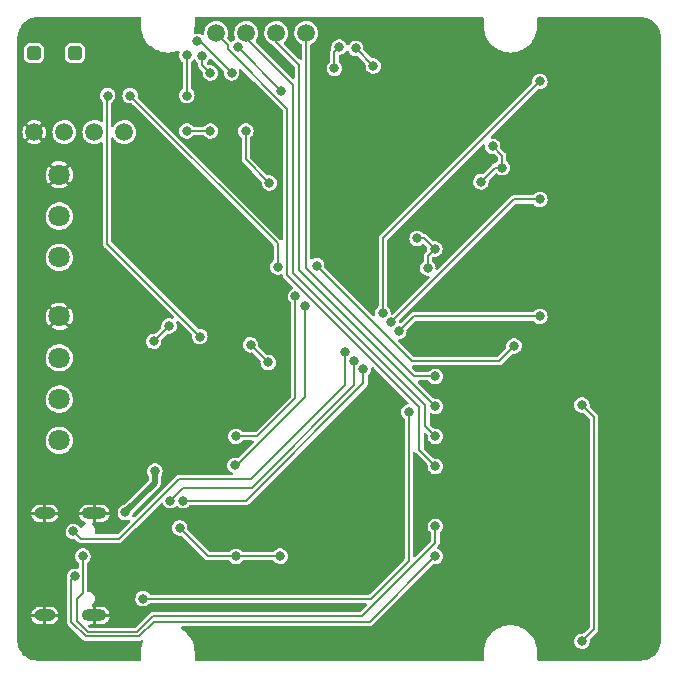
<source format=gbl>
G04 #@! TF.GenerationSoftware,KiCad,Pcbnew,(6.0.10)*
G04 #@! TF.CreationDate,2023-10-08T01:52:56-06:00*
G04 #@! TF.ProjectId,ESP32C3_WordClock,45535033-3243-4335-9f57-6f7264436c6f,rev?*
G04 #@! TF.SameCoordinates,Original*
G04 #@! TF.FileFunction,Copper,L2,Bot*
G04 #@! TF.FilePolarity,Positive*
%FSLAX46Y46*%
G04 Gerber Fmt 4.6, Leading zero omitted, Abs format (unit mm)*
G04 Created by KiCad (PCBNEW (6.0.10)) date 2023-10-08 01:52:56*
%MOMM*%
%LPD*%
G01*
G04 APERTURE LIST*
G04 Aperture macros list*
%AMRoundRect*
0 Rectangle with rounded corners*
0 $1 Rounding radius*
0 $2 $3 $4 $5 $6 $7 $8 $9 X,Y pos of 4 corners*
0 Add a 4 corners polygon primitive as box body*
4,1,4,$2,$3,$4,$5,$6,$7,$8,$9,$2,$3,0*
0 Add four circle primitives for the rounded corners*
1,1,$1+$1,$2,$3*
1,1,$1+$1,$4,$5*
1,1,$1+$1,$6,$7*
1,1,$1+$1,$8,$9*
0 Add four rect primitives between the rounded corners*
20,1,$1+$1,$2,$3,$4,$5,0*
20,1,$1+$1,$4,$5,$6,$7,0*
20,1,$1+$1,$6,$7,$8,$9,0*
20,1,$1+$1,$8,$9,$2,$3,0*%
G04 Aperture macros list end*
G04 #@! TA.AperFunction,ComponentPad*
%ADD10O,1.800000X1.000000*%
G04 #@! TD*
G04 #@! TA.AperFunction,ComponentPad*
%ADD11O,2.100000X1.000000*%
G04 #@! TD*
G04 #@! TA.AperFunction,ComponentPad*
%ADD12RoundRect,0.300000X-0.300000X-0.300000X0.300000X-0.300000X0.300000X0.300000X-0.300000X0.300000X0*%
G04 #@! TD*
G04 #@! TA.AperFunction,ComponentPad*
%ADD13C,1.500000*%
G04 #@! TD*
G04 #@! TA.AperFunction,ComponentPad*
%ADD14C,1.800000*%
G04 #@! TD*
G04 #@! TA.AperFunction,ViaPad*
%ADD15C,0.800000*%
G04 #@! TD*
G04 #@! TA.AperFunction,Conductor*
%ADD16C,0.200000*%
G04 #@! TD*
G04 #@! TA.AperFunction,Conductor*
%ADD17C,0.500000*%
G04 #@! TD*
G04 APERTURE END LIST*
D10*
X62590000Y-97280000D03*
X62590000Y-105920000D03*
D11*
X66770000Y-97280000D03*
X66770000Y-105920000D03*
D12*
X65150000Y-58300000D03*
X61650000Y-58300000D03*
D13*
X77090000Y-56600000D03*
X79630000Y-56600000D03*
X82170000Y-56600000D03*
X84710000Y-56600000D03*
D14*
X63800000Y-91100000D03*
X63800000Y-87600000D03*
X63800000Y-84100000D03*
X63800000Y-80600000D03*
D13*
X69310000Y-65000000D03*
X66770000Y-65000000D03*
X64230000Y-65000000D03*
X61690000Y-65000000D03*
D14*
X63800000Y-68600000D03*
X63800000Y-72100000D03*
X63800000Y-75600000D03*
D15*
X108050000Y-88100000D03*
X108049999Y-108100001D03*
X92200000Y-95800000D03*
X85800000Y-91500000D03*
X82200000Y-87800000D03*
X93400000Y-88700000D03*
X70900000Y-104500000D03*
X71900000Y-93700000D03*
X69400000Y-97200000D03*
X71800000Y-82700000D03*
X73100000Y-81400000D03*
X94100000Y-74000000D03*
X95600000Y-74900000D03*
X95000000Y-76500000D03*
X99500000Y-69200000D03*
X100500000Y-66200000D03*
X101300000Y-68000000D03*
X87100000Y-59600000D03*
X87500000Y-57800000D03*
X78900000Y-57800000D03*
X82600000Y-61500000D03*
X74600000Y-58500000D03*
X74600000Y-61900000D03*
X75500000Y-57300000D03*
X78400000Y-60000000D03*
X88900000Y-57900000D03*
X90400000Y-59400000D03*
X80000000Y-83000000D03*
X81500000Y-84500000D03*
X81600000Y-69300000D03*
X79600000Y-64900000D03*
X74600000Y-64900000D03*
X76600000Y-64900000D03*
X82500000Y-100900000D03*
X74000000Y-98500000D03*
X78767500Y-100910000D03*
X91200000Y-80300000D03*
X88000000Y-83600000D03*
X104500000Y-60700000D03*
X65000000Y-98800000D03*
X91900000Y-81100000D03*
X88800000Y-84400000D03*
X104500000Y-70700000D03*
X73200000Y-96200000D03*
X104500000Y-80600000D03*
X92551064Y-81858367D03*
X74300000Y-96200000D03*
X89558879Y-85050468D03*
X67900000Y-60400000D03*
X76600000Y-60000000D03*
X75895861Y-58520459D03*
X96900000Y-56400000D03*
X90400000Y-63600000D03*
X99500000Y-67100000D03*
X99500000Y-71200000D03*
X105400000Y-85600000D03*
X105400000Y-75700000D03*
X105400000Y-65700000D03*
X109000000Y-65500000D03*
X109000000Y-75500000D03*
X109000000Y-85500000D03*
X98900000Y-77500000D03*
X95600000Y-106000000D03*
X95600000Y-95800000D03*
X78800000Y-78000000D03*
X78800000Y-98400000D03*
X102300000Y-83100000D03*
X85600000Y-76300000D03*
X69800000Y-61900000D03*
X82300000Y-76400000D03*
X75700000Y-82300000D03*
X67900001Y-61899999D03*
X78767500Y-90750000D03*
X83800000Y-78900000D03*
X84600000Y-79700000D03*
X78676451Y-93198951D03*
X95647500Y-93290000D03*
X95647500Y-90750000D03*
X95647500Y-88210000D03*
X95647500Y-85670000D03*
X95647500Y-98370000D03*
X65800000Y-100900000D03*
X95647500Y-100910000D03*
X65100500Y-102608657D03*
D16*
X79600000Y-67300000D02*
X81600000Y-69300000D01*
X79600000Y-64900000D02*
X79600000Y-67300000D01*
X109100000Y-107050000D02*
X108049999Y-108100001D01*
X108050000Y-88100000D02*
X109100000Y-89150000D01*
X109100000Y-89150000D02*
X109100000Y-107050000D01*
X93400000Y-101300000D02*
X90200000Y-104500000D01*
X93400000Y-88700000D02*
X93400000Y-101300000D01*
X90200000Y-104500000D02*
X70900000Y-104500000D01*
D17*
X71900000Y-94700000D02*
X71900000Y-93700000D01*
X69400000Y-97200000D02*
X71900000Y-94700000D01*
D16*
X73100000Y-81400000D02*
X71800000Y-82700000D01*
X94700000Y-74000000D02*
X94100000Y-74000000D01*
X95600000Y-74900000D02*
X94700000Y-74000000D01*
X95000000Y-75500000D02*
X95600000Y-74900000D01*
X95000000Y-76500000D02*
X95000000Y-75500000D01*
X100700000Y-68000000D02*
X99500000Y-69200000D01*
X101300000Y-68000000D02*
X100700000Y-68000000D01*
X101300000Y-67000000D02*
X100500000Y-66200000D01*
X101300000Y-68000000D02*
X101300000Y-67000000D01*
X87100000Y-59600000D02*
X87100000Y-58200000D01*
X87100000Y-58200000D02*
X87500000Y-57800000D01*
X82600000Y-61500000D02*
X78900000Y-57800000D01*
X94300000Y-91942500D02*
X95647500Y-93290000D01*
X94300000Y-88300000D02*
X94300000Y-91942500D01*
X78075500Y-58000098D02*
X83100000Y-63024598D01*
X78075500Y-57585500D02*
X78075500Y-58000098D01*
X77090000Y-56600000D02*
X78075500Y-57585500D01*
X83100000Y-63024598D02*
X83100000Y-77100000D01*
X83100000Y-77100000D02*
X94300000Y-88300000D01*
X74600000Y-61900000D02*
X74600000Y-58500000D01*
X75700000Y-57300000D02*
X75500000Y-57300000D01*
X78400000Y-60000000D02*
X75700000Y-57300000D01*
X75895861Y-59295861D02*
X75895861Y-58520459D01*
X76600000Y-60000000D02*
X75895861Y-59295861D01*
X90400000Y-59400000D02*
X88900000Y-57900000D01*
X81500000Y-84500000D02*
X80000000Y-83000000D01*
X74600000Y-64900000D02*
X76600000Y-64900000D01*
X82490000Y-100910000D02*
X82500000Y-100900000D01*
X78767500Y-100910000D02*
X82490000Y-100910000D01*
X76410000Y-100910000D02*
X78767500Y-100910000D01*
X74000000Y-98500000D02*
X76410000Y-100910000D01*
X88000000Y-86400000D02*
X88000000Y-83600000D01*
X80000000Y-94400000D02*
X88000000Y-86400000D01*
X73900000Y-94400000D02*
X80000000Y-94400000D01*
X68889999Y-99410001D02*
X73900000Y-94400000D01*
X65000000Y-98800000D02*
X65610001Y-99410001D01*
X65610001Y-99410001D02*
X68889999Y-99410001D01*
X89558879Y-86276811D02*
X89558879Y-85050468D01*
X79635690Y-96200000D02*
X89558879Y-86276811D01*
X74300000Y-96200000D02*
X79635690Y-96200000D01*
X80100000Y-95100000D02*
X88800000Y-86400000D01*
X88800000Y-86400000D02*
X88800000Y-84400000D01*
X74300000Y-95100000D02*
X80100000Y-95100000D01*
X73200000Y-96200000D02*
X74300000Y-95100000D01*
X91200000Y-74000000D02*
X91200000Y-80300000D01*
X104500000Y-60700000D02*
X91200000Y-74000000D01*
X93809431Y-80600000D02*
X92551064Y-81858367D01*
X104500000Y-80600000D02*
X93809431Y-80600000D01*
X102300000Y-70700000D02*
X91900000Y-81100000D01*
X104500000Y-70700000D02*
X102300000Y-70700000D01*
X84600000Y-87457500D02*
X78858549Y-93198951D01*
X84600000Y-79700000D02*
X84600000Y-87457500D01*
X78858549Y-93198951D02*
X78676451Y-93198951D01*
X101000000Y-84400000D02*
X102300000Y-83100000D01*
X85600000Y-76300000D02*
X93700000Y-84400000D01*
X93700000Y-84400000D02*
X101000000Y-84400000D01*
X69800000Y-61900000D02*
X82300000Y-74400000D01*
X82300000Y-74400000D02*
X82300000Y-76400000D01*
X67845000Y-74445000D02*
X67845000Y-61955000D01*
X67845000Y-61955000D02*
X67900000Y-61900000D01*
X75700000Y-82300000D02*
X67845000Y-74445000D01*
X83800000Y-78900000D02*
X83800000Y-87500000D01*
X83800000Y-87500000D02*
X80550000Y-90750000D01*
X80550000Y-90750000D02*
X78767500Y-90750000D01*
X83600000Y-76900000D02*
X94800000Y-88100000D01*
X94800000Y-88100000D02*
X94800000Y-89902500D01*
X94800000Y-89902500D02*
X95647500Y-90750000D01*
X79630000Y-56600000D02*
X79630000Y-57030000D01*
X79630000Y-57030000D02*
X83600000Y-61000000D01*
X83600000Y-61000000D02*
X83600000Y-76900000D01*
X93870000Y-85670000D02*
X95647500Y-85670000D01*
X84710000Y-76510000D02*
X93870000Y-85670000D01*
X84710000Y-56600000D02*
X84710000Y-76510000D01*
X84100000Y-59300000D02*
X84100000Y-76662500D01*
X82170000Y-57370000D02*
X84100000Y-59300000D01*
X84100000Y-76662500D02*
X95647500Y-88210000D01*
X82170000Y-56600000D02*
X82170000Y-57370000D01*
X95647500Y-99752500D02*
X95647500Y-98370000D01*
X89400000Y-106000000D02*
X95647500Y-99752500D01*
X71700000Y-106000000D02*
X89400000Y-106000000D01*
X70400000Y-107300000D02*
X71700000Y-106000000D01*
X66200000Y-107300000D02*
X70400000Y-107300000D01*
X65300000Y-106400000D02*
X66200000Y-107300000D01*
X64800499Y-102908658D02*
X65100500Y-102608657D01*
X70565479Y-107699501D02*
X66034521Y-107699501D01*
X71799501Y-106465479D02*
X70565479Y-107699501D01*
X65300000Y-104505404D02*
X65300000Y-106400000D01*
X64800499Y-106465479D02*
X64800499Y-102908658D01*
X90092021Y-106465479D02*
X71799501Y-106465479D01*
X66034521Y-107699501D02*
X64800499Y-106465479D01*
X65800000Y-100900000D02*
X65800000Y-104005404D01*
X95647500Y-100910000D02*
X90092021Y-106465479D01*
X65800000Y-104005404D02*
X65300000Y-104505404D01*
G04 #@! TA.AperFunction,Conductor*
G36*
X99687621Y-55274502D02*
G01*
X99734114Y-55328158D01*
X99745500Y-55380500D01*
X99745500Y-55962524D01*
X99743079Y-55987103D01*
X99740514Y-56000000D01*
X99741286Y-56003883D01*
X99741982Y-56014950D01*
X99741982Y-56014951D01*
X99745082Y-56064218D01*
X99758855Y-56283123D01*
X99812011Y-56561780D01*
X99839071Y-56645062D01*
X99885557Y-56788129D01*
X99899674Y-56831578D01*
X99901361Y-56835164D01*
X99901363Y-56835168D01*
X100018772Y-57084675D01*
X100018776Y-57084682D01*
X100020460Y-57088261D01*
X100022584Y-57091607D01*
X100022584Y-57091608D01*
X100060661Y-57151607D01*
X100172465Y-57327782D01*
X100353290Y-57546363D01*
X100356177Y-57549074D01*
X100487022Y-57671945D01*
X100560086Y-57740557D01*
X100563288Y-57742884D01*
X100563290Y-57742885D01*
X100786381Y-57904970D01*
X100786386Y-57904973D01*
X100789590Y-57907301D01*
X100793059Y-57909208D01*
X100793062Y-57909210D01*
X101034397Y-58041885D01*
X101038182Y-58043966D01*
X101127418Y-58079297D01*
X101298261Y-58146939D01*
X101298264Y-58146940D01*
X101301944Y-58148397D01*
X101305778Y-58149381D01*
X101305786Y-58149384D01*
X101445188Y-58185176D01*
X101576713Y-58218946D01*
X101744129Y-58240095D01*
X101854231Y-58254004D01*
X101854234Y-58254004D01*
X101858159Y-58254500D01*
X102141841Y-58254500D01*
X102145766Y-58254004D01*
X102145769Y-58254004D01*
X102255871Y-58240095D01*
X102423287Y-58218946D01*
X102554812Y-58185176D01*
X102694214Y-58149384D01*
X102694222Y-58149381D01*
X102698056Y-58148397D01*
X102701736Y-58146940D01*
X102701739Y-58146939D01*
X102872582Y-58079297D01*
X102961818Y-58043966D01*
X102965604Y-58041885D01*
X103206938Y-57909210D01*
X103206941Y-57909208D01*
X103210410Y-57907301D01*
X103213614Y-57904973D01*
X103213619Y-57904970D01*
X103436710Y-57742885D01*
X103436712Y-57742884D01*
X103439914Y-57740557D01*
X103512979Y-57671945D01*
X103643823Y-57549074D01*
X103646710Y-57546363D01*
X103827535Y-57327782D01*
X103939339Y-57151607D01*
X103977416Y-57091608D01*
X103977416Y-57091607D01*
X103979540Y-57088261D01*
X103981224Y-57084682D01*
X103981228Y-57084675D01*
X104098637Y-56835168D01*
X104098639Y-56835164D01*
X104100326Y-56831578D01*
X104114444Y-56788129D01*
X104160929Y-56645062D01*
X104187989Y-56561780D01*
X104241145Y-56283123D01*
X104258714Y-56003883D01*
X104259486Y-56000000D01*
X104256921Y-55987103D01*
X104254500Y-55962524D01*
X104254500Y-55380500D01*
X104274502Y-55312379D01*
X104328158Y-55265886D01*
X104380500Y-55254500D01*
X112962524Y-55254500D01*
X112987103Y-55256921D01*
X113000000Y-55259486D01*
X113012172Y-55257065D01*
X113024579Y-55257065D01*
X113024579Y-55257705D01*
X113035358Y-55257029D01*
X113219248Y-55270181D01*
X113239420Y-55271624D01*
X113257214Y-55274182D01*
X113482960Y-55323290D01*
X113500209Y-55328355D01*
X113555356Y-55348923D01*
X113716670Y-55409090D01*
X113733017Y-55416556D01*
X113935782Y-55527275D01*
X113950905Y-55536994D01*
X114135848Y-55675441D01*
X114149434Y-55687214D01*
X114312786Y-55850566D01*
X114324559Y-55864152D01*
X114463006Y-56049095D01*
X114472725Y-56064218D01*
X114583444Y-56266983D01*
X114590910Y-56283330D01*
X114635898Y-56403948D01*
X114671645Y-56499791D01*
X114676710Y-56517040D01*
X114725818Y-56742786D01*
X114728376Y-56760580D01*
X114728852Y-56767240D01*
X114741473Y-56943689D01*
X114742971Y-56964639D01*
X114742295Y-56975421D01*
X114742935Y-56975421D01*
X114742935Y-56987828D01*
X114740514Y-57000000D01*
X114742935Y-57012170D01*
X114743079Y-57012894D01*
X114745500Y-57037476D01*
X114745500Y-107962524D01*
X114743079Y-107987103D01*
X114740514Y-108000000D01*
X114742935Y-108012172D01*
X114742935Y-108024579D01*
X114742295Y-108024579D01*
X114742971Y-108035358D01*
X114733184Y-108172195D01*
X114728376Y-108239420D01*
X114725818Y-108257214D01*
X114676710Y-108482960D01*
X114671645Y-108500209D01*
X114590910Y-108716670D01*
X114583445Y-108733015D01*
X114573303Y-108751589D01*
X114472725Y-108935782D01*
X114463006Y-108950905D01*
X114324559Y-109135848D01*
X114312786Y-109149434D01*
X114149434Y-109312786D01*
X114135848Y-109324559D01*
X113950905Y-109463006D01*
X113935782Y-109472725D01*
X113733017Y-109583444D01*
X113716670Y-109590910D01*
X113555356Y-109651077D01*
X113500209Y-109671645D01*
X113482960Y-109676710D01*
X113257214Y-109725818D01*
X113239420Y-109728376D01*
X113219248Y-109729819D01*
X113035358Y-109742971D01*
X113024579Y-109742295D01*
X113024579Y-109742935D01*
X113012172Y-109742935D01*
X113000000Y-109740514D01*
X112987103Y-109743079D01*
X112962524Y-109745500D01*
X104380500Y-109745500D01*
X104312379Y-109725498D01*
X104265886Y-109671842D01*
X104254500Y-109619500D01*
X104254500Y-109037476D01*
X104256921Y-109012894D01*
X104259486Y-109000000D01*
X104258714Y-108996117D01*
X104257799Y-108981563D01*
X104249392Y-108847960D01*
X104241145Y-108716877D01*
X104187989Y-108438220D01*
X104100326Y-108168422D01*
X104095104Y-108157324D01*
X104064881Y-108093097D01*
X107390728Y-108093097D01*
X107397819Y-108157324D01*
X107406883Y-108239420D01*
X107408112Y-108250554D01*
X107410722Y-108257685D01*
X107410722Y-108257687D01*
X107417019Y-108274893D01*
X107462552Y-108399320D01*
X107466788Y-108405623D01*
X107466788Y-108405624D01*
X107535741Y-108508236D01*
X107550907Y-108530806D01*
X107556526Y-108535919D01*
X107556527Y-108535920D01*
X107561586Y-108540523D01*
X107668075Y-108637420D01*
X107807292Y-108713009D01*
X107960521Y-108753208D01*
X108044476Y-108754527D01*
X108111318Y-108755577D01*
X108111321Y-108755577D01*
X108118915Y-108755696D01*
X108273331Y-108720330D01*
X108343741Y-108684918D01*
X108408071Y-108652564D01*
X108408074Y-108652562D01*
X108414854Y-108649152D01*
X108420625Y-108644223D01*
X108420628Y-108644221D01*
X108529535Y-108551205D01*
X108529535Y-108551204D01*
X108535313Y-108546270D01*
X108627754Y-108417625D01*
X108686841Y-108270642D01*
X108701389Y-108168422D01*
X108708580Y-108117892D01*
X108708580Y-108117889D01*
X108709161Y-108113808D01*
X108709306Y-108100001D01*
X108708811Y-108095907D01*
X108708810Y-108095896D01*
X108699621Y-108019958D01*
X108711294Y-107949928D01*
X108735613Y-107915726D01*
X109314423Y-107336916D01*
X109329909Y-107324408D01*
X109333134Y-107321474D01*
X109341882Y-107315825D01*
X109361003Y-107291570D01*
X109364559Y-107287569D01*
X109364459Y-107287484D01*
X109367812Y-107283527D01*
X109371495Y-107279844D01*
X109381866Y-107265331D01*
X109385431Y-107260583D01*
X109408498Y-107231323D01*
X109408499Y-107231321D01*
X109414946Y-107223143D01*
X109417780Y-107215073D01*
X109422753Y-107208114D01*
X109436418Y-107162421D01*
X109438252Y-107156777D01*
X109451423Y-107119272D01*
X109454050Y-107111792D01*
X109454500Y-107106596D01*
X109454500Y-107103889D01*
X109454597Y-107101635D01*
X109454740Y-107101159D01*
X109454786Y-107101161D01*
X109454799Y-107100962D01*
X109456568Y-107095045D01*
X109454597Y-107044876D01*
X109454500Y-107039930D01*
X109454500Y-89201257D01*
X109456606Y-89181463D01*
X109456811Y-89177110D01*
X109459003Y-89166930D01*
X109455373Y-89136260D01*
X109455058Y-89130917D01*
X109454928Y-89130928D01*
X109454500Y-89125748D01*
X109454500Y-89120549D01*
X109453647Y-89115425D01*
X109453646Y-89115412D01*
X109451573Y-89102959D01*
X109450736Y-89097084D01*
X109446355Y-89060071D01*
X109445131Y-89049730D01*
X109441430Y-89042022D01*
X109440025Y-89033583D01*
X109417371Y-88991599D01*
X109414690Y-88986336D01*
X109397475Y-88950486D01*
X109394045Y-88943342D01*
X109390689Y-88939350D01*
X109388742Y-88937403D01*
X109387252Y-88935778D01*
X109387019Y-88935346D01*
X109387055Y-88935313D01*
X109386916Y-88935155D01*
X109383983Y-88929720D01*
X109347119Y-88895643D01*
X109343553Y-88892214D01*
X108735738Y-88284399D01*
X108701712Y-88222087D01*
X108700090Y-88177551D01*
X108700528Y-88174478D01*
X108709162Y-88113807D01*
X108709307Y-88100000D01*
X108690276Y-87942733D01*
X108634280Y-87794546D01*
X108585331Y-87723325D01*
X108548855Y-87670251D01*
X108548854Y-87670249D01*
X108544553Y-87663992D01*
X108426275Y-87558611D01*
X108418889Y-87554700D01*
X108310681Y-87497407D01*
X108286274Y-87484484D01*
X108132633Y-87445892D01*
X108125034Y-87445852D01*
X108125033Y-87445852D01*
X108059181Y-87445507D01*
X107974221Y-87445062D01*
X107966841Y-87446834D01*
X107966839Y-87446834D01*
X107827563Y-87480271D01*
X107827560Y-87480272D01*
X107820184Y-87482043D01*
X107679414Y-87554700D01*
X107560039Y-87658838D01*
X107468950Y-87788444D01*
X107466190Y-87795524D01*
X107426124Y-87898288D01*
X107411406Y-87936037D01*
X107410414Y-87943570D01*
X107410414Y-87943571D01*
X107391726Y-88085524D01*
X107390729Y-88093096D01*
X107397146Y-88151219D01*
X107406935Y-88239881D01*
X107408113Y-88250553D01*
X107410723Y-88257684D01*
X107410723Y-88257686D01*
X107456299Y-88382228D01*
X107462553Y-88399319D01*
X107466789Y-88405622D01*
X107466789Y-88405623D01*
X107533075Y-88504266D01*
X107550908Y-88530805D01*
X107556527Y-88535918D01*
X107556528Y-88535919D01*
X107662460Y-88632309D01*
X107668076Y-88637419D01*
X107807293Y-88713008D01*
X107960522Y-88753207D01*
X108044477Y-88754526D01*
X108111319Y-88755576D01*
X108111322Y-88755576D01*
X108118916Y-88755695D01*
X108126319Y-88753999D01*
X108133878Y-88753205D01*
X108134190Y-88756170D01*
X108191319Y-88759607D01*
X108237719Y-88789058D01*
X108708595Y-89259934D01*
X108742621Y-89322246D01*
X108745500Y-89349029D01*
X108745500Y-106850971D01*
X108725498Y-106919092D01*
X108708595Y-106940066D01*
X108237733Y-107410928D01*
X108175421Y-107444954D01*
X108135870Y-107446706D01*
X108132632Y-107445893D01*
X108125039Y-107445853D01*
X108125037Y-107445853D01*
X108054325Y-107445483D01*
X107974220Y-107445063D01*
X107966840Y-107446835D01*
X107966838Y-107446835D01*
X107827562Y-107480272D01*
X107827559Y-107480273D01*
X107820183Y-107482044D01*
X107679413Y-107554701D01*
X107560038Y-107658839D01*
X107468949Y-107788445D01*
X107466189Y-107795525D01*
X107419481Y-107915325D01*
X107411405Y-107936038D01*
X107410413Y-107943571D01*
X107410413Y-107943572D01*
X107395598Y-108056107D01*
X107390728Y-108093097D01*
X104064881Y-108093097D01*
X103981228Y-107915325D01*
X103981224Y-107915318D01*
X103979540Y-107911739D01*
X103827535Y-107672218D01*
X103646710Y-107453637D01*
X103446184Y-107265331D01*
X103442801Y-107262154D01*
X103442800Y-107262153D01*
X103439914Y-107259443D01*
X103390714Y-107223697D01*
X103213619Y-107095030D01*
X103213614Y-107095027D01*
X103210410Y-107092699D01*
X103206923Y-107090782D01*
X102965280Y-106957937D01*
X102965277Y-106957935D01*
X102961818Y-106956034D01*
X102744981Y-106870182D01*
X102701739Y-106853061D01*
X102701736Y-106853060D01*
X102698056Y-106851603D01*
X102694222Y-106850619D01*
X102694214Y-106850616D01*
X102510229Y-106803377D01*
X102423287Y-106781054D01*
X102218492Y-106755183D01*
X102145769Y-106745996D01*
X102145766Y-106745996D01*
X102141841Y-106745500D01*
X101858159Y-106745500D01*
X101854234Y-106745996D01*
X101854231Y-106745996D01*
X101781508Y-106755183D01*
X101576713Y-106781054D01*
X101489771Y-106803377D01*
X101305786Y-106850616D01*
X101305778Y-106850619D01*
X101301944Y-106851603D01*
X101298264Y-106853060D01*
X101298261Y-106853061D01*
X101255019Y-106870182D01*
X101038182Y-106956034D01*
X101034723Y-106957935D01*
X101034720Y-106957937D01*
X100793077Y-107090782D01*
X100789590Y-107092699D01*
X100786386Y-107095027D01*
X100786381Y-107095030D01*
X100609286Y-107223697D01*
X100560086Y-107259443D01*
X100557200Y-107262153D01*
X100557199Y-107262154D01*
X100553816Y-107265331D01*
X100353290Y-107453637D01*
X100172465Y-107672218D01*
X100020460Y-107911739D01*
X100018776Y-107915318D01*
X100018772Y-107915325D01*
X99904896Y-108157324D01*
X99899674Y-108168422D01*
X99812011Y-108438220D01*
X99758855Y-108716877D01*
X99741286Y-108996117D01*
X99740514Y-109000000D01*
X99743079Y-109012894D01*
X99745500Y-109037476D01*
X99745500Y-109619500D01*
X99725498Y-109687621D01*
X99671842Y-109734114D01*
X99619500Y-109745500D01*
X75380500Y-109745500D01*
X75312379Y-109725498D01*
X75265886Y-109671842D01*
X75254500Y-109619500D01*
X75254500Y-109037476D01*
X75256921Y-109012894D01*
X75259486Y-109000000D01*
X75258714Y-108996117D01*
X75257799Y-108981563D01*
X75249392Y-108847960D01*
X75241145Y-108716877D01*
X75187989Y-108438220D01*
X75100326Y-108168422D01*
X75095104Y-108157324D01*
X74981228Y-107915325D01*
X74981224Y-107915318D01*
X74979540Y-107911739D01*
X74827535Y-107672218D01*
X74646710Y-107453637D01*
X74446184Y-107265331D01*
X74442801Y-107262154D01*
X74442800Y-107262153D01*
X74439914Y-107259443D01*
X74390714Y-107223697D01*
X74213619Y-107095030D01*
X74213614Y-107095027D01*
X74210410Y-107092699D01*
X74206945Y-107090794D01*
X74206926Y-107090782D01*
X74144372Y-107056393D01*
X74094313Y-107006048D01*
X74079420Y-106936631D01*
X74104421Y-106870182D01*
X74161378Y-106827798D01*
X74205073Y-106819979D01*
X90040764Y-106819979D01*
X90060558Y-106822085D01*
X90064911Y-106822290D01*
X90075091Y-106824482D01*
X90105761Y-106820852D01*
X90111104Y-106820537D01*
X90111093Y-106820407D01*
X90116273Y-106819979D01*
X90121472Y-106819979D01*
X90126596Y-106819126D01*
X90126609Y-106819125D01*
X90139062Y-106817052D01*
X90144937Y-106816215D01*
X90181950Y-106811834D01*
X90192291Y-106810610D01*
X90199999Y-106806909D01*
X90208438Y-106805504D01*
X90250422Y-106782850D01*
X90255685Y-106780169D01*
X90263891Y-106776229D01*
X90298679Y-106759524D01*
X90302671Y-106756168D01*
X90304618Y-106754221D01*
X90306243Y-106752731D01*
X90306675Y-106752498D01*
X90306708Y-106752534D01*
X90306866Y-106752395D01*
X90312301Y-106749462D01*
X90346378Y-106712598D01*
X90349807Y-106709032D01*
X95459731Y-101599108D01*
X95522043Y-101565082D01*
X95558015Y-101563676D01*
X95558022Y-101563207D01*
X95708819Y-101565576D01*
X95708822Y-101565576D01*
X95716416Y-101565695D01*
X95870832Y-101530329D01*
X95959920Y-101485523D01*
X96005572Y-101462563D01*
X96005575Y-101462561D01*
X96012355Y-101459151D01*
X96018126Y-101454222D01*
X96018129Y-101454220D01*
X96127036Y-101361204D01*
X96127036Y-101361203D01*
X96132814Y-101356269D01*
X96225255Y-101227624D01*
X96284342Y-101080641D01*
X96306662Y-100923807D01*
X96306731Y-100917265D01*
X96306764Y-100914134D01*
X96306764Y-100914128D01*
X96306807Y-100910000D01*
X96287776Y-100752733D01*
X96231780Y-100604546D01*
X96161268Y-100501950D01*
X96146355Y-100480251D01*
X96146354Y-100480249D01*
X96142053Y-100473992D01*
X96119442Y-100453846D01*
X96029446Y-100373664D01*
X96023775Y-100368611D01*
X96016389Y-100364700D01*
X95890488Y-100298039D01*
X95890489Y-100298039D01*
X95883774Y-100294484D01*
X95876408Y-100292634D01*
X95869313Y-100289910D01*
X95869935Y-100288290D01*
X95816802Y-100257033D01*
X95784785Y-100193665D01*
X95792111Y-100123047D01*
X95819604Y-100081735D01*
X95861923Y-100039416D01*
X95877409Y-100026908D01*
X95880634Y-100023974D01*
X95889382Y-100018325D01*
X95908503Y-99994070D01*
X95912059Y-99990069D01*
X95911959Y-99989984D01*
X95915312Y-99986027D01*
X95918994Y-99982345D01*
X95929382Y-99967809D01*
X95932901Y-99963122D01*
X95962446Y-99925643D01*
X95965279Y-99917575D01*
X95970253Y-99910615D01*
X95983920Y-99864914D01*
X95985756Y-99859265D01*
X95998924Y-99821769D01*
X96001550Y-99814292D01*
X96002000Y-99809096D01*
X96002000Y-99806391D01*
X96002097Y-99804135D01*
X96002240Y-99803659D01*
X96002286Y-99803661D01*
X96002299Y-99803462D01*
X96004068Y-99797545D01*
X96002097Y-99747376D01*
X96002000Y-99742430D01*
X96002000Y-98986082D01*
X96022002Y-98917961D01*
X96046169Y-98890271D01*
X96127036Y-98821204D01*
X96127036Y-98821203D01*
X96132814Y-98816269D01*
X96225255Y-98687624D01*
X96284342Y-98540641D01*
X96300161Y-98429486D01*
X96306081Y-98387891D01*
X96306081Y-98387888D01*
X96306662Y-98383807D01*
X96306807Y-98370000D01*
X96287776Y-98212733D01*
X96231780Y-98064546D01*
X96207284Y-98028904D01*
X96146355Y-97940251D01*
X96146354Y-97940249D01*
X96142053Y-97933992D01*
X96023775Y-97828611D01*
X96016389Y-97824700D01*
X95890488Y-97758039D01*
X95890489Y-97758039D01*
X95883774Y-97754484D01*
X95730133Y-97715892D01*
X95722534Y-97715852D01*
X95722533Y-97715852D01*
X95656681Y-97715507D01*
X95571721Y-97715062D01*
X95564341Y-97716834D01*
X95564339Y-97716834D01*
X95425063Y-97750271D01*
X95425060Y-97750272D01*
X95417684Y-97752043D01*
X95276914Y-97824700D01*
X95157539Y-97928838D01*
X95066450Y-98058444D01*
X95063690Y-98065524D01*
X95013005Y-98195524D01*
X95008906Y-98206037D01*
X95007914Y-98213570D01*
X95007914Y-98213571D01*
X94989447Y-98353846D01*
X94988229Y-98363096D01*
X94995559Y-98429486D01*
X95004413Y-98509682D01*
X95005613Y-98520553D01*
X95008223Y-98527684D01*
X95008223Y-98527686D01*
X95053186Y-98650553D01*
X95060053Y-98669319D01*
X95064289Y-98675622D01*
X95064289Y-98675623D01*
X95142616Y-98792185D01*
X95148408Y-98800805D01*
X95154027Y-98805918D01*
X95154028Y-98805919D01*
X95251799Y-98894883D01*
X95288722Y-98955523D01*
X95293000Y-98988077D01*
X95293000Y-99553471D01*
X95272998Y-99621592D01*
X95256095Y-99642566D01*
X93969595Y-100929066D01*
X93907283Y-100963092D01*
X93836468Y-100958027D01*
X93779632Y-100915480D01*
X93754821Y-100848960D01*
X93754500Y-100839971D01*
X93754500Y-92178977D01*
X93774502Y-92110856D01*
X93828158Y-92064363D01*
X93898432Y-92054259D01*
X93963012Y-92083753D01*
X93994084Y-92124436D01*
X94005955Y-92149158D01*
X94009311Y-92153150D01*
X94011258Y-92155097D01*
X94012748Y-92156722D01*
X94012981Y-92157154D01*
X94012945Y-92157187D01*
X94013084Y-92157345D01*
X94016017Y-92162780D01*
X94023664Y-92169849D01*
X94052881Y-92196857D01*
X94056447Y-92200286D01*
X94961862Y-93105701D01*
X94995888Y-93168013D01*
X94997689Y-93211241D01*
X94993024Y-93246678D01*
X94990605Y-93265052D01*
X94988229Y-93283096D01*
X94994727Y-93341954D01*
X95000642Y-93395524D01*
X95005613Y-93440553D01*
X95008223Y-93447684D01*
X95008223Y-93447686D01*
X95043312Y-93543571D01*
X95060053Y-93589319D01*
X95064289Y-93595622D01*
X95064289Y-93595623D01*
X95143706Y-93713807D01*
X95148408Y-93720805D01*
X95154027Y-93725918D01*
X95154028Y-93725919D01*
X95256631Y-93819280D01*
X95265576Y-93827419D01*
X95404793Y-93903008D01*
X95558022Y-93943207D01*
X95641977Y-93944526D01*
X95708819Y-93945576D01*
X95708822Y-93945576D01*
X95716416Y-93945695D01*
X95870832Y-93910329D01*
X95949744Y-93870641D01*
X96005572Y-93842563D01*
X96005575Y-93842561D01*
X96012355Y-93839151D01*
X96018126Y-93834222D01*
X96018129Y-93834220D01*
X96127036Y-93741204D01*
X96127036Y-93741203D01*
X96132814Y-93736269D01*
X96225255Y-93607624D01*
X96284342Y-93460641D01*
X96294639Y-93388288D01*
X96306081Y-93307891D01*
X96306081Y-93307888D01*
X96306662Y-93303807D01*
X96306807Y-93290000D01*
X96287776Y-93132733D01*
X96231780Y-92984546D01*
X96142053Y-92853992D01*
X96023775Y-92748611D01*
X95883774Y-92674484D01*
X95730133Y-92635892D01*
X95722534Y-92635852D01*
X95722533Y-92635852D01*
X95652954Y-92635488D01*
X95571721Y-92635062D01*
X95564333Y-92636836D01*
X95563302Y-92636955D01*
X95493333Y-92624915D01*
X95459725Y-92600886D01*
X94691405Y-91832567D01*
X94657380Y-91770254D01*
X94654500Y-91743471D01*
X94654500Y-90562529D01*
X94674502Y-90494408D01*
X94728158Y-90447915D01*
X94798432Y-90437811D01*
X94863012Y-90467305D01*
X94869595Y-90473434D01*
X94961862Y-90565701D01*
X94995888Y-90628013D01*
X94997689Y-90671240D01*
X94988229Y-90743096D01*
X94996921Y-90821825D01*
X95001019Y-90858938D01*
X95005613Y-90900553D01*
X95060053Y-91049319D01*
X95148408Y-91180805D01*
X95154027Y-91185918D01*
X95154028Y-91185919D01*
X95252597Y-91275609D01*
X95265576Y-91287419D01*
X95404793Y-91363008D01*
X95558022Y-91403207D01*
X95641977Y-91404526D01*
X95708819Y-91405576D01*
X95708822Y-91405576D01*
X95716416Y-91405695D01*
X95870832Y-91370329D01*
X95941242Y-91334917D01*
X96005572Y-91302563D01*
X96005575Y-91302561D01*
X96012355Y-91299151D01*
X96018126Y-91294222D01*
X96018129Y-91294220D01*
X96127036Y-91201204D01*
X96127036Y-91201203D01*
X96132814Y-91196269D01*
X96225255Y-91067624D01*
X96284342Y-90920641D01*
X96293123Y-90858938D01*
X96306081Y-90767891D01*
X96306081Y-90767888D01*
X96306662Y-90763807D01*
X96306807Y-90750000D01*
X96287776Y-90592733D01*
X96231780Y-90444546D01*
X96172708Y-90358595D01*
X96146355Y-90320251D01*
X96146354Y-90320249D01*
X96142053Y-90313992D01*
X96023775Y-90208611D01*
X96016389Y-90204700D01*
X95890488Y-90138039D01*
X95890489Y-90138039D01*
X95883774Y-90134484D01*
X95730133Y-90095892D01*
X95722534Y-90095852D01*
X95722533Y-90095852D01*
X95653925Y-90095493D01*
X95571721Y-90095062D01*
X95564335Y-90096835D01*
X95563300Y-90096955D01*
X95493332Y-90084915D01*
X95459724Y-90060885D01*
X95191405Y-89792566D01*
X95157379Y-89730254D01*
X95154500Y-89703471D01*
X95154500Y-88898897D01*
X95174502Y-88830776D01*
X95228158Y-88784283D01*
X95298432Y-88774179D01*
X95340623Y-88788166D01*
X95404793Y-88823008D01*
X95558022Y-88863207D01*
X95641977Y-88864526D01*
X95708819Y-88865576D01*
X95708822Y-88865576D01*
X95716416Y-88865695D01*
X95870832Y-88830329D01*
X95962385Y-88784283D01*
X96005572Y-88762563D01*
X96005575Y-88762561D01*
X96012355Y-88759151D01*
X96018126Y-88754222D01*
X96018129Y-88754220D01*
X96127036Y-88661204D01*
X96127036Y-88661203D01*
X96132814Y-88656269D01*
X96225255Y-88527624D01*
X96284342Y-88380641D01*
X96301677Y-88258838D01*
X96306081Y-88227891D01*
X96306081Y-88227888D01*
X96306662Y-88223807D01*
X96306807Y-88210000D01*
X96287776Y-88052733D01*
X96231780Y-87904546D01*
X96161061Y-87801649D01*
X96146355Y-87780251D01*
X96146354Y-87780249D01*
X96142053Y-87773992D01*
X96023775Y-87668611D01*
X95883774Y-87594484D01*
X95730133Y-87555892D01*
X95722534Y-87555852D01*
X95722533Y-87555852D01*
X95653925Y-87555493D01*
X95571721Y-87555062D01*
X95564335Y-87556835D01*
X95563300Y-87556955D01*
X95493332Y-87544915D01*
X95459724Y-87520885D01*
X94178434Y-86239595D01*
X94144408Y-86177283D01*
X94149473Y-86106468D01*
X94192020Y-86049632D01*
X94258540Y-86024821D01*
X94267529Y-86024500D01*
X95029997Y-86024500D01*
X95098118Y-86044502D01*
X95134578Y-86080224D01*
X95148408Y-86100805D01*
X95265576Y-86207419D01*
X95404793Y-86283008D01*
X95558022Y-86323207D01*
X95641977Y-86324526D01*
X95708819Y-86325576D01*
X95708822Y-86325576D01*
X95716416Y-86325695D01*
X95870832Y-86290329D01*
X95944733Y-86253161D01*
X96005572Y-86222563D01*
X96005575Y-86222561D01*
X96012355Y-86219151D01*
X96018126Y-86214222D01*
X96018129Y-86214220D01*
X96127036Y-86121204D01*
X96127036Y-86121203D01*
X96132814Y-86116269D01*
X96225255Y-85987624D01*
X96284342Y-85840641D01*
X96306662Y-85683807D01*
X96306807Y-85670000D01*
X96287776Y-85512733D01*
X96231780Y-85364546D01*
X96142053Y-85233992D01*
X96134666Y-85227410D01*
X96104371Y-85200419D01*
X96023775Y-85128611D01*
X96016389Y-85124700D01*
X95890488Y-85058039D01*
X95890489Y-85058039D01*
X95883774Y-85054484D01*
X95730133Y-85015892D01*
X95722534Y-85015852D01*
X95722533Y-85015852D01*
X95656681Y-85015507D01*
X95571721Y-85015062D01*
X95564341Y-85016834D01*
X95564339Y-85016834D01*
X95425063Y-85050271D01*
X95425060Y-85050272D01*
X95417684Y-85052043D01*
X95276914Y-85124700D01*
X95157539Y-85228838D01*
X95153172Y-85235052D01*
X95153169Y-85235055D01*
X95134267Y-85261950D01*
X95078733Y-85306182D01*
X95031180Y-85315500D01*
X94069029Y-85315500D01*
X94000908Y-85295498D01*
X93979934Y-85278595D01*
X93670934Y-84969595D01*
X93636908Y-84907283D01*
X93641973Y-84836468D01*
X93684520Y-84779632D01*
X93751040Y-84754821D01*
X93760029Y-84754500D01*
X100948743Y-84754500D01*
X100968537Y-84756606D01*
X100972890Y-84756811D01*
X100983070Y-84759003D01*
X101013740Y-84755373D01*
X101019083Y-84755058D01*
X101019072Y-84754928D01*
X101024252Y-84754500D01*
X101029451Y-84754500D01*
X101034575Y-84753647D01*
X101034588Y-84753646D01*
X101047041Y-84751573D01*
X101052916Y-84750736D01*
X101089929Y-84746355D01*
X101100270Y-84745131D01*
X101107978Y-84741430D01*
X101116417Y-84740025D01*
X101158401Y-84717371D01*
X101163664Y-84714690D01*
X101171870Y-84710750D01*
X101206658Y-84694045D01*
X101210650Y-84690689D01*
X101212597Y-84688742D01*
X101214222Y-84687252D01*
X101214654Y-84687019D01*
X101214687Y-84687055D01*
X101214845Y-84686916D01*
X101220280Y-84683983D01*
X101229067Y-84674478D01*
X101254357Y-84647119D01*
X101257786Y-84643553D01*
X102112231Y-83789108D01*
X102174543Y-83755082D01*
X102210515Y-83753676D01*
X102210522Y-83753207D01*
X102361319Y-83755576D01*
X102361322Y-83755576D01*
X102368916Y-83755695D01*
X102523332Y-83720329D01*
X102604886Y-83679312D01*
X102658072Y-83652563D01*
X102658075Y-83652561D01*
X102664855Y-83649151D01*
X102670626Y-83644222D01*
X102670629Y-83644220D01*
X102779536Y-83551204D01*
X102779536Y-83551203D01*
X102785314Y-83546269D01*
X102877755Y-83417624D01*
X102936842Y-83270641D01*
X102952726Y-83159032D01*
X102958581Y-83117891D01*
X102958581Y-83117888D01*
X102959162Y-83113807D01*
X102959307Y-83100000D01*
X102940276Y-82942733D01*
X102884280Y-82794546D01*
X102851100Y-82746269D01*
X102798855Y-82670251D01*
X102798854Y-82670249D01*
X102794553Y-82663992D01*
X102676275Y-82558611D01*
X102668889Y-82554700D01*
X102595278Y-82515725D01*
X102536274Y-82484484D01*
X102382633Y-82445892D01*
X102375034Y-82445852D01*
X102375033Y-82445852D01*
X102309181Y-82445507D01*
X102224221Y-82445062D01*
X102216841Y-82446834D01*
X102216839Y-82446834D01*
X102077563Y-82480271D01*
X102077560Y-82480272D01*
X102070184Y-82482043D01*
X101929414Y-82554700D01*
X101810039Y-82658838D01*
X101718950Y-82788444D01*
X101698443Y-82841042D01*
X101669634Y-82914934D01*
X101661406Y-82936037D01*
X101660414Y-82943570D01*
X101660414Y-82943571D01*
X101642776Y-83077551D01*
X101640729Y-83093096D01*
X101643930Y-83122087D01*
X101650478Y-83181405D01*
X101638072Y-83251309D01*
X101614335Y-83284326D01*
X100890067Y-84008595D01*
X100827754Y-84042620D01*
X100800971Y-84045500D01*
X93899029Y-84045500D01*
X93830908Y-84025498D01*
X93809934Y-84008595D01*
X92530330Y-82728991D01*
X92496304Y-82666679D01*
X92501369Y-82595864D01*
X92543916Y-82539028D01*
X92606258Y-82514586D01*
X92612380Y-82513943D01*
X92619980Y-82514062D01*
X92774396Y-82478696D01*
X92873145Y-82429031D01*
X92909136Y-82410930D01*
X92909139Y-82410928D01*
X92915919Y-82407518D01*
X92921690Y-82402589D01*
X92921693Y-82402587D01*
X93030600Y-82309571D01*
X93030600Y-82309570D01*
X93036378Y-82304636D01*
X93128819Y-82175991D01*
X93187906Y-82029008D01*
X93210226Y-81872174D01*
X93210371Y-81858367D01*
X93209876Y-81854273D01*
X93209875Y-81854262D01*
X93200686Y-81778324D01*
X93212359Y-81708294D01*
X93236678Y-81674092D01*
X93919365Y-80991405D01*
X93981677Y-80957379D01*
X94008460Y-80954500D01*
X103882497Y-80954500D01*
X103950618Y-80974502D01*
X103987078Y-81010224D01*
X104000908Y-81030805D01*
X104006526Y-81035917D01*
X104092127Y-81113807D01*
X104118076Y-81137419D01*
X104257293Y-81213008D01*
X104410522Y-81253207D01*
X104494477Y-81254526D01*
X104561319Y-81255576D01*
X104561322Y-81255576D01*
X104568916Y-81255695D01*
X104723332Y-81220329D01*
X104795191Y-81184188D01*
X104858072Y-81152563D01*
X104858075Y-81152561D01*
X104864855Y-81149151D01*
X104870626Y-81144222D01*
X104870629Y-81144220D01*
X104979536Y-81051204D01*
X104979536Y-81051203D01*
X104985314Y-81046269D01*
X105077755Y-80917624D01*
X105136842Y-80770641D01*
X105159162Y-80613807D01*
X105159307Y-80600000D01*
X105140276Y-80442733D01*
X105084280Y-80294546D01*
X105061981Y-80262100D01*
X104998855Y-80170251D01*
X104998854Y-80170249D01*
X104994553Y-80163992D01*
X104876275Y-80058611D01*
X104868889Y-80054700D01*
X104742988Y-79988039D01*
X104742989Y-79988039D01*
X104736274Y-79984484D01*
X104582633Y-79945892D01*
X104575034Y-79945852D01*
X104575033Y-79945852D01*
X104509181Y-79945507D01*
X104424221Y-79945062D01*
X104416841Y-79946834D01*
X104416839Y-79946834D01*
X104277563Y-79980271D01*
X104277560Y-79980272D01*
X104270184Y-79982043D01*
X104129414Y-80054700D01*
X104010039Y-80158838D01*
X104005672Y-80165052D01*
X104005669Y-80165055D01*
X103986767Y-80191950D01*
X103931233Y-80236182D01*
X103883680Y-80245500D01*
X93860688Y-80245500D01*
X93840894Y-80243394D01*
X93836541Y-80243189D01*
X93826361Y-80240997D01*
X93795691Y-80244627D01*
X93790348Y-80244942D01*
X93790359Y-80245072D01*
X93785179Y-80245500D01*
X93779980Y-80245500D01*
X93774856Y-80246353D01*
X93774843Y-80246354D01*
X93762390Y-80248427D01*
X93756515Y-80249264D01*
X93719502Y-80253645D01*
X93709161Y-80254869D01*
X93701453Y-80258570D01*
X93693014Y-80259975D01*
X93651371Y-80282445D01*
X93651046Y-80282620D01*
X93645755Y-80285316D01*
X93609914Y-80302526D01*
X93609911Y-80302528D01*
X93602774Y-80305955D01*
X93598781Y-80309311D01*
X93596855Y-80311237D01*
X93595205Y-80312750D01*
X93594769Y-80312986D01*
X93594737Y-80312951D01*
X93594586Y-80313084D01*
X93589151Y-80316017D01*
X93582082Y-80323664D01*
X93555074Y-80352881D01*
X93551645Y-80356447D01*
X92769242Y-81138850D01*
X92706930Y-81172876D01*
X92636115Y-81167811D01*
X92579279Y-81125264D01*
X92555060Y-81064893D01*
X92549622Y-81019958D01*
X92561295Y-80949928D01*
X92585614Y-80915725D01*
X102409933Y-71091405D01*
X102472245Y-71057379D01*
X102499028Y-71054500D01*
X103882497Y-71054500D01*
X103950618Y-71074502D01*
X103987078Y-71110224D01*
X104000908Y-71130805D01*
X104118076Y-71237419D01*
X104257293Y-71313008D01*
X104410522Y-71353207D01*
X104494477Y-71354526D01*
X104561319Y-71355576D01*
X104561322Y-71355576D01*
X104568916Y-71355695D01*
X104723332Y-71320329D01*
X104793742Y-71284917D01*
X104858072Y-71252563D01*
X104858075Y-71252561D01*
X104864855Y-71249151D01*
X104870626Y-71244222D01*
X104870629Y-71244220D01*
X104979536Y-71151204D01*
X104979536Y-71151203D01*
X104985314Y-71146269D01*
X105077755Y-71017624D01*
X105136842Y-70870641D01*
X105159162Y-70713807D01*
X105159307Y-70700000D01*
X105140276Y-70542733D01*
X105084280Y-70394546D01*
X105060326Y-70359693D01*
X104998855Y-70270251D01*
X104998854Y-70270249D01*
X104994553Y-70263992D01*
X104876275Y-70158611D01*
X104868889Y-70154700D01*
X104742988Y-70088039D01*
X104742989Y-70088039D01*
X104736274Y-70084484D01*
X104582633Y-70045892D01*
X104575034Y-70045852D01*
X104575033Y-70045852D01*
X104509181Y-70045507D01*
X104424221Y-70045062D01*
X104416841Y-70046834D01*
X104416839Y-70046834D01*
X104277563Y-70080271D01*
X104277560Y-70080272D01*
X104270184Y-70082043D01*
X104129414Y-70154700D01*
X104010039Y-70258838D01*
X104005672Y-70265052D01*
X104005669Y-70265055D01*
X103986767Y-70291950D01*
X103931233Y-70336182D01*
X103883680Y-70345500D01*
X102351257Y-70345500D01*
X102331463Y-70343394D01*
X102327110Y-70343189D01*
X102316930Y-70340997D01*
X102286260Y-70344627D01*
X102280917Y-70344942D01*
X102280928Y-70345072D01*
X102275748Y-70345500D01*
X102270549Y-70345500D01*
X102265425Y-70346353D01*
X102265412Y-70346354D01*
X102252959Y-70348427D01*
X102247084Y-70349264D01*
X102210071Y-70353645D01*
X102199730Y-70354869D01*
X102192022Y-70358570D01*
X102183583Y-70359975D01*
X102141599Y-70382629D01*
X102136336Y-70385310D01*
X102093342Y-70405955D01*
X102089350Y-70409311D01*
X102087403Y-70411258D01*
X102085778Y-70412748D01*
X102085346Y-70412981D01*
X102085313Y-70412945D01*
X102085155Y-70413084D01*
X102079720Y-70416017D01*
X102072651Y-70423664D01*
X102045643Y-70452881D01*
X102042214Y-70456447D01*
X95872169Y-76626492D01*
X95809857Y-76660518D01*
X95739042Y-76655453D01*
X95682206Y-76612906D01*
X95657395Y-76546386D01*
X95658332Y-76519638D01*
X95658581Y-76517890D01*
X95658581Y-76517889D01*
X95659162Y-76513807D01*
X95659231Y-76507265D01*
X95659264Y-76504134D01*
X95659264Y-76504128D01*
X95659307Y-76500000D01*
X95640276Y-76342733D01*
X95584280Y-76194546D01*
X95543789Y-76135631D01*
X95498855Y-76070251D01*
X95498854Y-76070249D01*
X95494553Y-76063992D01*
X95396681Y-75976792D01*
X95359126Y-75916542D01*
X95354500Y-75882715D01*
X95354500Y-75699029D01*
X95374502Y-75630908D01*
X95391405Y-75609934D01*
X95412231Y-75589108D01*
X95474543Y-75555082D01*
X95510515Y-75553676D01*
X95510522Y-75553207D01*
X95661319Y-75555576D01*
X95661322Y-75555576D01*
X95668916Y-75555695D01*
X95823332Y-75520329D01*
X95932629Y-75465359D01*
X95958072Y-75452563D01*
X95958075Y-75452561D01*
X95964855Y-75449151D01*
X95970626Y-75444222D01*
X95970629Y-75444220D01*
X96079536Y-75351204D01*
X96079536Y-75351203D01*
X96085314Y-75346269D01*
X96177755Y-75217624D01*
X96236842Y-75070641D01*
X96250648Y-74973629D01*
X96258581Y-74917891D01*
X96258581Y-74917888D01*
X96259162Y-74913807D01*
X96259307Y-74900000D01*
X96240276Y-74742733D01*
X96184280Y-74594546D01*
X96159315Y-74558221D01*
X96098855Y-74470251D01*
X96098854Y-74470249D01*
X96094553Y-74463992D01*
X95976275Y-74358611D01*
X95836274Y-74284484D01*
X95682633Y-74245892D01*
X95675034Y-74245852D01*
X95675033Y-74245852D01*
X95605454Y-74245488D01*
X95524221Y-74245062D01*
X95516833Y-74246836D01*
X95515802Y-74246955D01*
X95445833Y-74234915D01*
X95412225Y-74210886D01*
X94986916Y-73785578D01*
X94974414Y-73770098D01*
X94971475Y-73766868D01*
X94965825Y-73758118D01*
X94941562Y-73738991D01*
X94937567Y-73735441D01*
X94937483Y-73735540D01*
X94933520Y-73732182D01*
X94929844Y-73728506D01*
X94921535Y-73722568D01*
X94915348Y-73718146D01*
X94910605Y-73714585D01*
X94881325Y-73691503D01*
X94881321Y-73691501D01*
X94873143Y-73685054D01*
X94865075Y-73682221D01*
X94858115Y-73677247D01*
X94812414Y-73663580D01*
X94806765Y-73661744D01*
X94769269Y-73648576D01*
X94769270Y-73648576D01*
X94761792Y-73645950D01*
X94756596Y-73645500D01*
X94753891Y-73645500D01*
X94751635Y-73645403D01*
X94751159Y-73645260D01*
X94751161Y-73645214D01*
X94750962Y-73645201D01*
X94745045Y-73643432D01*
X94721103Y-73644373D01*
X94652250Y-73627061D01*
X94612317Y-73589838D01*
X94598856Y-73570253D01*
X94594553Y-73563992D01*
X94476275Y-73458611D01*
X94468889Y-73454700D01*
X94342988Y-73388039D01*
X94342989Y-73388039D01*
X94336274Y-73384484D01*
X94182633Y-73345892D01*
X94175034Y-73345852D01*
X94175033Y-73345852D01*
X94109181Y-73345507D01*
X94024221Y-73345062D01*
X94016841Y-73346834D01*
X94016839Y-73346834D01*
X93877563Y-73380271D01*
X93877560Y-73380272D01*
X93870184Y-73382043D01*
X93729414Y-73454700D01*
X93610039Y-73558838D01*
X93518950Y-73688444D01*
X93461406Y-73836037D01*
X93460414Y-73843570D01*
X93460414Y-73843571D01*
X93444381Y-73965359D01*
X93440729Y-73993096D01*
X93441563Y-74000646D01*
X93455741Y-74129066D01*
X93458113Y-74150553D01*
X93460723Y-74157684D01*
X93460723Y-74157686D01*
X93509883Y-74292022D01*
X93512553Y-74299319D01*
X93516789Y-74305622D01*
X93516789Y-74305623D01*
X93560418Y-74370549D01*
X93600908Y-74430805D01*
X93606527Y-74435918D01*
X93606528Y-74435919D01*
X93666446Y-74490440D01*
X93718076Y-74537419D01*
X93857293Y-74613008D01*
X94010522Y-74653207D01*
X94094477Y-74654526D01*
X94161319Y-74655576D01*
X94161322Y-74655576D01*
X94168916Y-74655695D01*
X94323332Y-74620329D01*
X94393742Y-74584917D01*
X94458072Y-74552563D01*
X94458075Y-74552561D01*
X94464855Y-74549151D01*
X94470628Y-74544220D01*
X94470633Y-74544217D01*
X94528902Y-74494451D01*
X94593692Y-74465420D01*
X94663892Y-74476025D01*
X94699827Y-74501166D01*
X94914362Y-74715700D01*
X94948387Y-74778012D01*
X94950189Y-74821240D01*
X94940729Y-74893096D01*
X94944891Y-74930792D01*
X94950478Y-74981405D01*
X94938072Y-75051309D01*
X94914335Y-75084326D01*
X94785578Y-75213084D01*
X94770098Y-75225586D01*
X94766868Y-75228525D01*
X94758118Y-75234175D01*
X94738991Y-75258438D01*
X94735441Y-75262433D01*
X94735540Y-75262517D01*
X94732182Y-75266480D01*
X94728506Y-75270156D01*
X94725483Y-75274385D01*
X94725483Y-75274386D01*
X94718146Y-75284652D01*
X94714585Y-75289395D01*
X94691503Y-75318675D01*
X94691501Y-75318679D01*
X94685054Y-75326857D01*
X94682221Y-75334925D01*
X94677247Y-75341885D01*
X94674263Y-75351863D01*
X94663580Y-75387586D01*
X94661744Y-75393235D01*
X94645950Y-75438208D01*
X94645500Y-75443404D01*
X94645500Y-75446109D01*
X94645403Y-75448365D01*
X94645260Y-75448841D01*
X94645214Y-75448839D01*
X94645201Y-75449038D01*
X94643432Y-75454955D01*
X94643841Y-75465359D01*
X94645403Y-75505124D01*
X94645500Y-75510070D01*
X94645500Y-75883378D01*
X94625498Y-75951499D01*
X94602330Y-75978327D01*
X94510039Y-76058838D01*
X94418950Y-76188444D01*
X94361406Y-76336037D01*
X94360414Y-76343570D01*
X94360414Y-76343571D01*
X94341874Y-76484400D01*
X94340729Y-76493096D01*
X94347073Y-76550553D01*
X94355457Y-76626492D01*
X94358113Y-76650553D01*
X94360723Y-76657684D01*
X94360723Y-76657686D01*
X94386542Y-76728239D01*
X94412553Y-76799319D01*
X94500908Y-76930805D01*
X94506527Y-76935918D01*
X94506528Y-76935919D01*
X94595543Y-77016916D01*
X94618076Y-77037419D01*
X94757293Y-77113008D01*
X94910522Y-77153207D01*
X94992978Y-77154502D01*
X95041207Y-77155260D01*
X95109005Y-77176329D01*
X95154650Y-77230708D01*
X95163648Y-77301132D01*
X95128323Y-77370339D01*
X92087734Y-80410928D01*
X92025422Y-80444954D01*
X91985874Y-80446706D01*
X91982633Y-80445892D01*
X91975027Y-80445852D01*
X91968986Y-80445089D01*
X91903910Y-80416707D01*
X91864508Y-80357647D01*
X91859517Y-80313811D01*
X91859162Y-80313807D01*
X91859192Y-80310956D01*
X91859229Y-80307457D01*
X91859264Y-80304134D01*
X91859264Y-80304128D01*
X91859307Y-80300000D01*
X91840276Y-80142733D01*
X91784280Y-79994546D01*
X91726878Y-79911025D01*
X91698855Y-79870251D01*
X91698854Y-79870249D01*
X91694553Y-79863992D01*
X91596681Y-79776792D01*
X91559126Y-79716542D01*
X91554500Y-79682715D01*
X91554500Y-74199029D01*
X91574502Y-74130908D01*
X91591405Y-74109934D01*
X99628672Y-66072667D01*
X99690984Y-66038641D01*
X99761799Y-66043706D01*
X99818635Y-66086253D01*
X99843446Y-66152773D01*
X99842689Y-66178208D01*
X99840729Y-66193096D01*
X99849421Y-66271824D01*
X99856935Y-66339881D01*
X99858113Y-66350553D01*
X99860723Y-66357684D01*
X99860723Y-66357686D01*
X99870499Y-66384399D01*
X99912553Y-66499319D01*
X100000908Y-66630805D01*
X100118076Y-66737419D01*
X100257293Y-66813008D01*
X100410522Y-66853207D01*
X100494477Y-66854526D01*
X100561319Y-66855576D01*
X100561322Y-66855576D01*
X100568916Y-66855695D01*
X100576319Y-66853999D01*
X100583878Y-66853205D01*
X100584189Y-66856166D01*
X100641337Y-66859613D01*
X100687720Y-66889058D01*
X100908595Y-67109933D01*
X100942621Y-67172245D01*
X100945500Y-67199028D01*
X100945500Y-67383378D01*
X100925498Y-67451499D01*
X100902330Y-67478327D01*
X100810039Y-67558838D01*
X100805671Y-67565052D01*
X100805670Y-67565054D01*
X100787875Y-67590373D01*
X100732340Y-67634604D01*
X100699603Y-67643047D01*
X100686266Y-67644626D01*
X100680917Y-67644942D01*
X100680928Y-67645072D01*
X100675748Y-67645500D01*
X100670549Y-67645500D01*
X100665425Y-67646353D01*
X100665412Y-67646354D01*
X100652959Y-67648427D01*
X100647084Y-67649264D01*
X100610071Y-67653645D01*
X100599730Y-67654869D01*
X100592022Y-67658570D01*
X100583583Y-67659975D01*
X100541599Y-67682629D01*
X100536336Y-67685310D01*
X100493342Y-67705955D01*
X100489350Y-67709311D01*
X100487403Y-67711258D01*
X100485778Y-67712748D01*
X100485346Y-67712981D01*
X100485313Y-67712945D01*
X100485155Y-67713084D01*
X100479720Y-67716017D01*
X100472651Y-67723664D01*
X100445643Y-67752881D01*
X100442214Y-67756447D01*
X99687734Y-68510927D01*
X99625422Y-68544953D01*
X99585871Y-68546705D01*
X99582633Y-68545892D01*
X99575040Y-68545852D01*
X99575038Y-68545852D01*
X99504326Y-68545482D01*
X99424221Y-68545062D01*
X99416841Y-68546834D01*
X99416839Y-68546834D01*
X99277563Y-68580271D01*
X99277560Y-68580272D01*
X99270184Y-68582043D01*
X99129414Y-68654700D01*
X99010039Y-68758838D01*
X98918950Y-68888444D01*
X98916190Y-68895524D01*
X98877583Y-68994546D01*
X98861406Y-69036037D01*
X98860414Y-69043570D01*
X98860414Y-69043571D01*
X98841902Y-69184188D01*
X98840729Y-69193096D01*
X98848213Y-69260879D01*
X98853601Y-69309682D01*
X98858113Y-69350553D01*
X98860723Y-69357684D01*
X98860723Y-69357686D01*
X98909573Y-69491175D01*
X98912553Y-69499319D01*
X99000908Y-69630805D01*
X99006527Y-69635918D01*
X99006528Y-69635919D01*
X99033659Y-69660606D01*
X99118076Y-69737419D01*
X99257293Y-69813008D01*
X99410522Y-69853207D01*
X99494477Y-69854526D01*
X99561319Y-69855576D01*
X99561322Y-69855576D01*
X99568916Y-69855695D01*
X99723332Y-69820329D01*
X99793742Y-69784917D01*
X99858072Y-69752563D01*
X99858075Y-69752561D01*
X99864855Y-69749151D01*
X99870626Y-69744222D01*
X99870629Y-69744220D01*
X99979536Y-69651204D01*
X99979536Y-69651203D01*
X99985314Y-69646269D01*
X100077755Y-69517624D01*
X100136842Y-69370641D01*
X100159162Y-69213807D01*
X100159307Y-69200000D01*
X100158812Y-69195906D01*
X100158811Y-69195895D01*
X100149622Y-69119957D01*
X100161295Y-69049927D01*
X100185614Y-69015725D01*
X100700012Y-68501327D01*
X100762324Y-68467301D01*
X100833139Y-68472366D01*
X100873906Y-68497228D01*
X100918076Y-68537419D01*
X101057293Y-68613008D01*
X101210522Y-68653207D01*
X101294477Y-68654526D01*
X101361319Y-68655576D01*
X101361322Y-68655576D01*
X101368916Y-68655695D01*
X101523332Y-68620329D01*
X101612609Y-68575428D01*
X101658072Y-68552563D01*
X101658075Y-68552561D01*
X101664855Y-68549151D01*
X101670626Y-68544222D01*
X101670629Y-68544220D01*
X101779536Y-68451204D01*
X101779536Y-68451203D01*
X101785314Y-68446269D01*
X101877755Y-68317624D01*
X101936842Y-68170641D01*
X101959162Y-68013807D01*
X101959307Y-68000000D01*
X101940276Y-67842733D01*
X101884280Y-67694546D01*
X101860152Y-67659440D01*
X101798855Y-67570251D01*
X101798854Y-67570249D01*
X101794553Y-67563992D01*
X101787588Y-67557786D01*
X101712543Y-67490924D01*
X101696681Y-67476792D01*
X101659126Y-67416542D01*
X101654500Y-67382715D01*
X101654500Y-67051257D01*
X101656606Y-67031463D01*
X101656811Y-67027110D01*
X101659003Y-67016930D01*
X101655373Y-66986260D01*
X101655058Y-66980917D01*
X101654928Y-66980928D01*
X101654500Y-66975748D01*
X101654500Y-66970549D01*
X101653647Y-66965425D01*
X101653646Y-66965412D01*
X101651573Y-66952959D01*
X101650736Y-66947084D01*
X101646355Y-66910071D01*
X101645131Y-66899730D01*
X101641430Y-66892022D01*
X101640025Y-66883583D01*
X101617371Y-66841599D01*
X101614690Y-66836336D01*
X101603488Y-66813008D01*
X101594045Y-66793342D01*
X101590689Y-66789350D01*
X101588742Y-66787403D01*
X101587252Y-66785778D01*
X101587019Y-66785346D01*
X101587055Y-66785313D01*
X101586916Y-66785155D01*
X101583983Y-66779720D01*
X101547119Y-66745643D01*
X101543553Y-66742214D01*
X101185738Y-66384399D01*
X101151712Y-66322087D01*
X101150090Y-66277551D01*
X101158581Y-66217891D01*
X101158581Y-66217888D01*
X101159162Y-66213807D01*
X101159307Y-66200000D01*
X101140276Y-66042733D01*
X101084280Y-65894546D01*
X100994553Y-65763992D01*
X100961726Y-65734744D01*
X100881946Y-65663664D01*
X100876275Y-65658611D01*
X100868889Y-65654700D01*
X100742988Y-65588039D01*
X100742989Y-65588039D01*
X100736274Y-65584484D01*
X100582633Y-65545892D01*
X100575034Y-65545852D01*
X100575033Y-65545852D01*
X100459619Y-65545247D01*
X100391604Y-65524888D01*
X100345393Y-65470990D01*
X100335658Y-65400664D01*
X100365489Y-65336238D01*
X100371185Y-65330154D01*
X104312231Y-61389108D01*
X104374543Y-61355082D01*
X104410515Y-61353676D01*
X104410522Y-61353207D01*
X104561319Y-61355576D01*
X104561322Y-61355576D01*
X104568916Y-61355695D01*
X104723332Y-61320329D01*
X104794603Y-61284484D01*
X104858072Y-61252563D01*
X104858075Y-61252561D01*
X104864855Y-61249151D01*
X104870626Y-61244222D01*
X104870629Y-61244220D01*
X104979536Y-61151204D01*
X104979536Y-61151203D01*
X104985314Y-61146269D01*
X105077755Y-61017624D01*
X105136842Y-60870641D01*
X105149542Y-60781403D01*
X105158581Y-60717891D01*
X105158581Y-60717888D01*
X105159162Y-60713807D01*
X105159307Y-60700000D01*
X105140276Y-60542733D01*
X105084280Y-60394546D01*
X105046772Y-60339971D01*
X104998855Y-60270251D01*
X104998854Y-60270249D01*
X104994553Y-60263992D01*
X104876275Y-60158611D01*
X104868889Y-60154700D01*
X104742988Y-60088039D01*
X104742989Y-60088039D01*
X104736274Y-60084484D01*
X104582633Y-60045892D01*
X104575034Y-60045852D01*
X104575033Y-60045852D01*
X104509181Y-60045507D01*
X104424221Y-60045062D01*
X104416841Y-60046834D01*
X104416839Y-60046834D01*
X104277563Y-60080271D01*
X104277560Y-60080272D01*
X104270184Y-60082043D01*
X104129414Y-60154700D01*
X104010039Y-60258838D01*
X103918950Y-60388444D01*
X103861406Y-60536037D01*
X103860414Y-60543570D01*
X103860414Y-60543571D01*
X103845653Y-60655695D01*
X103840729Y-60693096D01*
X103850479Y-60781405D01*
X103838073Y-60851308D01*
X103814335Y-60884326D01*
X90985580Y-73713082D01*
X90970098Y-73725587D01*
X90966871Y-73728523D01*
X90958118Y-73734175D01*
X90938991Y-73758438D01*
X90935441Y-73762433D01*
X90935540Y-73762517D01*
X90932182Y-73766480D01*
X90928506Y-73770156D01*
X90925483Y-73774385D01*
X90925483Y-73774386D01*
X90918146Y-73784652D01*
X90914585Y-73789395D01*
X90891503Y-73818675D01*
X90891501Y-73818679D01*
X90885054Y-73826857D01*
X90882221Y-73834925D01*
X90877247Y-73841885D01*
X90874263Y-73851863D01*
X90863580Y-73887586D01*
X90861744Y-73893235D01*
X90845950Y-73938208D01*
X90845500Y-73943404D01*
X90845500Y-73946109D01*
X90845403Y-73948365D01*
X90845260Y-73948841D01*
X90845214Y-73948839D01*
X90845201Y-73949038D01*
X90843432Y-73954955D01*
X90845227Y-74000646D01*
X90845403Y-74005124D01*
X90845500Y-74010070D01*
X90845500Y-79683378D01*
X90825498Y-79751499D01*
X90802330Y-79778327D01*
X90710039Y-79858838D01*
X90618950Y-79988444D01*
X90561406Y-80136037D01*
X90560414Y-80143570D01*
X90560414Y-80143571D01*
X90544439Y-80264919D01*
X90540729Y-80293096D01*
X90556466Y-80435631D01*
X90556744Y-80438150D01*
X90544338Y-80508054D01*
X90496109Y-80560154D01*
X90427368Y-80577909D01*
X90359941Y-80555681D01*
X90342410Y-80541072D01*
X86285738Y-76484400D01*
X86251712Y-76422088D01*
X86250090Y-76377552D01*
X86258581Y-76317891D01*
X86258581Y-76317888D01*
X86259162Y-76313807D01*
X86259307Y-76300000D01*
X86240276Y-76142733D01*
X86184280Y-75994546D01*
X86104405Y-75878327D01*
X86098855Y-75870251D01*
X86098854Y-75870249D01*
X86094553Y-75863992D01*
X86088514Y-75858611D01*
X85981946Y-75763664D01*
X85976275Y-75758611D01*
X85968889Y-75754700D01*
X85926150Y-75732071D01*
X85836274Y-75684484D01*
X85682633Y-75645892D01*
X85675034Y-75645852D01*
X85675033Y-75645852D01*
X85609181Y-75645507D01*
X85524221Y-75645062D01*
X85516841Y-75646834D01*
X85516839Y-75646834D01*
X85377563Y-75680271D01*
X85377560Y-75680272D01*
X85370184Y-75682043D01*
X85363439Y-75685524D01*
X85363440Y-75685524D01*
X85248290Y-75744957D01*
X85178582Y-75758426D01*
X85112659Y-75732071D01*
X85071449Y-75674258D01*
X85064500Y-75632991D01*
X85064500Y-59593096D01*
X86440729Y-59593096D01*
X86443943Y-59622204D01*
X86453153Y-59705623D01*
X86458113Y-59750553D01*
X86460723Y-59757684D01*
X86460723Y-59757686D01*
X86494946Y-59851204D01*
X86512553Y-59899319D01*
X86516789Y-59905622D01*
X86516789Y-59905623D01*
X86575569Y-59993096D01*
X86600908Y-60030805D01*
X86606527Y-60035918D01*
X86606528Y-60035919D01*
X86659901Y-60084484D01*
X86718076Y-60137419D01*
X86857293Y-60213008D01*
X87010522Y-60253207D01*
X87094477Y-60254526D01*
X87161319Y-60255576D01*
X87161322Y-60255576D01*
X87168916Y-60255695D01*
X87323332Y-60220329D01*
X87408101Y-60177695D01*
X87458072Y-60152563D01*
X87458075Y-60152561D01*
X87464855Y-60149151D01*
X87470626Y-60144222D01*
X87470629Y-60144220D01*
X87579536Y-60051204D01*
X87579536Y-60051203D01*
X87585314Y-60046269D01*
X87677755Y-59917624D01*
X87736842Y-59770641D01*
X87748562Y-59688288D01*
X87758581Y-59617891D01*
X87758581Y-59617888D01*
X87759162Y-59613807D01*
X87759307Y-59600000D01*
X87740276Y-59442733D01*
X87684280Y-59294546D01*
X87663560Y-59264398D01*
X87598855Y-59170251D01*
X87598854Y-59170249D01*
X87594553Y-59163992D01*
X87496681Y-59076792D01*
X87459126Y-59016542D01*
X87454500Y-58982715D01*
X87454500Y-58580254D01*
X87474502Y-58512133D01*
X87528158Y-58465640D01*
X87564815Y-58455631D01*
X87568916Y-58455695D01*
X87723332Y-58420329D01*
X87793742Y-58384917D01*
X87858072Y-58352563D01*
X87858075Y-58352561D01*
X87864855Y-58349151D01*
X87870626Y-58344222D01*
X87870629Y-58344220D01*
X87979536Y-58251204D01*
X87979536Y-58251203D01*
X87985314Y-58246269D01*
X88056690Y-58146939D01*
X88074651Y-58121944D01*
X88130645Y-58078296D01*
X88201349Y-58071850D01*
X88264313Y-58104653D01*
X88295299Y-58152170D01*
X88309941Y-58192183D01*
X88309943Y-58192187D01*
X88312553Y-58199319D01*
X88316789Y-58205622D01*
X88316789Y-58205623D01*
X88325079Y-58217959D01*
X88400908Y-58330805D01*
X88406527Y-58335918D01*
X88406528Y-58335919D01*
X88415651Y-58344220D01*
X88518076Y-58437419D01*
X88657293Y-58513008D01*
X88810522Y-58553207D01*
X88894477Y-58554526D01*
X88961319Y-58555576D01*
X88961322Y-58555576D01*
X88968916Y-58555695D01*
X88976319Y-58553999D01*
X88983878Y-58553205D01*
X88984190Y-58556170D01*
X89041319Y-58559607D01*
X89087719Y-58589058D01*
X89714362Y-59215701D01*
X89748388Y-59278013D01*
X89750189Y-59321241D01*
X89746804Y-59346955D01*
X89741795Y-59385001D01*
X89740729Y-59393096D01*
X89747042Y-59450273D01*
X89754631Y-59519011D01*
X89758113Y-59550553D01*
X89760723Y-59557684D01*
X89760723Y-59557686D01*
X89795140Y-59651734D01*
X89812553Y-59699319D01*
X89816789Y-59705622D01*
X89816789Y-59705623D01*
X89890759Y-59815701D01*
X89900908Y-59830805D01*
X89906527Y-59835918D01*
X89906528Y-59835919D01*
X90012460Y-59932309D01*
X90018076Y-59937419D01*
X90157293Y-60013008D01*
X90310522Y-60053207D01*
X90394477Y-60054526D01*
X90461319Y-60055576D01*
X90461322Y-60055576D01*
X90468916Y-60055695D01*
X90623332Y-60020329D01*
X90693742Y-59984917D01*
X90758072Y-59952563D01*
X90758075Y-59952561D01*
X90764855Y-59949151D01*
X90770626Y-59944222D01*
X90770629Y-59944220D01*
X90879536Y-59851204D01*
X90879536Y-59851203D01*
X90885314Y-59846269D01*
X90977755Y-59717624D01*
X91036842Y-59570641D01*
X91054926Y-59443571D01*
X91058581Y-59417891D01*
X91058581Y-59417888D01*
X91059162Y-59413807D01*
X91059307Y-59400000D01*
X91057588Y-59385790D01*
X91052759Y-59345892D01*
X91040276Y-59242733D01*
X90984280Y-59094546D01*
X90934723Y-59022440D01*
X90898855Y-58970251D01*
X90898854Y-58970249D01*
X90894553Y-58963992D01*
X90776275Y-58858611D01*
X90636274Y-58784484D01*
X90482633Y-58745892D01*
X90475034Y-58745852D01*
X90475033Y-58745852D01*
X90406425Y-58745493D01*
X90324221Y-58745062D01*
X90316835Y-58746835D01*
X90315800Y-58746955D01*
X90245832Y-58734915D01*
X90212224Y-58710885D01*
X89585738Y-58084399D01*
X89551712Y-58022087D01*
X89550090Y-57977551D01*
X89550431Y-57975159D01*
X89559162Y-57913807D01*
X89559307Y-57900000D01*
X89540276Y-57742733D01*
X89484280Y-57594546D01*
X89465546Y-57567288D01*
X89398855Y-57470251D01*
X89398854Y-57470249D01*
X89394553Y-57463992D01*
X89276275Y-57358611D01*
X89268889Y-57354700D01*
X89183245Y-57309354D01*
X89136274Y-57284484D01*
X88982633Y-57245892D01*
X88975034Y-57245852D01*
X88975033Y-57245852D01*
X88909181Y-57245507D01*
X88824221Y-57245062D01*
X88816841Y-57246834D01*
X88816839Y-57246834D01*
X88677563Y-57280271D01*
X88677560Y-57280272D01*
X88670184Y-57282043D01*
X88529414Y-57354700D01*
X88410039Y-57458838D01*
X88384943Y-57494546D01*
X88326245Y-57578064D01*
X88270710Y-57622295D01*
X88200078Y-57629481D01*
X88136774Y-57597340D01*
X88105292Y-57550152D01*
X88102707Y-57543312D01*
X88084280Y-57494546D01*
X88060141Y-57459423D01*
X87998855Y-57370251D01*
X87998854Y-57370249D01*
X87994553Y-57363992D01*
X87988514Y-57358611D01*
X87916471Y-57294424D01*
X87876275Y-57258611D01*
X87868889Y-57254700D01*
X87742988Y-57188039D01*
X87742989Y-57188039D01*
X87736274Y-57184484D01*
X87582633Y-57145892D01*
X87575034Y-57145852D01*
X87575033Y-57145852D01*
X87509181Y-57145507D01*
X87424221Y-57145062D01*
X87416841Y-57146834D01*
X87416839Y-57146834D01*
X87277563Y-57180271D01*
X87277560Y-57180272D01*
X87270184Y-57182043D01*
X87129414Y-57254700D01*
X87010039Y-57358838D01*
X86918950Y-57488444D01*
X86901113Y-57534194D01*
X86865307Y-57626032D01*
X86861406Y-57636037D01*
X86860414Y-57643570D01*
X86860414Y-57643571D01*
X86841857Y-57784529D01*
X86840729Y-57793096D01*
X86850739Y-57883759D01*
X86838333Y-57953663D01*
X86828015Y-57970843D01*
X86818146Y-57984653D01*
X86814585Y-57989395D01*
X86791503Y-58018675D01*
X86791501Y-58018679D01*
X86785054Y-58026857D01*
X86782221Y-58034925D01*
X86777247Y-58041885D01*
X86774263Y-58051863D01*
X86763580Y-58087586D01*
X86761744Y-58093235D01*
X86745950Y-58138208D01*
X86745500Y-58143404D01*
X86745500Y-58146109D01*
X86745403Y-58148365D01*
X86745260Y-58148841D01*
X86745214Y-58148839D01*
X86745201Y-58149038D01*
X86743432Y-58154955D01*
X86743841Y-58165359D01*
X86745403Y-58205124D01*
X86745500Y-58210070D01*
X86745500Y-58983378D01*
X86725498Y-59051499D01*
X86702330Y-59078327D01*
X86610039Y-59158838D01*
X86518950Y-59288444D01*
X86506162Y-59321243D01*
X86471584Y-59409933D01*
X86461406Y-59436037D01*
X86460414Y-59443570D01*
X86460414Y-59443571D01*
X86442757Y-59577695D01*
X86440729Y-59593096D01*
X85064500Y-59593096D01*
X85064500Y-57623874D01*
X85084502Y-57555753D01*
X85133689Y-57511409D01*
X85193653Y-57481119D01*
X85245341Y-57455010D01*
X85245343Y-57455009D01*
X85250842Y-57452231D01*
X85406074Y-57330950D01*
X85410100Y-57326286D01*
X85410103Y-57326283D01*
X85530764Y-57186496D01*
X85530765Y-57186494D01*
X85534793Y-57181828D01*
X85632096Y-57010544D01*
X85694277Y-56823622D01*
X85718966Y-56628183D01*
X85719360Y-56600000D01*
X85700137Y-56403948D01*
X85643200Y-56215363D01*
X85633418Y-56196966D01*
X85553611Y-56046871D01*
X85553609Y-56046868D01*
X85550717Y-56041429D01*
X85426212Y-55888770D01*
X85360894Y-55834734D01*
X85279177Y-55767132D01*
X85279174Y-55767130D01*
X85274427Y-55763203D01*
X85101143Y-55669508D01*
X84912960Y-55611256D01*
X84906835Y-55610612D01*
X84906834Y-55610612D01*
X84723176Y-55591309D01*
X84723174Y-55591309D01*
X84717047Y-55590665D01*
X84635018Y-55598130D01*
X84527004Y-55607960D01*
X84527001Y-55607961D01*
X84520865Y-55608519D01*
X84514959Y-55610257D01*
X84514955Y-55610258D01*
X84374775Y-55651516D01*
X84331887Y-55664138D01*
X84326427Y-55666992D01*
X84326428Y-55666992D01*
X84162772Y-55752549D01*
X84162768Y-55752552D01*
X84157312Y-55755404D01*
X84003788Y-55878840D01*
X83877163Y-56029745D01*
X83782262Y-56202371D01*
X83780398Y-56208246D01*
X83780397Y-56208249D01*
X83745719Y-56317569D01*
X83722697Y-56390142D01*
X83700738Y-56585907D01*
X83701254Y-56592051D01*
X83716029Y-56768001D01*
X83717222Y-56782209D01*
X83732408Y-56835168D01*
X83769534Y-56964639D01*
X83771521Y-56971570D01*
X83861566Y-57146779D01*
X83865389Y-57151603D01*
X83865392Y-57151607D01*
X83950203Y-57258611D01*
X83983927Y-57301160D01*
X83988620Y-57305154D01*
X83988621Y-57305155D01*
X84101318Y-57401067D01*
X84133945Y-57428835D01*
X84283413Y-57512370D01*
X84290971Y-57516594D01*
X84340676Y-57567288D01*
X84355500Y-57626582D01*
X84355500Y-58749971D01*
X84335498Y-58818092D01*
X84281842Y-58864585D01*
X84211568Y-58874689D01*
X84146988Y-58845195D01*
X84140405Y-58839066D01*
X82835533Y-57534194D01*
X82801507Y-57471882D01*
X82806572Y-57401067D01*
X82847051Y-57345812D01*
X82866074Y-57330950D01*
X82870100Y-57326286D01*
X82990764Y-57186496D01*
X82990765Y-57186494D01*
X82994793Y-57181828D01*
X83092096Y-57010544D01*
X83154277Y-56823622D01*
X83178966Y-56628183D01*
X83179360Y-56600000D01*
X83160137Y-56403948D01*
X83103200Y-56215363D01*
X83093418Y-56196966D01*
X83013611Y-56046871D01*
X83013609Y-56046868D01*
X83010717Y-56041429D01*
X82886212Y-55888770D01*
X82820894Y-55834734D01*
X82739177Y-55767132D01*
X82739174Y-55767130D01*
X82734427Y-55763203D01*
X82561143Y-55669508D01*
X82372960Y-55611256D01*
X82366835Y-55610612D01*
X82366834Y-55610612D01*
X82183176Y-55591309D01*
X82183174Y-55591309D01*
X82177047Y-55590665D01*
X82095018Y-55598130D01*
X81987004Y-55607960D01*
X81987001Y-55607961D01*
X81980865Y-55608519D01*
X81974959Y-55610257D01*
X81974955Y-55610258D01*
X81834775Y-55651516D01*
X81791887Y-55664138D01*
X81786427Y-55666992D01*
X81786428Y-55666992D01*
X81622772Y-55752549D01*
X81622768Y-55752552D01*
X81617312Y-55755404D01*
X81463788Y-55878840D01*
X81337163Y-56029745D01*
X81242262Y-56202371D01*
X81240398Y-56208246D01*
X81240397Y-56208249D01*
X81205719Y-56317569D01*
X81182697Y-56390142D01*
X81160738Y-56585907D01*
X81161254Y-56592051D01*
X81176029Y-56768001D01*
X81177222Y-56782209D01*
X81192408Y-56835168D01*
X81229534Y-56964639D01*
X81231521Y-56971570D01*
X81321566Y-57146779D01*
X81325389Y-57151603D01*
X81325392Y-57151607D01*
X81410203Y-57258611D01*
X81443927Y-57301160D01*
X81448620Y-57305154D01*
X81448621Y-57305155D01*
X81561318Y-57401067D01*
X81593945Y-57428835D01*
X81599323Y-57431841D01*
X81599325Y-57431842D01*
X81752703Y-57517562D01*
X81765904Y-57524940D01*
X81822448Y-57543312D01*
X81823374Y-57543613D01*
X81877291Y-57578273D01*
X81877551Y-57578556D01*
X81879311Y-57580650D01*
X81881250Y-57582589D01*
X81882748Y-57584222D01*
X81882981Y-57584653D01*
X81882945Y-57584686D01*
X81883083Y-57584842D01*
X81886017Y-57590280D01*
X81893664Y-57597349D01*
X81922881Y-57624357D01*
X81926447Y-57627786D01*
X83708595Y-59409933D01*
X83742620Y-59472245D01*
X83745500Y-59499028D01*
X83745500Y-60339971D01*
X83725498Y-60408092D01*
X83671842Y-60454585D01*
X83601568Y-60464689D01*
X83536988Y-60435195D01*
X83530405Y-60429066D01*
X80458074Y-57356736D01*
X80424048Y-57294424D01*
X80429113Y-57223609D01*
X80447842Y-57191971D01*
X80447214Y-57191528D01*
X80450764Y-57186495D01*
X80454793Y-57181828D01*
X80552096Y-57010544D01*
X80614277Y-56823622D01*
X80638966Y-56628183D01*
X80639360Y-56600000D01*
X80620137Y-56403948D01*
X80563200Y-56215363D01*
X80553418Y-56196966D01*
X80473611Y-56046871D01*
X80473609Y-56046868D01*
X80470717Y-56041429D01*
X80346212Y-55888770D01*
X80280894Y-55834734D01*
X80199177Y-55767132D01*
X80199174Y-55767130D01*
X80194427Y-55763203D01*
X80021143Y-55669508D01*
X79832960Y-55611256D01*
X79826835Y-55610612D01*
X79826834Y-55610612D01*
X79643176Y-55591309D01*
X79643174Y-55591309D01*
X79637047Y-55590665D01*
X79555018Y-55598130D01*
X79447004Y-55607960D01*
X79447001Y-55607961D01*
X79440865Y-55608519D01*
X79434959Y-55610257D01*
X79434955Y-55610258D01*
X79294775Y-55651516D01*
X79251887Y-55664138D01*
X79246427Y-55666992D01*
X79246428Y-55666992D01*
X79082772Y-55752549D01*
X79082768Y-55752552D01*
X79077312Y-55755404D01*
X78923788Y-55878840D01*
X78797163Y-56029745D01*
X78702262Y-56202371D01*
X78700398Y-56208246D01*
X78700397Y-56208249D01*
X78665719Y-56317569D01*
X78642697Y-56390142D01*
X78620738Y-56585907D01*
X78621254Y-56592051D01*
X78636029Y-56768001D01*
X78637222Y-56782209D01*
X78652408Y-56835168D01*
X78689534Y-56964639D01*
X78691521Y-56971570D01*
X78703329Y-56994546D01*
X78715045Y-57017343D01*
X78728392Y-57087074D01*
X78701922Y-57152951D01*
X78660768Y-57186903D01*
X78529414Y-57254700D01*
X78523697Y-57259687D01*
X78523690Y-57259692D01*
X78466762Y-57309354D01*
X78402280Y-57339062D01*
X78331973Y-57329192D01*
X78294838Y-57303500D01*
X78064573Y-57073235D01*
X78030547Y-57010923D01*
X78034110Y-56944368D01*
X78040649Y-56924709D01*
X78074277Y-56823622D01*
X78098966Y-56628183D01*
X78099360Y-56600000D01*
X78080137Y-56403948D01*
X78023200Y-56215363D01*
X78013418Y-56196966D01*
X77933611Y-56046871D01*
X77933609Y-56046868D01*
X77930717Y-56041429D01*
X77806212Y-55888770D01*
X77740894Y-55834734D01*
X77659177Y-55767132D01*
X77659174Y-55767130D01*
X77654427Y-55763203D01*
X77481143Y-55669508D01*
X77292960Y-55611256D01*
X77286835Y-55610612D01*
X77286834Y-55610612D01*
X77103176Y-55591309D01*
X77103174Y-55591309D01*
X77097047Y-55590665D01*
X77015018Y-55598130D01*
X76907004Y-55607960D01*
X76907001Y-55607961D01*
X76900865Y-55608519D01*
X76894959Y-55610257D01*
X76894955Y-55610258D01*
X76754775Y-55651516D01*
X76711887Y-55664138D01*
X76706427Y-55666992D01*
X76706428Y-55666992D01*
X76542772Y-55752549D01*
X76542768Y-55752552D01*
X76537312Y-55755404D01*
X76383788Y-55878840D01*
X76257163Y-56029745D01*
X76162262Y-56202371D01*
X76160398Y-56208246D01*
X76160397Y-56208249D01*
X76125719Y-56317569D01*
X76102697Y-56390142D01*
X76080738Y-56585907D01*
X76081254Y-56592051D01*
X76086520Y-56654764D01*
X76072288Y-56724319D01*
X76022711Y-56775139D01*
X75953529Y-56791088D01*
X75888392Y-56767707D01*
X75888187Y-56768001D01*
X75887093Y-56767240D01*
X75886707Y-56767102D01*
X75885549Y-56766168D01*
X75881947Y-56763665D01*
X75876275Y-56758611D01*
X75868889Y-56754700D01*
X75742988Y-56688039D01*
X75742989Y-56688039D01*
X75736274Y-56684484D01*
X75582633Y-56645892D01*
X75575034Y-56645852D01*
X75575033Y-56645852D01*
X75509181Y-56645507D01*
X75424221Y-56645062D01*
X75416841Y-56646834D01*
X75416839Y-56646834D01*
X75349749Y-56662941D01*
X75278841Y-56659394D01*
X75221107Y-56618074D01*
X75194877Y-56552100D01*
X75196567Y-56516812D01*
X75240401Y-56287023D01*
X75241145Y-56283123D01*
X75258714Y-56003883D01*
X75259486Y-56000000D01*
X75256921Y-55987103D01*
X75254500Y-55962524D01*
X75254500Y-55380500D01*
X75274502Y-55312379D01*
X75328158Y-55265886D01*
X75380500Y-55254500D01*
X99619500Y-55254500D01*
X99687621Y-55274502D01*
G37*
G04 #@! TD.AperFunction*
G04 #@! TA.AperFunction,Conductor*
G36*
X70687621Y-55274502D02*
G01*
X70734114Y-55328158D01*
X70745500Y-55380500D01*
X70745500Y-55962524D01*
X70743079Y-55987103D01*
X70740514Y-56000000D01*
X70741286Y-56003883D01*
X70741982Y-56014950D01*
X70741982Y-56014951D01*
X70745082Y-56064218D01*
X70758855Y-56283123D01*
X70812011Y-56561780D01*
X70839071Y-56645062D01*
X70885557Y-56788129D01*
X70899674Y-56831578D01*
X70901361Y-56835164D01*
X70901363Y-56835168D01*
X71018772Y-57084675D01*
X71018776Y-57084682D01*
X71020460Y-57088261D01*
X71022584Y-57091607D01*
X71022584Y-57091608D01*
X71060661Y-57151607D01*
X71172465Y-57327782D01*
X71353290Y-57546363D01*
X71356177Y-57549074D01*
X71487022Y-57671945D01*
X71560086Y-57740557D01*
X71563288Y-57742884D01*
X71563290Y-57742885D01*
X71786381Y-57904970D01*
X71786386Y-57904973D01*
X71789590Y-57907301D01*
X71793059Y-57909208D01*
X71793062Y-57909210D01*
X72034397Y-58041885D01*
X72038182Y-58043966D01*
X72127418Y-58079297D01*
X72298261Y-58146939D01*
X72298264Y-58146940D01*
X72301944Y-58148397D01*
X72305778Y-58149381D01*
X72305786Y-58149384D01*
X72445188Y-58185176D01*
X72576713Y-58218946D01*
X72744129Y-58240095D01*
X72854231Y-58254004D01*
X72854234Y-58254004D01*
X72858159Y-58254500D01*
X73141841Y-58254500D01*
X73145766Y-58254004D01*
X73145769Y-58254004D01*
X73255871Y-58240095D01*
X73423287Y-58218946D01*
X73554812Y-58185176D01*
X73694214Y-58149384D01*
X73694222Y-58149381D01*
X73698056Y-58148397D01*
X73701736Y-58146940D01*
X73701739Y-58146939D01*
X73755432Y-58125680D01*
X73827203Y-58097264D01*
X73897902Y-58090785D01*
X73960882Y-58123557D01*
X73996146Y-58185176D01*
X73990979Y-58260186D01*
X73961406Y-58336037D01*
X73960414Y-58343570D01*
X73960414Y-58343571D01*
X73944344Y-58465640D01*
X73940729Y-58493096D01*
X73947153Y-58551279D01*
X73956869Y-58639282D01*
X73958113Y-58650553D01*
X73960723Y-58657684D01*
X73960723Y-58657686D01*
X74002417Y-58771620D01*
X74012553Y-58799319D01*
X74016789Y-58805622D01*
X74016789Y-58805623D01*
X74063251Y-58874765D01*
X74100908Y-58930805D01*
X74106527Y-58935918D01*
X74106528Y-58935919D01*
X74204299Y-59024883D01*
X74241222Y-59085523D01*
X74245500Y-59118077D01*
X74245500Y-61283378D01*
X74225498Y-61351499D01*
X74202330Y-61378327D01*
X74110039Y-61458838D01*
X74018950Y-61588444D01*
X74016190Y-61595524D01*
X73964167Y-61728956D01*
X73961406Y-61736037D01*
X73960414Y-61743570D01*
X73960414Y-61743571D01*
X73941721Y-61885564D01*
X73940729Y-61893096D01*
X73946600Y-61946269D01*
X73956935Y-62039882D01*
X73958113Y-62050553D01*
X73960723Y-62057684D01*
X73960723Y-62057686D01*
X73995516Y-62152762D01*
X74012553Y-62199319D01*
X74016789Y-62205622D01*
X74016789Y-62205623D01*
X74096671Y-62324499D01*
X74100908Y-62330805D01*
X74106526Y-62335917D01*
X74106528Y-62335919D01*
X74190498Y-62412325D01*
X74218076Y-62437419D01*
X74357293Y-62513008D01*
X74510522Y-62553207D01*
X74594477Y-62554526D01*
X74661319Y-62555576D01*
X74661322Y-62555576D01*
X74668916Y-62555695D01*
X74823332Y-62520329D01*
X74899502Y-62482020D01*
X74958072Y-62452563D01*
X74958075Y-62452561D01*
X74964855Y-62449151D01*
X74970626Y-62444222D01*
X74970629Y-62444220D01*
X75079536Y-62351204D01*
X75079536Y-62351203D01*
X75085314Y-62346269D01*
X75177755Y-62217624D01*
X75236842Y-62070641D01*
X75251373Y-61968536D01*
X75258581Y-61917891D01*
X75258581Y-61917888D01*
X75259162Y-61913807D01*
X75259307Y-61900000D01*
X75258472Y-61893095D01*
X75255102Y-61865254D01*
X75240276Y-61742733D01*
X75184280Y-61594546D01*
X75094553Y-61463992D01*
X74996681Y-61376792D01*
X74959126Y-61316542D01*
X74954500Y-61282715D01*
X74954500Y-59116082D01*
X74974502Y-59047961D01*
X74998669Y-59020271D01*
X75079536Y-58951204D01*
X75079536Y-58951203D01*
X75085314Y-58946269D01*
X75138738Y-58871922D01*
X75194728Y-58828277D01*
X75265432Y-58821831D01*
X75328396Y-58854633D01*
X75345638Y-58875175D01*
X75392528Y-58944954D01*
X75392532Y-58944958D01*
X75396769Y-58951264D01*
X75402388Y-58956377D01*
X75402389Y-58956378D01*
X75500160Y-59045342D01*
X75537083Y-59105982D01*
X75541361Y-59138536D01*
X75541361Y-59244604D01*
X75539255Y-59264398D01*
X75539050Y-59268751D01*
X75536858Y-59278931D01*
X75538822Y-59295524D01*
X75540488Y-59309598D01*
X75540803Y-59314944D01*
X75540933Y-59314933D01*
X75541361Y-59320113D01*
X75541361Y-59325312D01*
X75542214Y-59330436D01*
X75542215Y-59330449D01*
X75544288Y-59342902D01*
X75545125Y-59348777D01*
X75549506Y-59385790D01*
X75550730Y-59396131D01*
X75554431Y-59403839D01*
X75555836Y-59412278D01*
X75578490Y-59454262D01*
X75581171Y-59459525D01*
X75601816Y-59502519D01*
X75605172Y-59506511D01*
X75607119Y-59508458D01*
X75608609Y-59510083D01*
X75608842Y-59510515D01*
X75608806Y-59510548D01*
X75608945Y-59510706D01*
X75611878Y-59516141D01*
X75619525Y-59523210D01*
X75648742Y-59550218D01*
X75652308Y-59553647D01*
X75914362Y-59815701D01*
X75948388Y-59878013D01*
X75950189Y-59921241D01*
X75940729Y-59993096D01*
X75947153Y-60051279D01*
X75956099Y-60132309D01*
X75958113Y-60150553D01*
X75960723Y-60157684D01*
X75960723Y-60157686D01*
X76001916Y-60270251D01*
X76012553Y-60299319D01*
X76016789Y-60305622D01*
X76016789Y-60305623D01*
X76072443Y-60388444D01*
X76100908Y-60430805D01*
X76106527Y-60435918D01*
X76106528Y-60435919D01*
X76117903Y-60446269D01*
X76218076Y-60537419D01*
X76357293Y-60613008D01*
X76510522Y-60653207D01*
X76594477Y-60654526D01*
X76661319Y-60655576D01*
X76661322Y-60655576D01*
X76668916Y-60655695D01*
X76823332Y-60620329D01*
X76893742Y-60584917D01*
X76958072Y-60552563D01*
X76958075Y-60552561D01*
X76964855Y-60549151D01*
X76970626Y-60544222D01*
X76970629Y-60544220D01*
X77079536Y-60451204D01*
X77079536Y-60451203D01*
X77085314Y-60446269D01*
X77177755Y-60317624D01*
X77236842Y-60170641D01*
X77253840Y-60051204D01*
X77258581Y-60017891D01*
X77258581Y-60017888D01*
X77259162Y-60013807D01*
X77259307Y-60000000D01*
X77240276Y-59842733D01*
X77184280Y-59694546D01*
X77094553Y-59563992D01*
X76976275Y-59458611D01*
X76968007Y-59454233D01*
X76890526Y-59413209D01*
X76836274Y-59384484D01*
X76682633Y-59345892D01*
X76675034Y-59345852D01*
X76675033Y-59345852D01*
X76607369Y-59345498D01*
X76524221Y-59345062D01*
X76516836Y-59346835D01*
X76515798Y-59346955D01*
X76445830Y-59334914D01*
X76412223Y-59310885D01*
X76308683Y-59207345D01*
X76274657Y-59145033D01*
X76279722Y-59074218D01*
X76315947Y-59022440D01*
X76375392Y-58971668D01*
X76375396Y-58971664D01*
X76381175Y-58966728D01*
X76473616Y-58838083D01*
X76476450Y-58831034D01*
X76476453Y-58831028D01*
X76477925Y-58827365D01*
X76479712Y-58825100D01*
X76480109Y-58824377D01*
X76480229Y-58824443D01*
X76521891Y-58771620D01*
X76589016Y-58748495D01*
X76657988Y-58765332D01*
X76683927Y-58785266D01*
X77714362Y-59815701D01*
X77748388Y-59878013D01*
X77750189Y-59921241D01*
X77740729Y-59993096D01*
X77747153Y-60051279D01*
X77756099Y-60132309D01*
X77758113Y-60150553D01*
X77760723Y-60157684D01*
X77760723Y-60157686D01*
X77801916Y-60270251D01*
X77812553Y-60299319D01*
X77816789Y-60305622D01*
X77816789Y-60305623D01*
X77872443Y-60388444D01*
X77900908Y-60430805D01*
X77906527Y-60435918D01*
X77906528Y-60435919D01*
X77917903Y-60446269D01*
X78018076Y-60537419D01*
X78157293Y-60613008D01*
X78310522Y-60653207D01*
X78394477Y-60654526D01*
X78461319Y-60655576D01*
X78461322Y-60655576D01*
X78468916Y-60655695D01*
X78623332Y-60620329D01*
X78693742Y-60584917D01*
X78758072Y-60552563D01*
X78758075Y-60552561D01*
X78764855Y-60549151D01*
X78770626Y-60544222D01*
X78770629Y-60544220D01*
X78879536Y-60451204D01*
X78879536Y-60451203D01*
X78885314Y-60446269D01*
X78977755Y-60317624D01*
X79036842Y-60170641D01*
X79053840Y-60051204D01*
X79058581Y-60017891D01*
X79058581Y-60017888D01*
X79059162Y-60013807D01*
X79059307Y-60000000D01*
X79040276Y-59842733D01*
X79033386Y-59824500D01*
X79018455Y-59784985D01*
X79013087Y-59714191D01*
X79046845Y-59651734D01*
X79109011Y-59617442D01*
X79179848Y-59622204D01*
X79225414Y-59651351D01*
X80287871Y-60713807D01*
X82708595Y-63134531D01*
X82742621Y-63196843D01*
X82745500Y-63223626D01*
X82745500Y-74039971D01*
X82725498Y-74108092D01*
X82671842Y-74154585D01*
X82601568Y-74164689D01*
X82536988Y-74135195D01*
X82530405Y-74129066D01*
X73294434Y-64893096D01*
X73940729Y-64893096D01*
X73949421Y-64971825D01*
X73955253Y-65024645D01*
X73958113Y-65050553D01*
X73960723Y-65057684D01*
X73960723Y-65057686D01*
X74008845Y-65189185D01*
X74012553Y-65199319D01*
X74016789Y-65205622D01*
X74016789Y-65205623D01*
X74096671Y-65324499D01*
X74100908Y-65330805D01*
X74106526Y-65335917D01*
X74106528Y-65335919D01*
X74194208Y-65415701D01*
X74218076Y-65437419D01*
X74357293Y-65513008D01*
X74510522Y-65553207D01*
X74594477Y-65554526D01*
X74661319Y-65555576D01*
X74661322Y-65555576D01*
X74668916Y-65555695D01*
X74823332Y-65520329D01*
X74938409Y-65462452D01*
X74958072Y-65452563D01*
X74958075Y-65452561D01*
X74964855Y-65449151D01*
X74970626Y-65444222D01*
X74970629Y-65444220D01*
X75079536Y-65351204D01*
X75079536Y-65351203D01*
X75085314Y-65346269D01*
X75113552Y-65306971D01*
X75169543Y-65263326D01*
X75215872Y-65254500D01*
X75982497Y-65254500D01*
X76050618Y-65274502D01*
X76087078Y-65310224D01*
X76100908Y-65330805D01*
X76106526Y-65335917D01*
X76188541Y-65410544D01*
X76218076Y-65437419D01*
X76357293Y-65513008D01*
X76510522Y-65553207D01*
X76594477Y-65554526D01*
X76661319Y-65555576D01*
X76661322Y-65555576D01*
X76668916Y-65555695D01*
X76823332Y-65520329D01*
X76938409Y-65462452D01*
X76958072Y-65452563D01*
X76958075Y-65452561D01*
X76964855Y-65449151D01*
X76970626Y-65444222D01*
X76970629Y-65444220D01*
X77079536Y-65351204D01*
X77079536Y-65351203D01*
X77085314Y-65346269D01*
X77177755Y-65217624D01*
X77236842Y-65070641D01*
X77246895Y-65000000D01*
X77258581Y-64917891D01*
X77258581Y-64917888D01*
X77259162Y-64913807D01*
X77259307Y-64900000D01*
X77258472Y-64893096D01*
X78940729Y-64893096D01*
X78949421Y-64971825D01*
X78955253Y-65024645D01*
X78958113Y-65050553D01*
X78960723Y-65057684D01*
X78960723Y-65057686D01*
X79008845Y-65189185D01*
X79012553Y-65199319D01*
X79016789Y-65205622D01*
X79016789Y-65205623D01*
X79096671Y-65324499D01*
X79100908Y-65330805D01*
X79106526Y-65335917D01*
X79106528Y-65335919D01*
X79204299Y-65424883D01*
X79241222Y-65485523D01*
X79245500Y-65518077D01*
X79245500Y-67248743D01*
X79243394Y-67268537D01*
X79243189Y-67272890D01*
X79240997Y-67283070D01*
X79242221Y-67293408D01*
X79244627Y-67313737D01*
X79244942Y-67319083D01*
X79245072Y-67319072D01*
X79245500Y-67324252D01*
X79245500Y-67329451D01*
X79246353Y-67334575D01*
X79246354Y-67334588D01*
X79248427Y-67347041D01*
X79249264Y-67352916D01*
X79254869Y-67400270D01*
X79258570Y-67407978D01*
X79259975Y-67416417D01*
X79282629Y-67458401D01*
X79285310Y-67463664D01*
X79305955Y-67506658D01*
X79309311Y-67510650D01*
X79311258Y-67512597D01*
X79312748Y-67514222D01*
X79312981Y-67514654D01*
X79312945Y-67514687D01*
X79313084Y-67514845D01*
X79316017Y-67520280D01*
X79323664Y-67527349D01*
X79352881Y-67554357D01*
X79356447Y-67557786D01*
X80152187Y-68353525D01*
X80914362Y-69115700D01*
X80948387Y-69178012D01*
X80950189Y-69221240D01*
X80940729Y-69293096D01*
X80958113Y-69450553D01*
X80960723Y-69457684D01*
X80960723Y-69457686D01*
X80984917Y-69523798D01*
X81012553Y-69599319D01*
X81016789Y-69605622D01*
X81016789Y-69605623D01*
X81080170Y-69699943D01*
X81100908Y-69730805D01*
X81106527Y-69735918D01*
X81106528Y-69735919D01*
X81123326Y-69751204D01*
X81218076Y-69837419D01*
X81357293Y-69913008D01*
X81510522Y-69953207D01*
X81594477Y-69954526D01*
X81661319Y-69955576D01*
X81661322Y-69955576D01*
X81668916Y-69955695D01*
X81823332Y-69920329D01*
X81893742Y-69884917D01*
X81958072Y-69852563D01*
X81958075Y-69852561D01*
X81964855Y-69849151D01*
X81970626Y-69844222D01*
X81970629Y-69844220D01*
X82079536Y-69751204D01*
X82079536Y-69751203D01*
X82085314Y-69746269D01*
X82177755Y-69617624D01*
X82236842Y-69470641D01*
X82252917Y-69357686D01*
X82258581Y-69317891D01*
X82258581Y-69317888D01*
X82259162Y-69313807D01*
X82259307Y-69300000D01*
X82240276Y-69142733D01*
X82184280Y-68994546D01*
X82175151Y-68981263D01*
X82098855Y-68870251D01*
X82098854Y-68870249D01*
X82094553Y-68863992D01*
X81976275Y-68758611D01*
X81836274Y-68684484D01*
X81682633Y-68645892D01*
X81675034Y-68645852D01*
X81675033Y-68645852D01*
X81606425Y-68645493D01*
X81524221Y-68645062D01*
X81516835Y-68646835D01*
X81515800Y-68646955D01*
X81445832Y-68634915D01*
X81412224Y-68610885D01*
X79991405Y-67190067D01*
X79957380Y-67127755D01*
X79954500Y-67100972D01*
X79954500Y-65516082D01*
X79974502Y-65447961D01*
X79998669Y-65420271D01*
X80079536Y-65351204D01*
X80079536Y-65351203D01*
X80085314Y-65346269D01*
X80177755Y-65217624D01*
X80236842Y-65070641D01*
X80246895Y-65000000D01*
X80258581Y-64917891D01*
X80258581Y-64917888D01*
X80259162Y-64913807D01*
X80259307Y-64900000D01*
X80240276Y-64742733D01*
X80184280Y-64594546D01*
X80167224Y-64569729D01*
X80098855Y-64470251D01*
X80098854Y-64470249D01*
X80094553Y-64463992D01*
X79976275Y-64358611D01*
X79968889Y-64354700D01*
X79842988Y-64288039D01*
X79842989Y-64288039D01*
X79836274Y-64284484D01*
X79682633Y-64245892D01*
X79675034Y-64245852D01*
X79675033Y-64245852D01*
X79609181Y-64245507D01*
X79524221Y-64245062D01*
X79516841Y-64246834D01*
X79516839Y-64246834D01*
X79377563Y-64280271D01*
X79377560Y-64280272D01*
X79370184Y-64282043D01*
X79229414Y-64354700D01*
X79110039Y-64458838D01*
X79018950Y-64588444D01*
X78961406Y-64736037D01*
X78960414Y-64743570D01*
X78960414Y-64743571D01*
X78951002Y-64815066D01*
X78940729Y-64893096D01*
X77258472Y-64893096D01*
X77240276Y-64742733D01*
X77184280Y-64594546D01*
X77167224Y-64569729D01*
X77098855Y-64470251D01*
X77098854Y-64470249D01*
X77094553Y-64463992D01*
X76976275Y-64358611D01*
X76968889Y-64354700D01*
X76842988Y-64288039D01*
X76842989Y-64288039D01*
X76836274Y-64284484D01*
X76682633Y-64245892D01*
X76675034Y-64245852D01*
X76675033Y-64245852D01*
X76609181Y-64245507D01*
X76524221Y-64245062D01*
X76516841Y-64246834D01*
X76516839Y-64246834D01*
X76377563Y-64280271D01*
X76377560Y-64280272D01*
X76370184Y-64282043D01*
X76229414Y-64354700D01*
X76110039Y-64458838D01*
X76105672Y-64465052D01*
X76105669Y-64465055D01*
X76086767Y-64491950D01*
X76031233Y-64536182D01*
X75983680Y-64545500D01*
X75216864Y-64545500D01*
X75148743Y-64525498D01*
X75113025Y-64490868D01*
X75098857Y-64470253D01*
X75098853Y-64470248D01*
X75094553Y-64463992D01*
X74976275Y-64358611D01*
X74968889Y-64354700D01*
X74842988Y-64288039D01*
X74842989Y-64288039D01*
X74836274Y-64284484D01*
X74682633Y-64245892D01*
X74675034Y-64245852D01*
X74675033Y-64245852D01*
X74609181Y-64245507D01*
X74524221Y-64245062D01*
X74516841Y-64246834D01*
X74516839Y-64246834D01*
X74377563Y-64280271D01*
X74377560Y-64280272D01*
X74370184Y-64282043D01*
X74229414Y-64354700D01*
X74110039Y-64458838D01*
X74018950Y-64588444D01*
X73961406Y-64736037D01*
X73960414Y-64743570D01*
X73960414Y-64743571D01*
X73951002Y-64815066D01*
X73940729Y-64893096D01*
X73294434Y-64893096D01*
X70485738Y-62084400D01*
X70451712Y-62022088D01*
X70450090Y-61977552D01*
X70452883Y-61957931D01*
X70459162Y-61913807D01*
X70459307Y-61900000D01*
X70458472Y-61893095D01*
X70455102Y-61865254D01*
X70440276Y-61742733D01*
X70384280Y-61594546D01*
X70294553Y-61463992D01*
X70176275Y-61358611D01*
X70168889Y-61354700D01*
X70042988Y-61288039D01*
X70042989Y-61288039D01*
X70036274Y-61284484D01*
X69882633Y-61245892D01*
X69875034Y-61245852D01*
X69875033Y-61245852D01*
X69809181Y-61245507D01*
X69724221Y-61245062D01*
X69716841Y-61246834D01*
X69716839Y-61246834D01*
X69577563Y-61280271D01*
X69577560Y-61280272D01*
X69570184Y-61282043D01*
X69429414Y-61354700D01*
X69310039Y-61458838D01*
X69218950Y-61588444D01*
X69216190Y-61595524D01*
X69164167Y-61728956D01*
X69161406Y-61736037D01*
X69160414Y-61743570D01*
X69160414Y-61743571D01*
X69141721Y-61885564D01*
X69140729Y-61893096D01*
X69146600Y-61946269D01*
X69156935Y-62039882D01*
X69158113Y-62050553D01*
X69160723Y-62057684D01*
X69160723Y-62057686D01*
X69195516Y-62152762D01*
X69212553Y-62199319D01*
X69216789Y-62205622D01*
X69216789Y-62205623D01*
X69296671Y-62324499D01*
X69300908Y-62330805D01*
X69306526Y-62335917D01*
X69306528Y-62335919D01*
X69390498Y-62412325D01*
X69418076Y-62437419D01*
X69557293Y-62513008D01*
X69710522Y-62553207D01*
X69794477Y-62554526D01*
X69861319Y-62555576D01*
X69861322Y-62555576D01*
X69868916Y-62555695D01*
X69876319Y-62553999D01*
X69883878Y-62553205D01*
X69884190Y-62556170D01*
X69941319Y-62559607D01*
X69987719Y-62589058D01*
X81908595Y-74509934D01*
X81942621Y-74572246D01*
X81945500Y-74599029D01*
X81945500Y-75783378D01*
X81925498Y-75851499D01*
X81902330Y-75878327D01*
X81810039Y-75958838D01*
X81718950Y-76088444D01*
X81716190Y-76095524D01*
X81677583Y-76194546D01*
X81661406Y-76236037D01*
X81660414Y-76243570D01*
X81660414Y-76243571D01*
X81645478Y-76357027D01*
X81640729Y-76393096D01*
X81649421Y-76471824D01*
X81653601Y-76509682D01*
X81658113Y-76550553D01*
X81660723Y-76557684D01*
X81660723Y-76557686D01*
X81698554Y-76661064D01*
X81712553Y-76699319D01*
X81716789Y-76705622D01*
X81716789Y-76705623D01*
X81745435Y-76748252D01*
X81800908Y-76830805D01*
X81918076Y-76937419D01*
X82057293Y-77013008D01*
X82210522Y-77053207D01*
X82294477Y-77054526D01*
X82361319Y-77055576D01*
X82361322Y-77055576D01*
X82368916Y-77055695D01*
X82523332Y-77020329D01*
X82561150Y-77001309D01*
X82630993Y-76988571D01*
X82696637Y-77015615D01*
X82737239Y-77073856D01*
X82742889Y-77099062D01*
X82744626Y-77113736D01*
X82744941Y-77119083D01*
X82745072Y-77119072D01*
X82745500Y-77124252D01*
X82745500Y-77129451D01*
X82746353Y-77134575D01*
X82746354Y-77134588D01*
X82748427Y-77147041D01*
X82749264Y-77152916D01*
X82749593Y-77155695D01*
X82754869Y-77200270D01*
X82758570Y-77207978D01*
X82759975Y-77216417D01*
X82782629Y-77258401D01*
X82785310Y-77263664D01*
X82805955Y-77306658D01*
X82809311Y-77310650D01*
X82811258Y-77312597D01*
X82812748Y-77314222D01*
X82812981Y-77314654D01*
X82812945Y-77314687D01*
X82813084Y-77314845D01*
X82816017Y-77320280D01*
X82823664Y-77327349D01*
X82852881Y-77354357D01*
X82856447Y-77357786D01*
X83587080Y-78088419D01*
X83621106Y-78150731D01*
X83616041Y-78221546D01*
X83573494Y-78278382D01*
X83555774Y-78289480D01*
X83429414Y-78354700D01*
X83310039Y-78458838D01*
X83218950Y-78588444D01*
X83161406Y-78736037D01*
X83140729Y-78893096D01*
X83158113Y-79050553D01*
X83160723Y-79057684D01*
X83160723Y-79057686D01*
X83163721Y-79065877D01*
X83212553Y-79199319D01*
X83300908Y-79330805D01*
X83306527Y-79335918D01*
X83306528Y-79335919D01*
X83404299Y-79424883D01*
X83441222Y-79485523D01*
X83445500Y-79518077D01*
X83445500Y-87300971D01*
X83425498Y-87369092D01*
X83408595Y-87390066D01*
X80440067Y-90358595D01*
X80377755Y-90392621D01*
X80350972Y-90395500D01*
X79384364Y-90395500D01*
X79316243Y-90375498D01*
X79280525Y-90340868D01*
X79266357Y-90320253D01*
X79266353Y-90320248D01*
X79262053Y-90313992D01*
X79143775Y-90208611D01*
X79136389Y-90204700D01*
X79010488Y-90138039D01*
X79010489Y-90138039D01*
X79003774Y-90134484D01*
X78850133Y-90095892D01*
X78842534Y-90095852D01*
X78842533Y-90095852D01*
X78776681Y-90095507D01*
X78691721Y-90095062D01*
X78684341Y-90096834D01*
X78684339Y-90096834D01*
X78545063Y-90130271D01*
X78545060Y-90130272D01*
X78537684Y-90132043D01*
X78396914Y-90204700D01*
X78277539Y-90308838D01*
X78186450Y-90438444D01*
X78181302Y-90451649D01*
X78136835Y-90565701D01*
X78128906Y-90586037D01*
X78127914Y-90593570D01*
X78127914Y-90593571D01*
X78117689Y-90671243D01*
X78108229Y-90743096D01*
X78116921Y-90821825D01*
X78121019Y-90858938D01*
X78125613Y-90900553D01*
X78180053Y-91049319D01*
X78268408Y-91180805D01*
X78274027Y-91185918D01*
X78274028Y-91185919D01*
X78372597Y-91275609D01*
X78385576Y-91287419D01*
X78524793Y-91363008D01*
X78678022Y-91403207D01*
X78761977Y-91404526D01*
X78828819Y-91405576D01*
X78828822Y-91405576D01*
X78836416Y-91405695D01*
X78990832Y-91370329D01*
X79061242Y-91334917D01*
X79125572Y-91302563D01*
X79125575Y-91302561D01*
X79132355Y-91299151D01*
X79138126Y-91294222D01*
X79138129Y-91294220D01*
X79247036Y-91201204D01*
X79247036Y-91201203D01*
X79252814Y-91196269D01*
X79281052Y-91156971D01*
X79337043Y-91113326D01*
X79383372Y-91104500D01*
X80147472Y-91104500D01*
X80215593Y-91124502D01*
X80262086Y-91178158D01*
X80272190Y-91248432D01*
X80242696Y-91313012D01*
X80236567Y-91319595D01*
X79011192Y-92544970D01*
X78948880Y-92578996D01*
X78891402Y-92578079D01*
X78759084Y-92544843D01*
X78751485Y-92544803D01*
X78751484Y-92544803D01*
X78685632Y-92544458D01*
X78600672Y-92544013D01*
X78593292Y-92545785D01*
X78593290Y-92545785D01*
X78454014Y-92579222D01*
X78454011Y-92579223D01*
X78446635Y-92580994D01*
X78305865Y-92653651D01*
X78186490Y-92757789D01*
X78095401Y-92887395D01*
X78037857Y-93034988D01*
X78036865Y-93042521D01*
X78036865Y-93042522D01*
X78020917Y-93163664D01*
X78017180Y-93192047D01*
X78020814Y-93224963D01*
X78029970Y-93307891D01*
X78034564Y-93349504D01*
X78037174Y-93356635D01*
X78037174Y-93356637D01*
X78072480Y-93453115D01*
X78089004Y-93498270D01*
X78093240Y-93504573D01*
X78093240Y-93504574D01*
X78166636Y-93613798D01*
X78177359Y-93629756D01*
X78182978Y-93634869D01*
X78182979Y-93634870D01*
X78259100Y-93704134D01*
X78294527Y-93736370D01*
X78301200Y-93739993D01*
X78427869Y-93808769D01*
X78478191Y-93858852D01*
X78493447Y-93928190D01*
X78468795Y-93994769D01*
X78412060Y-94037451D01*
X78367747Y-94045500D01*
X73951257Y-94045500D01*
X73931463Y-94043394D01*
X73927110Y-94043189D01*
X73916930Y-94040997D01*
X73886260Y-94044627D01*
X73880917Y-94044942D01*
X73880928Y-94045072D01*
X73875748Y-94045500D01*
X73870549Y-94045500D01*
X73865425Y-94046353D01*
X73865412Y-94046354D01*
X73852959Y-94048427D01*
X73847084Y-94049264D01*
X73810071Y-94053645D01*
X73799730Y-94054869D01*
X73792022Y-94058570D01*
X73783583Y-94059975D01*
X73774413Y-94064923D01*
X73741619Y-94082618D01*
X73736328Y-94085314D01*
X73700490Y-94102523D01*
X73700486Y-94102525D01*
X73693342Y-94105956D01*
X73689350Y-94109311D01*
X73687423Y-94111238D01*
X73685774Y-94112750D01*
X73685339Y-94112985D01*
X73685307Y-94112950D01*
X73685154Y-94113085D01*
X73679720Y-94116017D01*
X73672651Y-94123664D01*
X73645643Y-94152881D01*
X73642214Y-94156447D01*
X70209847Y-97588814D01*
X70147535Y-97622840D01*
X70076720Y-97617775D01*
X70019884Y-97575228D01*
X69995073Y-97508708D01*
X70003845Y-97452724D01*
X70036842Y-97370641D01*
X70046518Y-97302647D01*
X70075918Y-97238025D01*
X70082166Y-97231305D01*
X72206794Y-95106677D01*
X72216234Y-95099135D01*
X72215911Y-95098755D01*
X72222747Y-95092937D01*
X72230339Y-95088147D01*
X72265672Y-95048140D01*
X72271017Y-95042454D01*
X72282351Y-95031120D01*
X72288553Y-95022845D01*
X72294940Y-95015000D01*
X72320060Y-94986557D01*
X72326001Y-94979830D01*
X72329814Y-94971708D01*
X72331654Y-94968907D01*
X72340063Y-94954912D01*
X72341685Y-94951949D01*
X72347070Y-94944764D01*
X72350224Y-94936352D01*
X72363546Y-94900818D01*
X72367471Y-94891502D01*
X72383601Y-94857145D01*
X72387417Y-94849018D01*
X72388799Y-94840144D01*
X72389785Y-94836917D01*
X72393925Y-94821134D01*
X72394646Y-94817856D01*
X72397798Y-94809448D01*
X72401276Y-94762643D01*
X72402430Y-94752596D01*
X72403751Y-94744114D01*
X72403751Y-94744111D01*
X72404500Y-94739303D01*
X72404500Y-94723938D01*
X72404846Y-94714601D01*
X72407842Y-94674281D01*
X72408507Y-94665333D01*
X72406634Y-94656558D01*
X72406041Y-94647862D01*
X72404500Y-94633262D01*
X72404500Y-94160144D01*
X72428176Y-94086620D01*
X72477755Y-94017624D01*
X72536842Y-93870641D01*
X72543720Y-93822309D01*
X72558581Y-93717891D01*
X72558581Y-93717888D01*
X72559162Y-93713807D01*
X72559307Y-93700000D01*
X72540276Y-93542733D01*
X72484280Y-93394546D01*
X72412428Y-93290000D01*
X72398855Y-93270251D01*
X72398854Y-93270249D01*
X72394553Y-93263992D01*
X72276275Y-93158611D01*
X72268889Y-93154700D01*
X72142988Y-93088039D01*
X72142989Y-93088039D01*
X72136274Y-93084484D01*
X71982633Y-93045892D01*
X71975034Y-93045852D01*
X71975033Y-93045852D01*
X71909181Y-93045507D01*
X71824221Y-93045062D01*
X71816841Y-93046834D01*
X71816839Y-93046834D01*
X71677563Y-93080271D01*
X71677560Y-93080272D01*
X71670184Y-93082043D01*
X71529414Y-93154700D01*
X71410039Y-93258838D01*
X71318950Y-93388444D01*
X71316190Y-93395524D01*
X71266587Y-93522749D01*
X71261406Y-93536037D01*
X71260414Y-93543570D01*
X71260414Y-93543571D01*
X71247845Y-93639046D01*
X71240729Y-93693096D01*
X71246258Y-93743171D01*
X71257231Y-93842563D01*
X71258113Y-93850553D01*
X71260723Y-93857684D01*
X71260723Y-93857686D01*
X71292930Y-93945695D01*
X71312553Y-93999319D01*
X71316789Y-94005622D01*
X71316789Y-94005623D01*
X71374082Y-94090884D01*
X71395500Y-94161160D01*
X71395500Y-94438839D01*
X71375498Y-94506960D01*
X71358595Y-94527934D01*
X69372044Y-96514485D01*
X69312363Y-96547909D01*
X69300587Y-96550736D01*
X69177563Y-96580271D01*
X69177560Y-96580272D01*
X69170184Y-96582043D01*
X69029414Y-96654700D01*
X68910039Y-96758838D01*
X68818950Y-96888444D01*
X68761406Y-97036037D01*
X68760414Y-97043570D01*
X68760414Y-97043571D01*
X68746008Y-97153000D01*
X68740729Y-97193096D01*
X68758113Y-97350553D01*
X68760723Y-97357684D01*
X68760723Y-97357686D01*
X68785621Y-97425722D01*
X68812553Y-97499319D01*
X68900908Y-97630805D01*
X69018076Y-97737419D01*
X69157293Y-97813008D01*
X69310522Y-97853207D01*
X69394477Y-97854526D01*
X69461319Y-97855576D01*
X69461322Y-97855576D01*
X69468916Y-97855695D01*
X69623332Y-97820329D01*
X69638688Y-97812606D01*
X69708532Y-97799869D01*
X69774175Y-97826914D01*
X69814777Y-97885155D01*
X69817445Y-97956102D01*
X69784395Y-98014267D01*
X68780066Y-99018596D01*
X68717754Y-99052622D01*
X68690971Y-99055501D01*
X66942707Y-99055501D01*
X66874586Y-99035499D01*
X66828093Y-98981843D01*
X66817989Y-98911569D01*
X66826298Y-98881285D01*
X66834584Y-98861280D01*
X66854500Y-98710000D01*
X66834584Y-98558720D01*
X66776192Y-98417750D01*
X66683304Y-98296696D01*
X66676758Y-98291673D01*
X66676754Y-98291669D01*
X66616299Y-98245280D01*
X66574432Y-98187942D01*
X66570210Y-98117071D01*
X66604974Y-98055168D01*
X66631211Y-98039811D01*
X66641329Y-98028135D01*
X66643000Y-98020452D01*
X66643000Y-98015885D01*
X66897000Y-98015885D01*
X66901475Y-98031124D01*
X66902865Y-98032329D01*
X66910548Y-98034000D01*
X67360363Y-98034000D01*
X67367667Y-98033575D01*
X67487366Y-98019620D01*
X67501519Y-98016275D01*
X67653030Y-97961279D01*
X67666029Y-97954769D01*
X67800826Y-97866392D01*
X67811978Y-97857068D01*
X67922828Y-97740053D01*
X67931540Y-97728408D01*
X68012494Y-97589035D01*
X68018292Y-97575700D01*
X68065014Y-97421433D01*
X68065292Y-97419887D01*
X68062982Y-97409730D01*
X68052073Y-97407000D01*
X66915115Y-97407000D01*
X66899876Y-97411475D01*
X66898671Y-97412865D01*
X66897000Y-97420548D01*
X66897000Y-98015885D01*
X66643000Y-98015885D01*
X66643000Y-97425115D01*
X66638525Y-97409876D01*
X66637135Y-97408671D01*
X66629452Y-97407000D01*
X65494861Y-97407000D01*
X65481899Y-97410806D01*
X65479963Y-97425722D01*
X65490513Y-97487119D01*
X65494619Y-97501070D01*
X65557729Y-97649387D01*
X65564929Y-97662012D01*
X65660467Y-97791833D01*
X65670381Y-97802464D01*
X65793225Y-97906828D01*
X65805313Y-97914890D01*
X65955387Y-97991522D01*
X65954154Y-97993936D01*
X66000965Y-98028904D01*
X66025843Y-98095399D01*
X66010822Y-98164788D01*
X65976877Y-98204478D01*
X65856696Y-98296696D01*
X65763808Y-98417750D01*
X65760647Y-98425380D01*
X65758277Y-98429486D01*
X65706895Y-98478480D01*
X65637181Y-98491917D01*
X65571270Y-98465531D01*
X65545317Y-98437854D01*
X65498855Y-98370251D01*
X65498854Y-98370249D01*
X65494553Y-98363992D01*
X65376275Y-98258611D01*
X65368889Y-98254700D01*
X65303867Y-98220273D01*
X65236274Y-98184484D01*
X65082633Y-98145892D01*
X65075034Y-98145852D01*
X65075033Y-98145852D01*
X65009181Y-98145507D01*
X64924221Y-98145062D01*
X64916841Y-98146834D01*
X64916839Y-98146834D01*
X64777563Y-98180271D01*
X64777560Y-98180272D01*
X64770184Y-98182043D01*
X64629414Y-98254700D01*
X64510039Y-98358838D01*
X64418950Y-98488444D01*
X64361406Y-98636037D01*
X64360414Y-98643570D01*
X64360414Y-98643571D01*
X64350591Y-98718188D01*
X64340729Y-98793096D01*
X64347353Y-98853092D01*
X64356935Y-98939881D01*
X64358113Y-98950553D01*
X64360723Y-98957684D01*
X64360723Y-98957686D01*
X64395465Y-99052622D01*
X64412553Y-99099319D01*
X64500908Y-99230805D01*
X64618076Y-99337419D01*
X64757293Y-99413008D01*
X64910522Y-99453207D01*
X64994477Y-99454526D01*
X65061319Y-99455576D01*
X65061322Y-99455576D01*
X65068916Y-99455695D01*
X65076319Y-99453999D01*
X65083878Y-99453205D01*
X65084190Y-99456170D01*
X65141319Y-99459607D01*
X65187719Y-99489058D01*
X65323085Y-99624424D01*
X65335593Y-99639910D01*
X65338527Y-99643135D01*
X65344176Y-99651883D01*
X65352353Y-99658329D01*
X65368431Y-99671004D01*
X65372434Y-99674562D01*
X65372519Y-99674462D01*
X65376476Y-99677815D01*
X65380157Y-99681496D01*
X65384389Y-99684520D01*
X65384391Y-99684522D01*
X65394666Y-99691865D01*
X65399410Y-99695427D01*
X65428676Y-99718498D01*
X65428680Y-99718500D01*
X65436858Y-99724947D01*
X65444926Y-99727780D01*
X65451886Y-99732754D01*
X65461864Y-99735738D01*
X65497587Y-99746421D01*
X65503236Y-99748257D01*
X65548209Y-99764051D01*
X65553405Y-99764501D01*
X65556110Y-99764501D01*
X65558366Y-99764598D01*
X65558842Y-99764741D01*
X65558840Y-99764787D01*
X65559039Y-99764800D01*
X65564956Y-99766569D01*
X65615125Y-99764598D01*
X65620071Y-99764501D01*
X68838742Y-99764501D01*
X68858536Y-99766607D01*
X68862889Y-99766812D01*
X68873069Y-99769004D01*
X68903739Y-99765374D01*
X68909082Y-99765059D01*
X68909071Y-99764929D01*
X68914251Y-99764501D01*
X68919450Y-99764501D01*
X68924574Y-99763648D01*
X68924587Y-99763647D01*
X68937040Y-99761574D01*
X68942915Y-99760737D01*
X68979928Y-99756356D01*
X68990269Y-99755132D01*
X68997977Y-99751431D01*
X69006416Y-99750026D01*
X69048400Y-99727372D01*
X69053663Y-99724691D01*
X69066560Y-99718498D01*
X69096657Y-99704046D01*
X69100649Y-99700690D01*
X69102596Y-99698743D01*
X69104221Y-99697253D01*
X69104653Y-99697020D01*
X69104686Y-99697056D01*
X69104844Y-99696917D01*
X69110279Y-99693984D01*
X69144356Y-99657120D01*
X69147785Y-99653554D01*
X70308243Y-98493096D01*
X73340729Y-98493096D01*
X73345978Y-98540641D01*
X73357250Y-98642733D01*
X73358113Y-98650553D01*
X73360723Y-98657684D01*
X73360723Y-98657686D01*
X73407520Y-98785565D01*
X73412553Y-98799319D01*
X73416789Y-98805622D01*
X73416789Y-98805623D01*
X73467629Y-98881280D01*
X73500908Y-98930805D01*
X73506527Y-98935918D01*
X73506528Y-98935919D01*
X73612460Y-99032309D01*
X73618076Y-99037419D01*
X73757293Y-99113008D01*
X73910522Y-99153207D01*
X73994477Y-99154526D01*
X74061319Y-99155576D01*
X74061322Y-99155576D01*
X74068916Y-99155695D01*
X74076319Y-99153999D01*
X74083878Y-99153205D01*
X74084190Y-99156170D01*
X74141319Y-99159607D01*
X74187719Y-99189058D01*
X76123084Y-101124423D01*
X76135592Y-101139909D01*
X76138526Y-101143134D01*
X76144175Y-101151882D01*
X76152352Y-101158328D01*
X76168430Y-101171003D01*
X76172433Y-101174561D01*
X76172518Y-101174461D01*
X76176475Y-101177814D01*
X76180156Y-101181495D01*
X76184388Y-101184519D01*
X76184390Y-101184521D01*
X76194665Y-101191864D01*
X76199409Y-101195426D01*
X76228675Y-101218497D01*
X76228679Y-101218499D01*
X76236857Y-101224946D01*
X76244925Y-101227779D01*
X76251885Y-101232753D01*
X76261863Y-101235737D01*
X76297586Y-101246420D01*
X76303235Y-101248256D01*
X76348208Y-101264050D01*
X76353404Y-101264500D01*
X76356109Y-101264500D01*
X76358365Y-101264597D01*
X76358841Y-101264740D01*
X76358839Y-101264786D01*
X76359038Y-101264799D01*
X76364955Y-101266568D01*
X76415124Y-101264597D01*
X76420070Y-101264500D01*
X78149997Y-101264500D01*
X78218118Y-101284502D01*
X78254578Y-101320224D01*
X78268408Y-101340805D01*
X78274026Y-101345917D01*
X78355741Y-101420271D01*
X78385576Y-101447419D01*
X78524793Y-101523008D01*
X78678022Y-101563207D01*
X78761977Y-101564526D01*
X78828819Y-101565576D01*
X78828822Y-101565576D01*
X78836416Y-101565695D01*
X78990832Y-101530329D01*
X79079920Y-101485523D01*
X79125572Y-101462563D01*
X79125575Y-101462561D01*
X79132355Y-101459151D01*
X79138126Y-101454222D01*
X79138129Y-101454220D01*
X79247036Y-101361204D01*
X79247036Y-101361203D01*
X79252814Y-101356269D01*
X79281052Y-101316971D01*
X79337043Y-101273326D01*
X79383372Y-101264500D01*
X81889216Y-101264500D01*
X81957337Y-101284502D01*
X81993798Y-101320225D01*
X81996669Y-101324497D01*
X82000908Y-101330805D01*
X82006527Y-101335918D01*
X82006528Y-101335919D01*
X82022114Y-101350101D01*
X82118076Y-101437419D01*
X82257293Y-101513008D01*
X82410522Y-101553207D01*
X82494477Y-101554526D01*
X82561319Y-101555576D01*
X82561322Y-101555576D01*
X82568916Y-101555695D01*
X82723332Y-101520329D01*
X82793742Y-101484917D01*
X82858072Y-101452563D01*
X82858075Y-101452561D01*
X82864855Y-101449151D01*
X82870626Y-101444222D01*
X82870629Y-101444220D01*
X82979536Y-101351204D01*
X82979536Y-101351203D01*
X82985314Y-101346269D01*
X83077755Y-101217624D01*
X83136842Y-101070641D01*
X83152869Y-100958027D01*
X83158581Y-100917891D01*
X83158581Y-100917888D01*
X83159162Y-100913807D01*
X83159307Y-100900000D01*
X83140276Y-100742733D01*
X83084280Y-100594546D01*
X83057445Y-100555500D01*
X82998855Y-100470251D01*
X82998854Y-100470249D01*
X82994553Y-100463992D01*
X82876275Y-100358611D01*
X82868889Y-100354700D01*
X82757125Y-100295524D01*
X82736274Y-100284484D01*
X82582633Y-100245892D01*
X82575034Y-100245852D01*
X82575033Y-100245852D01*
X82509181Y-100245507D01*
X82424221Y-100245062D01*
X82416841Y-100246834D01*
X82416839Y-100246834D01*
X82277563Y-100280271D01*
X82277560Y-100280272D01*
X82270184Y-100282043D01*
X82129414Y-100354700D01*
X82010039Y-100458838D01*
X82005672Y-100465052D01*
X82005669Y-100465055D01*
X81979739Y-100501950D01*
X81924205Y-100546182D01*
X81876652Y-100555500D01*
X79384364Y-100555500D01*
X79316243Y-100535498D01*
X79280525Y-100500868D01*
X79266357Y-100480253D01*
X79266353Y-100480248D01*
X79262053Y-100473992D01*
X79239442Y-100453846D01*
X79149446Y-100373664D01*
X79143775Y-100368611D01*
X79136389Y-100364700D01*
X79010488Y-100298039D01*
X79010489Y-100298039D01*
X79003774Y-100294484D01*
X78850133Y-100255892D01*
X78842534Y-100255852D01*
X78842533Y-100255852D01*
X78776681Y-100255507D01*
X78691721Y-100255062D01*
X78684341Y-100256834D01*
X78684339Y-100256834D01*
X78545063Y-100290271D01*
X78545060Y-100290272D01*
X78537684Y-100292043D01*
X78396914Y-100364700D01*
X78277539Y-100468838D01*
X78273172Y-100475052D01*
X78273169Y-100475055D01*
X78254267Y-100501950D01*
X78198733Y-100546182D01*
X78151180Y-100555500D01*
X76609029Y-100555500D01*
X76540908Y-100535498D01*
X76519934Y-100518595D01*
X74685738Y-98684399D01*
X74651712Y-98622087D01*
X74650090Y-98577551D01*
X74658581Y-98517891D01*
X74658581Y-98517888D01*
X74659162Y-98513807D01*
X74659307Y-98500000D01*
X74640276Y-98342733D01*
X74584280Y-98194546D01*
X74531033Y-98117071D01*
X74498855Y-98070251D01*
X74498854Y-98070249D01*
X74494553Y-98063992D01*
X74376275Y-97958611D01*
X74368889Y-97954700D01*
X74242988Y-97888039D01*
X74242989Y-97888039D01*
X74236274Y-97884484D01*
X74082633Y-97845892D01*
X74075034Y-97845852D01*
X74075033Y-97845852D01*
X74009181Y-97845507D01*
X73924221Y-97845062D01*
X73916841Y-97846834D01*
X73916839Y-97846834D01*
X73777563Y-97880271D01*
X73777560Y-97880272D01*
X73770184Y-97882043D01*
X73629414Y-97954700D01*
X73510039Y-98058838D01*
X73418950Y-98188444D01*
X73361406Y-98336037D01*
X73360414Y-98343570D01*
X73360414Y-98343571D01*
X73342160Y-98482228D01*
X73340729Y-98493096D01*
X70308243Y-98493096D01*
X72389776Y-96411563D01*
X72452088Y-96377537D01*
X72522903Y-96382602D01*
X72579739Y-96425149D01*
X72597197Y-96457357D01*
X72604143Y-96476336D01*
X72612553Y-96499319D01*
X72616789Y-96505622D01*
X72616789Y-96505623D01*
X72666951Y-96580271D01*
X72700908Y-96630805D01*
X72818076Y-96737419D01*
X72957293Y-96813008D01*
X73110522Y-96853207D01*
X73194477Y-96854526D01*
X73261319Y-96855576D01*
X73261322Y-96855576D01*
X73268916Y-96855695D01*
X73423332Y-96820329D01*
X73527046Y-96768167D01*
X73558072Y-96752563D01*
X73558075Y-96752561D01*
X73564855Y-96749151D01*
X73669239Y-96659999D01*
X73734028Y-96630968D01*
X73804228Y-96641573D01*
X73835868Y-96662616D01*
X73918076Y-96737419D01*
X74057293Y-96813008D01*
X74210522Y-96853207D01*
X74294477Y-96854526D01*
X74361319Y-96855576D01*
X74361322Y-96855576D01*
X74368916Y-96855695D01*
X74523332Y-96820329D01*
X74627046Y-96768167D01*
X74658072Y-96752563D01*
X74658075Y-96752561D01*
X74664855Y-96749151D01*
X74670626Y-96744222D01*
X74670629Y-96744220D01*
X74779536Y-96651204D01*
X74779536Y-96651203D01*
X74785314Y-96646269D01*
X74813552Y-96606971D01*
X74869543Y-96563326D01*
X74915872Y-96554500D01*
X79584433Y-96554500D01*
X79604227Y-96556606D01*
X79608580Y-96556811D01*
X79618760Y-96559003D01*
X79649430Y-96555373D01*
X79654773Y-96555058D01*
X79654762Y-96554928D01*
X79659942Y-96554500D01*
X79665141Y-96554500D01*
X79670265Y-96553647D01*
X79670278Y-96553646D01*
X79682731Y-96551573D01*
X79688606Y-96550736D01*
X79725619Y-96546355D01*
X79735960Y-96545131D01*
X79743668Y-96541430D01*
X79752107Y-96540025D01*
X79794091Y-96517371D01*
X79799354Y-96514690D01*
X79818236Y-96505623D01*
X79842348Y-96494045D01*
X79846340Y-96490689D01*
X79848287Y-96488742D01*
X79849912Y-96487252D01*
X79850344Y-96487019D01*
X79850377Y-96487055D01*
X79850535Y-96486916D01*
X79855970Y-96483983D01*
X79890047Y-96447119D01*
X79893476Y-96443553D01*
X89773302Y-86563727D01*
X89788788Y-86551219D01*
X89792013Y-86548285D01*
X89800761Y-86542636D01*
X89819882Y-86518381D01*
X89823438Y-86514380D01*
X89823338Y-86514295D01*
X89826691Y-86510338D01*
X89830373Y-86506656D01*
X89840761Y-86492120D01*
X89844280Y-86487433D01*
X89873825Y-86449954D01*
X89876658Y-86441886D01*
X89881632Y-86434926D01*
X89895292Y-86389251D01*
X89897126Y-86383608D01*
X89910301Y-86346088D01*
X89910302Y-86346084D01*
X89912929Y-86338603D01*
X89913379Y-86333407D01*
X89913379Y-86330700D01*
X89913476Y-86328442D01*
X89913618Y-86327970D01*
X89913664Y-86327972D01*
X89913677Y-86327773D01*
X89915446Y-86321856D01*
X89913476Y-86271712D01*
X89913379Y-86266766D01*
X89913379Y-85666550D01*
X89933381Y-85598429D01*
X89957548Y-85570739D01*
X90038415Y-85501672D01*
X90038415Y-85501671D01*
X90044193Y-85496737D01*
X90136634Y-85368092D01*
X90195721Y-85221109D01*
X90204933Y-85156383D01*
X90217460Y-85068359D01*
X90217460Y-85068356D01*
X90218041Y-85064275D01*
X90218186Y-85050468D01*
X90216461Y-85036213D01*
X90228134Y-84966183D01*
X90275816Y-84913581D01*
X90344367Y-84895108D01*
X90412023Y-84916629D01*
X90430643Y-84931981D01*
X93342137Y-87843475D01*
X93376163Y-87905787D01*
X93371098Y-87976602D01*
X93328551Y-88033438D01*
X93282456Y-88055089D01*
X93177563Y-88080271D01*
X93177560Y-88080272D01*
X93170184Y-88082043D01*
X93029414Y-88154700D01*
X92910039Y-88258838D01*
X92818950Y-88388444D01*
X92761406Y-88536037D01*
X92760414Y-88543570D01*
X92760414Y-88543571D01*
X92744928Y-88661204D01*
X92740729Y-88693096D01*
X92749421Y-88771824D01*
X92755930Y-88830776D01*
X92758113Y-88850553D01*
X92760723Y-88857684D01*
X92760723Y-88857686D01*
X92809739Y-88991628D01*
X92812553Y-88999319D01*
X92816789Y-89005622D01*
X92816789Y-89005623D01*
X92844841Y-89047368D01*
X92900908Y-89130805D01*
X92906527Y-89135918D01*
X92906528Y-89135919D01*
X93004299Y-89224883D01*
X93041222Y-89285523D01*
X93045500Y-89318077D01*
X93045500Y-101100972D01*
X93025498Y-101169093D01*
X93008595Y-101190067D01*
X90090067Y-104108595D01*
X90027755Y-104142621D01*
X90000972Y-104145500D01*
X71516864Y-104145500D01*
X71448743Y-104125498D01*
X71413025Y-104090868D01*
X71398857Y-104070253D01*
X71398853Y-104070248D01*
X71394553Y-104063992D01*
X71276275Y-103958611D01*
X71268889Y-103954700D01*
X71204077Y-103920384D01*
X71136274Y-103884484D01*
X70982633Y-103845892D01*
X70975034Y-103845852D01*
X70975033Y-103845852D01*
X70909181Y-103845507D01*
X70824221Y-103845062D01*
X70816841Y-103846834D01*
X70816839Y-103846834D01*
X70677563Y-103880271D01*
X70677560Y-103880272D01*
X70670184Y-103882043D01*
X70529414Y-103954700D01*
X70410039Y-104058838D01*
X70318950Y-104188444D01*
X70261406Y-104336037D01*
X70260414Y-104343570D01*
X70260414Y-104343571D01*
X70242215Y-104481812D01*
X70240729Y-104493096D01*
X70258113Y-104650553D01*
X70260723Y-104657684D01*
X70260723Y-104657686D01*
X70306307Y-104782250D01*
X70312553Y-104799319D01*
X70400908Y-104930805D01*
X70406527Y-104935918D01*
X70406528Y-104935919D01*
X70480972Y-105003657D01*
X70518076Y-105037419D01*
X70657293Y-105113008D01*
X70810522Y-105153207D01*
X70894477Y-105154526D01*
X70961319Y-105155576D01*
X70961322Y-105155576D01*
X70968916Y-105155695D01*
X71123332Y-105120329D01*
X71193742Y-105084917D01*
X71258072Y-105052563D01*
X71258075Y-105052561D01*
X71264855Y-105049151D01*
X71270626Y-105044222D01*
X71270629Y-105044220D01*
X71379536Y-104951204D01*
X71379536Y-104951203D01*
X71385314Y-104946269D01*
X71413552Y-104906971D01*
X71469543Y-104863326D01*
X71515872Y-104854500D01*
X89739972Y-104854500D01*
X89808093Y-104874502D01*
X89854586Y-104928158D01*
X89864690Y-104998432D01*
X89835196Y-105063012D01*
X89829067Y-105069595D01*
X89290067Y-105608595D01*
X89227755Y-105642621D01*
X89200972Y-105645500D01*
X71751258Y-105645500D01*
X71731464Y-105643394D01*
X71727111Y-105643189D01*
X71716931Y-105640997D01*
X71686262Y-105644627D01*
X71680917Y-105644942D01*
X71680928Y-105645072D01*
X71675750Y-105645500D01*
X71670549Y-105645500D01*
X71652964Y-105648427D01*
X71647087Y-105649264D01*
X71599730Y-105654869D01*
X71592022Y-105658570D01*
X71583583Y-105659975D01*
X71541940Y-105682445D01*
X71541615Y-105682620D01*
X71536324Y-105685316D01*
X71500483Y-105702526D01*
X71500480Y-105702528D01*
X71493343Y-105705955D01*
X71489350Y-105709311D01*
X71487424Y-105711237D01*
X71485774Y-105712750D01*
X71485338Y-105712986D01*
X71485306Y-105712951D01*
X71485155Y-105713084D01*
X71479720Y-105716017D01*
X71472651Y-105723664D01*
X71445643Y-105752881D01*
X71442214Y-105756447D01*
X70290067Y-106908595D01*
X70227755Y-106942620D01*
X70200972Y-106945500D01*
X66399029Y-106945500D01*
X66330908Y-106925498D01*
X66309934Y-106908595D01*
X66290434Y-106889095D01*
X66256408Y-106826783D01*
X66261473Y-106755968D01*
X66304020Y-106699132D01*
X66370540Y-106674321D01*
X66379529Y-106674000D01*
X66624885Y-106674000D01*
X66640124Y-106669525D01*
X66641329Y-106668135D01*
X66643000Y-106660452D01*
X66643000Y-106655885D01*
X66897000Y-106655885D01*
X66901475Y-106671124D01*
X66902865Y-106672329D01*
X66910548Y-106674000D01*
X67360363Y-106674000D01*
X67367667Y-106673575D01*
X67487366Y-106659620D01*
X67501519Y-106656275D01*
X67653030Y-106601279D01*
X67666029Y-106594769D01*
X67800826Y-106506392D01*
X67811978Y-106497068D01*
X67922828Y-106380053D01*
X67931540Y-106368408D01*
X68012494Y-106229035D01*
X68018292Y-106215700D01*
X68065014Y-106061433D01*
X68065292Y-106059887D01*
X68062982Y-106049730D01*
X68052073Y-106047000D01*
X66915115Y-106047000D01*
X66899876Y-106051475D01*
X66898671Y-106052865D01*
X66897000Y-106060548D01*
X66897000Y-106655885D01*
X66643000Y-106655885D01*
X66643000Y-105774885D01*
X66897000Y-105774885D01*
X66901475Y-105790124D01*
X66902865Y-105791329D01*
X66910548Y-105793000D01*
X68045139Y-105793000D01*
X68058101Y-105789194D01*
X68060037Y-105774278D01*
X68049487Y-105712881D01*
X68045381Y-105698930D01*
X67982271Y-105550613D01*
X67975071Y-105537988D01*
X67879533Y-105408167D01*
X67869619Y-105397536D01*
X67746775Y-105293172D01*
X67734687Y-105285110D01*
X67591129Y-105211805D01*
X67577504Y-105206738D01*
X67419284Y-105168023D01*
X67408225Y-105166340D01*
X67404679Y-105166120D01*
X67400801Y-105166000D01*
X66915115Y-105166000D01*
X66899876Y-105170475D01*
X66898671Y-105171865D01*
X66897000Y-105179548D01*
X66897000Y-105774885D01*
X66643000Y-105774885D01*
X66643000Y-105184115D01*
X66638525Y-105168876D01*
X66613748Y-105147406D01*
X66575365Y-105087680D01*
X66575365Y-105016684D01*
X66613749Y-104956957D01*
X66619557Y-104952220D01*
X66676754Y-104908331D01*
X66676758Y-104908327D01*
X66683304Y-104903304D01*
X66776192Y-104782250D01*
X66834584Y-104641280D01*
X66854500Y-104490000D01*
X66834584Y-104338720D01*
X66776192Y-104197750D01*
X66683304Y-104076696D01*
X66562250Y-103983808D01*
X66421280Y-103925416D01*
X66413092Y-103924338D01*
X66312067Y-103911038D01*
X66312066Y-103911038D01*
X66307980Y-103910500D01*
X66280500Y-103910500D01*
X66212379Y-103890498D01*
X66165886Y-103836842D01*
X66154500Y-103784500D01*
X66154500Y-101516082D01*
X66174502Y-101447961D01*
X66198669Y-101420271D01*
X66279536Y-101351204D01*
X66279536Y-101351203D01*
X66285314Y-101346269D01*
X66377755Y-101217624D01*
X66436842Y-101070641D01*
X66452869Y-100958027D01*
X66458581Y-100917891D01*
X66458581Y-100917888D01*
X66459162Y-100913807D01*
X66459307Y-100900000D01*
X66440276Y-100742733D01*
X66384280Y-100594546D01*
X66357445Y-100555500D01*
X66298855Y-100470251D01*
X66298854Y-100470249D01*
X66294553Y-100463992D01*
X66176275Y-100358611D01*
X66168889Y-100354700D01*
X66057125Y-100295524D01*
X66036274Y-100284484D01*
X65882633Y-100245892D01*
X65875034Y-100245852D01*
X65875033Y-100245852D01*
X65809181Y-100245507D01*
X65724221Y-100245062D01*
X65716841Y-100246834D01*
X65716839Y-100246834D01*
X65577563Y-100280271D01*
X65577560Y-100280272D01*
X65570184Y-100282043D01*
X65429414Y-100354700D01*
X65310039Y-100458838D01*
X65218950Y-100588444D01*
X65161406Y-100736037D01*
X65160414Y-100743570D01*
X65160414Y-100743571D01*
X65146540Y-100848960D01*
X65140729Y-100893096D01*
X65158113Y-101050553D01*
X65160723Y-101057684D01*
X65160723Y-101057686D01*
X65207138Y-101184521D01*
X65212553Y-101199319D01*
X65216789Y-101205622D01*
X65216789Y-101205623D01*
X65293799Y-101320225D01*
X65300908Y-101330805D01*
X65306527Y-101335918D01*
X65306528Y-101335919D01*
X65404299Y-101424883D01*
X65441222Y-101485523D01*
X65445500Y-101518077D01*
X65445500Y-101858888D01*
X65425498Y-101927009D01*
X65371842Y-101973502D01*
X65301568Y-101983606D01*
X65288809Y-101981093D01*
X65183133Y-101954549D01*
X65175534Y-101954509D01*
X65175533Y-101954509D01*
X65109681Y-101954164D01*
X65024721Y-101953719D01*
X65017341Y-101955491D01*
X65017339Y-101955491D01*
X64878063Y-101988928D01*
X64878060Y-101988929D01*
X64870684Y-101990700D01*
X64729914Y-102063357D01*
X64610539Y-102167495D01*
X64519450Y-102297101D01*
X64461906Y-102444694D01*
X64441229Y-102601753D01*
X64458153Y-102755041D01*
X64458613Y-102759210D01*
X64457925Y-102759286D01*
X64454442Y-102824106D01*
X64446449Y-102846866D01*
X64445999Y-102852062D01*
X64445999Y-102854767D01*
X64445902Y-102857023D01*
X64445759Y-102857499D01*
X64445713Y-102857497D01*
X64445700Y-102857696D01*
X64443931Y-102863613D01*
X64444340Y-102874017D01*
X64445902Y-102913782D01*
X64445999Y-102918728D01*
X64445999Y-106414222D01*
X64443893Y-106434016D01*
X64443688Y-106438369D01*
X64441496Y-106448549D01*
X64442720Y-106458887D01*
X64445126Y-106479216D01*
X64445441Y-106484562D01*
X64445571Y-106484551D01*
X64445999Y-106489731D01*
X64445999Y-106494930D01*
X64446852Y-106500054D01*
X64446853Y-106500067D01*
X64448926Y-106512520D01*
X64449763Y-106518395D01*
X64454083Y-106554890D01*
X64455368Y-106565749D01*
X64459069Y-106573457D01*
X64460474Y-106581896D01*
X64483128Y-106623880D01*
X64485809Y-106629143D01*
X64506454Y-106672137D01*
X64509810Y-106676129D01*
X64511757Y-106678076D01*
X64513247Y-106679701D01*
X64513480Y-106680133D01*
X64513444Y-106680166D01*
X64513583Y-106680324D01*
X64516516Y-106685759D01*
X64524163Y-106692828D01*
X64553380Y-106719836D01*
X64556946Y-106723265D01*
X65747605Y-107913924D01*
X65760113Y-107929410D01*
X65763047Y-107932635D01*
X65768696Y-107941383D01*
X65791151Y-107959085D01*
X65792951Y-107960504D01*
X65796952Y-107964060D01*
X65797037Y-107963960D01*
X65800994Y-107967313D01*
X65804677Y-107970996D01*
X65808912Y-107974022D01*
X65808914Y-107974024D01*
X65819190Y-107981367D01*
X65823938Y-107984932D01*
X65853198Y-108007999D01*
X65853200Y-108008000D01*
X65861378Y-108014447D01*
X65869448Y-108017281D01*
X65876407Y-108022254D01*
X65886385Y-108025238D01*
X65886387Y-108025239D01*
X65922097Y-108035918D01*
X65927741Y-108037752D01*
X65972729Y-108053551D01*
X65977925Y-108054001D01*
X65980632Y-108054001D01*
X65982886Y-108054098D01*
X65983362Y-108054241D01*
X65983360Y-108054287D01*
X65983559Y-108054300D01*
X65989476Y-108056069D01*
X66039645Y-108054098D01*
X66044591Y-108054001D01*
X70514222Y-108054001D01*
X70534016Y-108056107D01*
X70538369Y-108056312D01*
X70548549Y-108058504D01*
X70579219Y-108054874D01*
X70584562Y-108054559D01*
X70584551Y-108054429D01*
X70589731Y-108054001D01*
X70594930Y-108054001D01*
X70600054Y-108053148D01*
X70600067Y-108053147D01*
X70612520Y-108051074D01*
X70618395Y-108050237D01*
X70655408Y-108045856D01*
X70665749Y-108044632D01*
X70673457Y-108040931D01*
X70681896Y-108039526D01*
X70719866Y-108019038D01*
X70789315Y-108004294D01*
X70855710Y-108029436D01*
X70897972Y-108086484D01*
X70902683Y-108157324D01*
X70899531Y-108168862D01*
X70812011Y-108438220D01*
X70758855Y-108716877D01*
X70741286Y-108996117D01*
X70740514Y-109000000D01*
X70743079Y-109012894D01*
X70745500Y-109037476D01*
X70745500Y-109619500D01*
X70725498Y-109687621D01*
X70671842Y-109734114D01*
X70619500Y-109745500D01*
X62037476Y-109745500D01*
X62012897Y-109743079D01*
X62000000Y-109740514D01*
X61987828Y-109742935D01*
X61975421Y-109742935D01*
X61975421Y-109742295D01*
X61964642Y-109742971D01*
X61780752Y-109729819D01*
X61760580Y-109728376D01*
X61742786Y-109725818D01*
X61517040Y-109676710D01*
X61499791Y-109671645D01*
X61444644Y-109651077D01*
X61283330Y-109590910D01*
X61266983Y-109583444D01*
X61064218Y-109472725D01*
X61049095Y-109463006D01*
X60864152Y-109324559D01*
X60850566Y-109312786D01*
X60687214Y-109149434D01*
X60675441Y-109135848D01*
X60536994Y-108950905D01*
X60527275Y-108935782D01*
X60426697Y-108751589D01*
X60416555Y-108733015D01*
X60409090Y-108716670D01*
X60328355Y-108500209D01*
X60323290Y-108482960D01*
X60274182Y-108257214D01*
X60271624Y-108239420D01*
X60266816Y-108172195D01*
X60257029Y-108035358D01*
X60257705Y-108024579D01*
X60257065Y-108024579D01*
X60257065Y-108012172D01*
X60259486Y-108000000D01*
X60256921Y-107987103D01*
X60254500Y-107962524D01*
X60254500Y-106065722D01*
X61449963Y-106065722D01*
X61460513Y-106127119D01*
X61464619Y-106141070D01*
X61527729Y-106289387D01*
X61534929Y-106302012D01*
X61630467Y-106431833D01*
X61640381Y-106442464D01*
X61763225Y-106546828D01*
X61775313Y-106554890D01*
X61918871Y-106628195D01*
X61932496Y-106633262D01*
X62090716Y-106671977D01*
X62101775Y-106673660D01*
X62105321Y-106673880D01*
X62109199Y-106674000D01*
X62444885Y-106674000D01*
X62460124Y-106669525D01*
X62461329Y-106668135D01*
X62463000Y-106660452D01*
X62463000Y-106655885D01*
X62717000Y-106655885D01*
X62721475Y-106671124D01*
X62722865Y-106672329D01*
X62730548Y-106674000D01*
X63030363Y-106674000D01*
X63037667Y-106673575D01*
X63157366Y-106659620D01*
X63171519Y-106656275D01*
X63323030Y-106601279D01*
X63336029Y-106594769D01*
X63470826Y-106506392D01*
X63481978Y-106497068D01*
X63592828Y-106380053D01*
X63601540Y-106368408D01*
X63682494Y-106229035D01*
X63688292Y-106215700D01*
X63735014Y-106061433D01*
X63735292Y-106059887D01*
X63732982Y-106049730D01*
X63722073Y-106047000D01*
X62735115Y-106047000D01*
X62719876Y-106051475D01*
X62718671Y-106052865D01*
X62717000Y-106060548D01*
X62717000Y-106655885D01*
X62463000Y-106655885D01*
X62463000Y-106065115D01*
X62458525Y-106049876D01*
X62457135Y-106048671D01*
X62449452Y-106047000D01*
X61464861Y-106047000D01*
X61451899Y-106050806D01*
X61449963Y-106065722D01*
X60254500Y-106065722D01*
X60254500Y-105780113D01*
X61444708Y-105780113D01*
X61447018Y-105790270D01*
X61457927Y-105793000D01*
X62444885Y-105793000D01*
X62460124Y-105788525D01*
X62461329Y-105787135D01*
X62463000Y-105779452D01*
X62463000Y-105774885D01*
X62717000Y-105774885D01*
X62721475Y-105790124D01*
X62722865Y-105791329D01*
X62730548Y-105793000D01*
X63715139Y-105793000D01*
X63728101Y-105789194D01*
X63730037Y-105774278D01*
X63719487Y-105712881D01*
X63715381Y-105698930D01*
X63652271Y-105550613D01*
X63645071Y-105537988D01*
X63549533Y-105408167D01*
X63539619Y-105397536D01*
X63416775Y-105293172D01*
X63404687Y-105285110D01*
X63261129Y-105211805D01*
X63247504Y-105206738D01*
X63089284Y-105168023D01*
X63078225Y-105166340D01*
X63074679Y-105166120D01*
X63070801Y-105166000D01*
X62735115Y-105166000D01*
X62719876Y-105170475D01*
X62718671Y-105171865D01*
X62717000Y-105179548D01*
X62717000Y-105774885D01*
X62463000Y-105774885D01*
X62463000Y-105184115D01*
X62458525Y-105168876D01*
X62457135Y-105167671D01*
X62449452Y-105166000D01*
X62149637Y-105166000D01*
X62142333Y-105166425D01*
X62022634Y-105180380D01*
X62008481Y-105183725D01*
X61856970Y-105238721D01*
X61843971Y-105245231D01*
X61709174Y-105333608D01*
X61698022Y-105342932D01*
X61587172Y-105459947D01*
X61578460Y-105471592D01*
X61497506Y-105610965D01*
X61491708Y-105624300D01*
X61444986Y-105778567D01*
X61444708Y-105780113D01*
X60254500Y-105780113D01*
X60254500Y-97425722D01*
X61449963Y-97425722D01*
X61460513Y-97487119D01*
X61464619Y-97501070D01*
X61527729Y-97649387D01*
X61534929Y-97662012D01*
X61630467Y-97791833D01*
X61640381Y-97802464D01*
X61763225Y-97906828D01*
X61775313Y-97914890D01*
X61918871Y-97988195D01*
X61932496Y-97993262D01*
X62090716Y-98031977D01*
X62101775Y-98033660D01*
X62105321Y-98033880D01*
X62109199Y-98034000D01*
X62444885Y-98034000D01*
X62460124Y-98029525D01*
X62461329Y-98028135D01*
X62463000Y-98020452D01*
X62463000Y-98015885D01*
X62717000Y-98015885D01*
X62721475Y-98031124D01*
X62722865Y-98032329D01*
X62730548Y-98034000D01*
X63030363Y-98034000D01*
X63037667Y-98033575D01*
X63157366Y-98019620D01*
X63171519Y-98016275D01*
X63323030Y-97961279D01*
X63336029Y-97954769D01*
X63470826Y-97866392D01*
X63481978Y-97857068D01*
X63592828Y-97740053D01*
X63601540Y-97728408D01*
X63682494Y-97589035D01*
X63688292Y-97575700D01*
X63735014Y-97421433D01*
X63735292Y-97419887D01*
X63732982Y-97409730D01*
X63722073Y-97407000D01*
X62735115Y-97407000D01*
X62719876Y-97411475D01*
X62718671Y-97412865D01*
X62717000Y-97420548D01*
X62717000Y-98015885D01*
X62463000Y-98015885D01*
X62463000Y-97425115D01*
X62458525Y-97409876D01*
X62457135Y-97408671D01*
X62449452Y-97407000D01*
X61464861Y-97407000D01*
X61451899Y-97410806D01*
X61449963Y-97425722D01*
X60254500Y-97425722D01*
X60254500Y-97140113D01*
X61444708Y-97140113D01*
X61447018Y-97150270D01*
X61457927Y-97153000D01*
X62444885Y-97153000D01*
X62460124Y-97148525D01*
X62461329Y-97147135D01*
X62463000Y-97139452D01*
X62463000Y-97134885D01*
X62717000Y-97134885D01*
X62721475Y-97150124D01*
X62722865Y-97151329D01*
X62730548Y-97153000D01*
X63715139Y-97153000D01*
X63728101Y-97149194D01*
X63729280Y-97140113D01*
X65474708Y-97140113D01*
X65477018Y-97150270D01*
X65487927Y-97153000D01*
X66624885Y-97153000D01*
X66640124Y-97148525D01*
X66641329Y-97147135D01*
X66643000Y-97139452D01*
X66643000Y-97134885D01*
X66897000Y-97134885D01*
X66901475Y-97150124D01*
X66902865Y-97151329D01*
X66910548Y-97153000D01*
X68045139Y-97153000D01*
X68058101Y-97149194D01*
X68060037Y-97134278D01*
X68049487Y-97072881D01*
X68045381Y-97058930D01*
X67982271Y-96910613D01*
X67975071Y-96897988D01*
X67879533Y-96768167D01*
X67869619Y-96757536D01*
X67746775Y-96653172D01*
X67734687Y-96645110D01*
X67591129Y-96571805D01*
X67577504Y-96566738D01*
X67419284Y-96528023D01*
X67408225Y-96526340D01*
X67404679Y-96526120D01*
X67400801Y-96526000D01*
X66915115Y-96526000D01*
X66899876Y-96530475D01*
X66898671Y-96531865D01*
X66897000Y-96539548D01*
X66897000Y-97134885D01*
X66643000Y-97134885D01*
X66643000Y-96544115D01*
X66638525Y-96528876D01*
X66637135Y-96527671D01*
X66629452Y-96526000D01*
X66179637Y-96526000D01*
X66172333Y-96526425D01*
X66052634Y-96540380D01*
X66038481Y-96543725D01*
X65886970Y-96598721D01*
X65873971Y-96605231D01*
X65739174Y-96693608D01*
X65728022Y-96702932D01*
X65617172Y-96819947D01*
X65608460Y-96831592D01*
X65527506Y-96970965D01*
X65521708Y-96984300D01*
X65474986Y-97138567D01*
X65474708Y-97140113D01*
X63729280Y-97140113D01*
X63730037Y-97134278D01*
X63719487Y-97072881D01*
X63715381Y-97058930D01*
X63652271Y-96910613D01*
X63645071Y-96897988D01*
X63549533Y-96768167D01*
X63539619Y-96757536D01*
X63416775Y-96653172D01*
X63404687Y-96645110D01*
X63261129Y-96571805D01*
X63247504Y-96566738D01*
X63089284Y-96528023D01*
X63078225Y-96526340D01*
X63074679Y-96526120D01*
X63070801Y-96526000D01*
X62735115Y-96526000D01*
X62719876Y-96530475D01*
X62718671Y-96531865D01*
X62717000Y-96539548D01*
X62717000Y-97134885D01*
X62463000Y-97134885D01*
X62463000Y-96544115D01*
X62458525Y-96528876D01*
X62457135Y-96527671D01*
X62449452Y-96526000D01*
X62149637Y-96526000D01*
X62142333Y-96526425D01*
X62022634Y-96540380D01*
X62008481Y-96543725D01*
X61856970Y-96598721D01*
X61843971Y-96605231D01*
X61709174Y-96693608D01*
X61698022Y-96702932D01*
X61587172Y-96819947D01*
X61578460Y-96831592D01*
X61497506Y-96970965D01*
X61491708Y-96984300D01*
X61444986Y-97138567D01*
X61444708Y-97140113D01*
X60254500Y-97140113D01*
X60254500Y-91069649D01*
X62640951Y-91069649D01*
X62654829Y-91281377D01*
X62707058Y-91487031D01*
X62795890Y-91679723D01*
X62918350Y-91853000D01*
X62922484Y-91857027D01*
X63031899Y-91963614D01*
X63070337Y-92001059D01*
X63075133Y-92004264D01*
X63075136Y-92004266D01*
X63165078Y-92064363D01*
X63246760Y-92118941D01*
X63252063Y-92121219D01*
X63252066Y-92121221D01*
X63436404Y-92200419D01*
X63441711Y-92202699D01*
X63517750Y-92219905D01*
X63643025Y-92248252D01*
X63643030Y-92248253D01*
X63648662Y-92249527D01*
X63654433Y-92249754D01*
X63654435Y-92249754D01*
X63719911Y-92252326D01*
X63860681Y-92257857D01*
X63965674Y-92242634D01*
X64064953Y-92228239D01*
X64064958Y-92228238D01*
X64070667Y-92227410D01*
X64076131Y-92225555D01*
X64076136Y-92225554D01*
X64169240Y-92193949D01*
X64271589Y-92159207D01*
X64289533Y-92149158D01*
X64451670Y-92058357D01*
X64451674Y-92058354D01*
X64456717Y-92055530D01*
X64619852Y-91919852D01*
X64755530Y-91756717D01*
X64758354Y-91751674D01*
X64758357Y-91751670D01*
X64856383Y-91576632D01*
X64856384Y-91576630D01*
X64859207Y-91571589D01*
X64915560Y-91405576D01*
X64925554Y-91376136D01*
X64925555Y-91376131D01*
X64927410Y-91370667D01*
X64928242Y-91364934D01*
X64953592Y-91190095D01*
X64957857Y-91160681D01*
X64959446Y-91100000D01*
X64947446Y-90969402D01*
X64940560Y-90894462D01*
X64940559Y-90894459D01*
X64940031Y-90888708D01*
X64901094Y-90750646D01*
X64884004Y-90690051D01*
X64884003Y-90690049D01*
X64882436Y-90684492D01*
X64875903Y-90671243D01*
X64791145Y-90499372D01*
X64788590Y-90494191D01*
X64756823Y-90451649D01*
X64665089Y-90328803D01*
X64665088Y-90328802D01*
X64661636Y-90324179D01*
X64657387Y-90320251D01*
X64510066Y-90184069D01*
X64510063Y-90184067D01*
X64505826Y-90180150D01*
X64326377Y-90066926D01*
X64129300Y-89988300D01*
X64123643Y-89987175D01*
X64123637Y-89987173D01*
X63926863Y-89948033D01*
X63926859Y-89948033D01*
X63921195Y-89946906D01*
X63915420Y-89946830D01*
X63915416Y-89946830D01*
X63808804Y-89945434D01*
X63709031Y-89944128D01*
X63703334Y-89945107D01*
X63703333Y-89945107D01*
X63686305Y-89948033D01*
X63499913Y-89980061D01*
X63300846Y-90053501D01*
X63295885Y-90056453D01*
X63295884Y-90056453D01*
X63123463Y-90159032D01*
X63123460Y-90159034D01*
X63118495Y-90161988D01*
X63114155Y-90165794D01*
X63114151Y-90165797D01*
X63059570Y-90213664D01*
X62958968Y-90301890D01*
X62955393Y-90306425D01*
X62955392Y-90306426D01*
X62843851Y-90447915D01*
X62827607Y-90468520D01*
X62728812Y-90656299D01*
X62665891Y-90858938D01*
X62640951Y-91069649D01*
X60254500Y-91069649D01*
X60254500Y-87569649D01*
X62640951Y-87569649D01*
X62654829Y-87781377D01*
X62707058Y-87987031D01*
X62759137Y-88100000D01*
X62782750Y-88151219D01*
X62795890Y-88179723D01*
X62918350Y-88353000D01*
X63070337Y-88501059D01*
X63075133Y-88504264D01*
X63075136Y-88504266D01*
X63217186Y-88599180D01*
X63246760Y-88618941D01*
X63252063Y-88621219D01*
X63252066Y-88621221D01*
X63436404Y-88700419D01*
X63441711Y-88702699D01*
X63517750Y-88719905D01*
X63643025Y-88748252D01*
X63643030Y-88748253D01*
X63648662Y-88749527D01*
X63654433Y-88749754D01*
X63654435Y-88749754D01*
X63719911Y-88752326D01*
X63860681Y-88757857D01*
X63965674Y-88742634D01*
X64064953Y-88728239D01*
X64064958Y-88728238D01*
X64070667Y-88727410D01*
X64076131Y-88725555D01*
X64076136Y-88725554D01*
X64193940Y-88685565D01*
X64271589Y-88659207D01*
X64276632Y-88656383D01*
X64451670Y-88558357D01*
X64451674Y-88558354D01*
X64456717Y-88555530D01*
X64619852Y-88419852D01*
X64755530Y-88256717D01*
X64758354Y-88251674D01*
X64758357Y-88251670D01*
X64856383Y-88076632D01*
X64856384Y-88076630D01*
X64859207Y-88071589D01*
X64905358Y-87935631D01*
X64925554Y-87876136D01*
X64925555Y-87876131D01*
X64927410Y-87870667D01*
X64937418Y-87801649D01*
X64954604Y-87683114D01*
X64957857Y-87660681D01*
X64959446Y-87600000D01*
X64945372Y-87446834D01*
X64940560Y-87394462D01*
X64940559Y-87394459D01*
X64940031Y-87388708D01*
X64918020Y-87310661D01*
X64884004Y-87190051D01*
X64884003Y-87190049D01*
X64882436Y-87184492D01*
X64788590Y-86994191D01*
X64661636Y-86824179D01*
X64637524Y-86801890D01*
X64510066Y-86684069D01*
X64510063Y-86684067D01*
X64505826Y-86680150D01*
X64326377Y-86566926D01*
X64129300Y-86488300D01*
X64123643Y-86487175D01*
X64123637Y-86487173D01*
X63926863Y-86448033D01*
X63926859Y-86448033D01*
X63921195Y-86446906D01*
X63915420Y-86446830D01*
X63915416Y-86446830D01*
X63808804Y-86445434D01*
X63709031Y-86444128D01*
X63703334Y-86445107D01*
X63703333Y-86445107D01*
X63627532Y-86458132D01*
X63499913Y-86480061D01*
X63300846Y-86553501D01*
X63295885Y-86556453D01*
X63295884Y-86556453D01*
X63123463Y-86659032D01*
X63123460Y-86659034D01*
X63118495Y-86661988D01*
X63114155Y-86665794D01*
X63114151Y-86665797D01*
X62963309Y-86798083D01*
X62958968Y-86801890D01*
X62827607Y-86968520D01*
X62728812Y-87156299D01*
X62665891Y-87358938D01*
X62640951Y-87569649D01*
X60254500Y-87569649D01*
X60254500Y-84069649D01*
X62640951Y-84069649D01*
X62654829Y-84281377D01*
X62707058Y-84487031D01*
X62795890Y-84679723D01*
X62918350Y-84853000D01*
X63070337Y-85001059D01*
X63075133Y-85004264D01*
X63075136Y-85004266D01*
X63217186Y-85099180D01*
X63246760Y-85118941D01*
X63252063Y-85121219D01*
X63252066Y-85121221D01*
X63333908Y-85156383D01*
X63441711Y-85202699D01*
X63489812Y-85213583D01*
X63643025Y-85248252D01*
X63643030Y-85248253D01*
X63648662Y-85249527D01*
X63654433Y-85249754D01*
X63654435Y-85249754D01*
X63719911Y-85252326D01*
X63860681Y-85257857D01*
X63982106Y-85240251D01*
X64064953Y-85228239D01*
X64064958Y-85228238D01*
X64070667Y-85227410D01*
X64076131Y-85225555D01*
X64076136Y-85225554D01*
X64169240Y-85193949D01*
X64271589Y-85159207D01*
X64276632Y-85156383D01*
X64451670Y-85058357D01*
X64451674Y-85058354D01*
X64456717Y-85055530D01*
X64619852Y-84919852D01*
X64755530Y-84756717D01*
X64758354Y-84751674D01*
X64758357Y-84751670D01*
X64856383Y-84576632D01*
X64856384Y-84576630D01*
X64859207Y-84571589D01*
X64893949Y-84469240D01*
X64925554Y-84376136D01*
X64925555Y-84376131D01*
X64927410Y-84370667D01*
X64929010Y-84359638D01*
X64957324Y-84164355D01*
X64957857Y-84160681D01*
X64959446Y-84100000D01*
X64946949Y-83963992D01*
X64940560Y-83894462D01*
X64940559Y-83894459D01*
X64940031Y-83888708D01*
X64928256Y-83846955D01*
X64884004Y-83690051D01*
X64884003Y-83690049D01*
X64882436Y-83684492D01*
X64879266Y-83678062D01*
X64791145Y-83499372D01*
X64788590Y-83494191D01*
X64750165Y-83442733D01*
X64665089Y-83328803D01*
X64665088Y-83328802D01*
X64661636Y-83324179D01*
X64651635Y-83314934D01*
X64510066Y-83184069D01*
X64510063Y-83184067D01*
X64505826Y-83180150D01*
X64326377Y-83066926D01*
X64129300Y-82988300D01*
X64123643Y-82987175D01*
X64123637Y-82987173D01*
X63926863Y-82948033D01*
X63926859Y-82948033D01*
X63921195Y-82946906D01*
X63915420Y-82946830D01*
X63915416Y-82946830D01*
X63808804Y-82945434D01*
X63709031Y-82944128D01*
X63703334Y-82945107D01*
X63703333Y-82945107D01*
X63505610Y-82979082D01*
X63499913Y-82980061D01*
X63300846Y-83053501D01*
X63295885Y-83056453D01*
X63295884Y-83056453D01*
X63123463Y-83159032D01*
X63123460Y-83159034D01*
X63118495Y-83161988D01*
X63114155Y-83165794D01*
X63114151Y-83165797D01*
X62986557Y-83277695D01*
X62958968Y-83301890D01*
X62955393Y-83306425D01*
X62955392Y-83306426D01*
X62832425Y-83462409D01*
X62827607Y-83468520D01*
X62728812Y-83656299D01*
X62665891Y-83858938D01*
X62640951Y-84069649D01*
X60254500Y-84069649D01*
X60254500Y-81502521D01*
X63082234Y-81502521D01*
X63092116Y-81515010D01*
X63242196Y-81615290D01*
X63252309Y-81620781D01*
X63436564Y-81699943D01*
X63447497Y-81703495D01*
X63643091Y-81747754D01*
X63654500Y-81749256D01*
X63854886Y-81757129D01*
X63866368Y-81756527D01*
X64064836Y-81727751D01*
X64076019Y-81725066D01*
X64265913Y-81660606D01*
X64276428Y-81655924D01*
X64451386Y-81557942D01*
X64460879Y-81551418D01*
X64507515Y-81512632D01*
X64515967Y-81500047D01*
X64509793Y-81489398D01*
X63812812Y-80792417D01*
X63798868Y-80784803D01*
X63797035Y-80784934D01*
X63790420Y-80789185D01*
X63088430Y-81491175D01*
X63082234Y-81502521D01*
X60254500Y-81502521D01*
X60254500Y-80575428D01*
X62641831Y-80575428D01*
X62654947Y-80775531D01*
X62656748Y-80786901D01*
X62706109Y-80981263D01*
X62709950Y-80992110D01*
X62793907Y-81174227D01*
X62799658Y-81184188D01*
X62887153Y-81307992D01*
X62897743Y-81316380D01*
X62911043Y-81309352D01*
X63607583Y-80612812D01*
X63613961Y-80601132D01*
X63984803Y-80601132D01*
X63984934Y-80602965D01*
X63989185Y-80609580D01*
X64688236Y-81308631D01*
X64701544Y-81315898D01*
X64711583Y-81308776D01*
X64751418Y-81260879D01*
X64757942Y-81251386D01*
X64855924Y-81076428D01*
X64860606Y-81065913D01*
X64925066Y-80876019D01*
X64927751Y-80864836D01*
X64956823Y-80664328D01*
X64957453Y-80656945D01*
X64958847Y-80603704D01*
X64958604Y-80596305D01*
X64940066Y-80394553D01*
X64937969Y-80383238D01*
X64883535Y-80190231D01*
X64879413Y-80179492D01*
X64790717Y-79999634D01*
X64784707Y-79989826D01*
X64712214Y-79892747D01*
X64700954Y-79884298D01*
X64688536Y-79891069D01*
X63992417Y-80587188D01*
X63984803Y-80601132D01*
X63613961Y-80601132D01*
X63615197Y-80598868D01*
X63615066Y-80597035D01*
X63610815Y-80590420D01*
X62911883Y-79891488D01*
X62899042Y-79884476D01*
X62888353Y-79892271D01*
X62831605Y-79964257D01*
X62825337Y-79973908D01*
X62731967Y-80151375D01*
X62727562Y-80162009D01*
X62668095Y-80353525D01*
X62665703Y-80364779D01*
X62642132Y-80563927D01*
X62641831Y-80575428D01*
X60254500Y-80575428D01*
X60254500Y-79699565D01*
X63083103Y-79699565D01*
X63088937Y-79709332D01*
X63787188Y-80407583D01*
X63801132Y-80415197D01*
X63802965Y-80415066D01*
X63809580Y-80410815D01*
X64510546Y-79709849D01*
X64518160Y-79695905D01*
X64518124Y-79695389D01*
X64512490Y-79686991D01*
X64509761Y-79684469D01*
X64500636Y-79677466D01*
X64331036Y-79570456D01*
X64320785Y-79565233D01*
X64134527Y-79490924D01*
X64123491Y-79487655D01*
X63926809Y-79448532D01*
X63915364Y-79447329D01*
X63714852Y-79444705D01*
X63703372Y-79445608D01*
X63505740Y-79479567D01*
X63494620Y-79482547D01*
X63306478Y-79551956D01*
X63296100Y-79556906D01*
X63123757Y-79659440D01*
X63114445Y-79666205D01*
X63091499Y-79686328D01*
X63083103Y-79699565D01*
X60254500Y-79699565D01*
X60254500Y-75569649D01*
X62640951Y-75569649D01*
X62654829Y-75781377D01*
X62707058Y-75987031D01*
X62795890Y-76179723D01*
X62918350Y-76353000D01*
X63070337Y-76501059D01*
X63075133Y-76504264D01*
X63075136Y-76504266D01*
X63217186Y-76599180D01*
X63246760Y-76618941D01*
X63252063Y-76621219D01*
X63252066Y-76621221D01*
X63344803Y-76661064D01*
X63441711Y-76702699D01*
X63517750Y-76719905D01*
X63643025Y-76748252D01*
X63643030Y-76748253D01*
X63648662Y-76749527D01*
X63654433Y-76749754D01*
X63654435Y-76749754D01*
X63719911Y-76752326D01*
X63860681Y-76757857D01*
X63965674Y-76742634D01*
X64064953Y-76728239D01*
X64064958Y-76728238D01*
X64070667Y-76727410D01*
X64076131Y-76725555D01*
X64076136Y-76725554D01*
X64174438Y-76692185D01*
X64271589Y-76659207D01*
X64276632Y-76656383D01*
X64451670Y-76558357D01*
X64451674Y-76558354D01*
X64456717Y-76555530D01*
X64619852Y-76419852D01*
X64755530Y-76256717D01*
X64758354Y-76251674D01*
X64758357Y-76251670D01*
X64856383Y-76076632D01*
X64856384Y-76076630D01*
X64859207Y-76071589D01*
X64901471Y-75947082D01*
X64925554Y-75876136D01*
X64925555Y-75876131D01*
X64927410Y-75870667D01*
X64929111Y-75858941D01*
X64954255Y-75685524D01*
X64957857Y-75660681D01*
X64959446Y-75600000D01*
X64946118Y-75454955D01*
X64940560Y-75394462D01*
X64940559Y-75394459D01*
X64940031Y-75388708D01*
X64911368Y-75287075D01*
X64884004Y-75190051D01*
X64884003Y-75190049D01*
X64882436Y-75184492D01*
X64816758Y-75051309D01*
X64791145Y-74999372D01*
X64788590Y-74994191D01*
X64728565Y-74913807D01*
X64665089Y-74828803D01*
X64665088Y-74828802D01*
X64661636Y-74824179D01*
X64637524Y-74801890D01*
X64510066Y-74684069D01*
X64510063Y-74684067D01*
X64505826Y-74680150D01*
X64326377Y-74566926D01*
X64129300Y-74488300D01*
X64123643Y-74487175D01*
X64123637Y-74487173D01*
X63926863Y-74448033D01*
X63926859Y-74448033D01*
X63921195Y-74446906D01*
X63915420Y-74446830D01*
X63915416Y-74446830D01*
X63808804Y-74445434D01*
X63709031Y-74444128D01*
X63703334Y-74445107D01*
X63703333Y-74445107D01*
X63532561Y-74474451D01*
X63499913Y-74480061D01*
X63300846Y-74553501D01*
X63295885Y-74556453D01*
X63295884Y-74556453D01*
X63123463Y-74659032D01*
X63123460Y-74659034D01*
X63118495Y-74661988D01*
X63114155Y-74665794D01*
X63114151Y-74665797D01*
X62963309Y-74798083D01*
X62958968Y-74801890D01*
X62955393Y-74806425D01*
X62955392Y-74806426D01*
X62884863Y-74895892D01*
X62827607Y-74968520D01*
X62728812Y-75156299D01*
X62665891Y-75358938D01*
X62640951Y-75569649D01*
X60254500Y-75569649D01*
X60254500Y-72069649D01*
X62640951Y-72069649D01*
X62654829Y-72281377D01*
X62707058Y-72487031D01*
X62795890Y-72679723D01*
X62918350Y-72853000D01*
X63070337Y-73001059D01*
X63075133Y-73004264D01*
X63075136Y-73004266D01*
X63217186Y-73099180D01*
X63246760Y-73118941D01*
X63252063Y-73121219D01*
X63252066Y-73121221D01*
X63333908Y-73156383D01*
X63441711Y-73202699D01*
X63517750Y-73219905D01*
X63643025Y-73248252D01*
X63643030Y-73248253D01*
X63648662Y-73249527D01*
X63654433Y-73249754D01*
X63654435Y-73249754D01*
X63719911Y-73252326D01*
X63860681Y-73257857D01*
X63965674Y-73242634D01*
X64064953Y-73228239D01*
X64064958Y-73228238D01*
X64070667Y-73227410D01*
X64076131Y-73225555D01*
X64076136Y-73225554D01*
X64169240Y-73193949D01*
X64271589Y-73159207D01*
X64349221Y-73115731D01*
X64451670Y-73058357D01*
X64451674Y-73058354D01*
X64456717Y-73055530D01*
X64619852Y-72919852D01*
X64755530Y-72756717D01*
X64758354Y-72751674D01*
X64758357Y-72751670D01*
X64856383Y-72576632D01*
X64856384Y-72576630D01*
X64859207Y-72571589D01*
X64927410Y-72370667D01*
X64939545Y-72286979D01*
X64957324Y-72164355D01*
X64957857Y-72160681D01*
X64959446Y-72100000D01*
X64940031Y-71888708D01*
X64882436Y-71684492D01*
X64788590Y-71494191D01*
X64661636Y-71324179D01*
X64651635Y-71314934D01*
X64510066Y-71184069D01*
X64510063Y-71184067D01*
X64505826Y-71180150D01*
X64326377Y-71066926D01*
X64129300Y-70988300D01*
X64123643Y-70987175D01*
X64123637Y-70987173D01*
X63926863Y-70948033D01*
X63926859Y-70948033D01*
X63921195Y-70946906D01*
X63915420Y-70946830D01*
X63915416Y-70946830D01*
X63808804Y-70945434D01*
X63709031Y-70944128D01*
X63703334Y-70945107D01*
X63703333Y-70945107D01*
X63686305Y-70948033D01*
X63499913Y-70980061D01*
X63300846Y-71053501D01*
X63295885Y-71056453D01*
X63295884Y-71056453D01*
X63123463Y-71159032D01*
X63123460Y-71159034D01*
X63118495Y-71161988D01*
X63114155Y-71165794D01*
X63114151Y-71165797D01*
X63019105Y-71249151D01*
X62958968Y-71301890D01*
X62955393Y-71306425D01*
X62955392Y-71306426D01*
X62943096Y-71322024D01*
X62827607Y-71468520D01*
X62728812Y-71656299D01*
X62665891Y-71858938D01*
X62640951Y-72069649D01*
X60254500Y-72069649D01*
X60254500Y-69502521D01*
X63082234Y-69502521D01*
X63092116Y-69515010D01*
X63242196Y-69615290D01*
X63252309Y-69620781D01*
X63436564Y-69699943D01*
X63447497Y-69703495D01*
X63643091Y-69747754D01*
X63654500Y-69749256D01*
X63854886Y-69757129D01*
X63866368Y-69756527D01*
X64064836Y-69727751D01*
X64076019Y-69725066D01*
X64265913Y-69660606D01*
X64276428Y-69655924D01*
X64451386Y-69557942D01*
X64460879Y-69551418D01*
X64507515Y-69512632D01*
X64515967Y-69500047D01*
X64509793Y-69489398D01*
X63812812Y-68792417D01*
X63798868Y-68784803D01*
X63797035Y-68784934D01*
X63790420Y-68789185D01*
X63088430Y-69491175D01*
X63082234Y-69502521D01*
X60254500Y-69502521D01*
X60254500Y-68575428D01*
X62641831Y-68575428D01*
X62654947Y-68775531D01*
X62656748Y-68786901D01*
X62706109Y-68981263D01*
X62709950Y-68992110D01*
X62793907Y-69174227D01*
X62799658Y-69184188D01*
X62887153Y-69307992D01*
X62897743Y-69316380D01*
X62911043Y-69309352D01*
X63607583Y-68612812D01*
X63613961Y-68601132D01*
X63984803Y-68601132D01*
X63984934Y-68602965D01*
X63989185Y-68609580D01*
X64688236Y-69308631D01*
X64701544Y-69315898D01*
X64711583Y-69308776D01*
X64751418Y-69260879D01*
X64757942Y-69251386D01*
X64855924Y-69076428D01*
X64860606Y-69065913D01*
X64925066Y-68876019D01*
X64927751Y-68864836D01*
X64956823Y-68664328D01*
X64957453Y-68656945D01*
X64958847Y-68603704D01*
X64958604Y-68596305D01*
X64940066Y-68394553D01*
X64937969Y-68383238D01*
X64883535Y-68190231D01*
X64879413Y-68179492D01*
X64790717Y-67999634D01*
X64784707Y-67989826D01*
X64712214Y-67892747D01*
X64700954Y-67884298D01*
X64688536Y-67891069D01*
X63992417Y-68587188D01*
X63984803Y-68601132D01*
X63613961Y-68601132D01*
X63615197Y-68598868D01*
X63615066Y-68597035D01*
X63610815Y-68590420D01*
X62911883Y-67891488D01*
X62899042Y-67884476D01*
X62888353Y-67892271D01*
X62831605Y-67964257D01*
X62825337Y-67973908D01*
X62731967Y-68151375D01*
X62727562Y-68162009D01*
X62668095Y-68353525D01*
X62665703Y-68364779D01*
X62642132Y-68563927D01*
X62641831Y-68575428D01*
X60254500Y-68575428D01*
X60254500Y-67699565D01*
X63083103Y-67699565D01*
X63088937Y-67709332D01*
X63787188Y-68407583D01*
X63801132Y-68415197D01*
X63802965Y-68415066D01*
X63809580Y-68410815D01*
X64510546Y-67709849D01*
X64518160Y-67695905D01*
X64518124Y-67695389D01*
X64512490Y-67686991D01*
X64509761Y-67684469D01*
X64500636Y-67677466D01*
X64331036Y-67570456D01*
X64320785Y-67565233D01*
X64134527Y-67490924D01*
X64123491Y-67487655D01*
X63926809Y-67448532D01*
X63915364Y-67447329D01*
X63714852Y-67444705D01*
X63703372Y-67445608D01*
X63505740Y-67479567D01*
X63494620Y-67482547D01*
X63306478Y-67551956D01*
X63296100Y-67556906D01*
X63123757Y-67659440D01*
X63114445Y-67666205D01*
X63091499Y-67686328D01*
X63083103Y-67699565D01*
X60254500Y-67699565D01*
X60254500Y-65795532D01*
X61080204Y-65795532D01*
X61087036Y-65805278D01*
X61109539Y-65824430D01*
X61119610Y-65831429D01*
X61280725Y-65921473D01*
X61291966Y-65926384D01*
X61467504Y-65983420D01*
X61479478Y-65986053D01*
X61662760Y-66007908D01*
X61675009Y-66008165D01*
X61859044Y-65994004D01*
X61871124Y-65991873D01*
X62048884Y-65942241D01*
X62060334Y-65937801D01*
X62225070Y-65854587D01*
X62235430Y-65848013D01*
X62290195Y-65805226D01*
X62298663Y-65793414D01*
X62292126Y-65781731D01*
X61702812Y-65192417D01*
X61688868Y-65184803D01*
X61687035Y-65184934D01*
X61680420Y-65189185D01*
X61087580Y-65782025D01*
X61080204Y-65795532D01*
X60254500Y-65795532D01*
X60254500Y-64992057D01*
X60681756Y-64992057D01*
X60697200Y-65175978D01*
X60699414Y-65188040D01*
X60750290Y-65365465D01*
X60754803Y-65376862D01*
X60839173Y-65541030D01*
X60845814Y-65551335D01*
X60884633Y-65600312D01*
X60896624Y-65608782D01*
X60908070Y-65602325D01*
X61497583Y-65012812D01*
X61503961Y-65001132D01*
X61874803Y-65001132D01*
X61874934Y-65002965D01*
X61879185Y-65009580D01*
X62472273Y-65602668D01*
X62485900Y-65610109D01*
X62495465Y-65603455D01*
X62510354Y-65586206D01*
X62517428Y-65576177D01*
X62608593Y-65415701D01*
X62613583Y-65404492D01*
X62671842Y-65229359D01*
X62674560Y-65217392D01*
X62698023Y-65031672D01*
X62698514Y-65024645D01*
X62698809Y-65003505D01*
X62698516Y-64996513D01*
X62697476Y-64985907D01*
X63220738Y-64985907D01*
X63222170Y-65002965D01*
X63236699Y-65175978D01*
X63237222Y-65182209D01*
X63257951Y-65254500D01*
X63282496Y-65340095D01*
X63291521Y-65371570D01*
X63294336Y-65377047D01*
X63370316Y-65524888D01*
X63381566Y-65546779D01*
X63385389Y-65551603D01*
X63385392Y-65551607D01*
X63470203Y-65658611D01*
X63503927Y-65701160D01*
X63508620Y-65705154D01*
X63508621Y-65705155D01*
X63626266Y-65805278D01*
X63653945Y-65828835D01*
X63659323Y-65831841D01*
X63659325Y-65831842D01*
X63819701Y-65921473D01*
X63825904Y-65924940D01*
X64013255Y-65985814D01*
X64208862Y-66009139D01*
X64214997Y-66008667D01*
X64214999Y-66008667D01*
X64274801Y-66004065D01*
X64405274Y-65994026D01*
X64595009Y-65941050D01*
X64601441Y-65937801D01*
X64765341Y-65855010D01*
X64765343Y-65855009D01*
X64770842Y-65852231D01*
X64926074Y-65730950D01*
X64930100Y-65726286D01*
X64930103Y-65726283D01*
X65050764Y-65586496D01*
X65050765Y-65586494D01*
X65054793Y-65581828D01*
X65152096Y-65410544D01*
X65214277Y-65223622D01*
X65238966Y-65028183D01*
X65239360Y-65000000D01*
X65237978Y-64985907D01*
X65760738Y-64985907D01*
X65762170Y-65002965D01*
X65776699Y-65175978D01*
X65777222Y-65182209D01*
X65797951Y-65254500D01*
X65822496Y-65340095D01*
X65831521Y-65371570D01*
X65834336Y-65377047D01*
X65910316Y-65524888D01*
X65921566Y-65546779D01*
X65925389Y-65551603D01*
X65925392Y-65551607D01*
X66010203Y-65658611D01*
X66043927Y-65701160D01*
X66048620Y-65705154D01*
X66048621Y-65705155D01*
X66166266Y-65805278D01*
X66193945Y-65828835D01*
X66199323Y-65831841D01*
X66199325Y-65831842D01*
X66359701Y-65921473D01*
X66365904Y-65924940D01*
X66553255Y-65985814D01*
X66748862Y-66009139D01*
X66754997Y-66008667D01*
X66754999Y-66008667D01*
X66814801Y-66004065D01*
X66945274Y-65994026D01*
X67135009Y-65941050D01*
X67163133Y-65926844D01*
X67307690Y-65853823D01*
X67377512Y-65840963D01*
X67443203Y-65867892D01*
X67483906Y-65926062D01*
X67490500Y-65966289D01*
X67490500Y-74393743D01*
X67488394Y-74413537D01*
X67488189Y-74417890D01*
X67485997Y-74428070D01*
X67488360Y-74448033D01*
X67489627Y-74458737D01*
X67489942Y-74464083D01*
X67490072Y-74464072D01*
X67490500Y-74469252D01*
X67490500Y-74474451D01*
X67491353Y-74479575D01*
X67491354Y-74479588D01*
X67493427Y-74492041D01*
X67494264Y-74497916D01*
X67498335Y-74532309D01*
X67499869Y-74545270D01*
X67503570Y-74552978D01*
X67504975Y-74561417D01*
X67527629Y-74603401D01*
X67530310Y-74608664D01*
X67550955Y-74651658D01*
X67554311Y-74655650D01*
X67556258Y-74657597D01*
X67557748Y-74659222D01*
X67557981Y-74659654D01*
X67557945Y-74659687D01*
X67558084Y-74659845D01*
X67561017Y-74665280D01*
X67568664Y-74672349D01*
X67597881Y-74699357D01*
X67601447Y-74702786D01*
X73481679Y-80583018D01*
X73515705Y-80645330D01*
X73510640Y-80716145D01*
X73468093Y-80772981D01*
X73401573Y-80797792D01*
X73347427Y-80789743D01*
X73342988Y-80788039D01*
X73336274Y-80784484D01*
X73182633Y-80745892D01*
X73175034Y-80745852D01*
X73175033Y-80745852D01*
X73109181Y-80745507D01*
X73024221Y-80745062D01*
X73016841Y-80746834D01*
X73016839Y-80746834D01*
X72877563Y-80780271D01*
X72877560Y-80780272D01*
X72870184Y-80782043D01*
X72729414Y-80854700D01*
X72610039Y-80958838D01*
X72518950Y-81088444D01*
X72499298Y-81138850D01*
X72469634Y-81214934D01*
X72461406Y-81236037D01*
X72460414Y-81243570D01*
X72460414Y-81243571D01*
X72450829Y-81316380D01*
X72440729Y-81393096D01*
X72450479Y-81481405D01*
X72438073Y-81551308D01*
X72414335Y-81584326D01*
X71987734Y-82010927D01*
X71925422Y-82044953D01*
X71885871Y-82046705D01*
X71882633Y-82045892D01*
X71875040Y-82045852D01*
X71875038Y-82045852D01*
X71804326Y-82045482D01*
X71724221Y-82045062D01*
X71716841Y-82046834D01*
X71716839Y-82046834D01*
X71577563Y-82080271D01*
X71577560Y-82080272D01*
X71570184Y-82082043D01*
X71429414Y-82154700D01*
X71310039Y-82258838D01*
X71218950Y-82388444D01*
X71210183Y-82410930D01*
X71169974Y-82514062D01*
X71161406Y-82536037D01*
X71160414Y-82543570D01*
X71160414Y-82543571D01*
X71142160Y-82682228D01*
X71140729Y-82693096D01*
X71149421Y-82771824D01*
X71157250Y-82842733D01*
X71158113Y-82850553D01*
X71160723Y-82857684D01*
X71160723Y-82857686D01*
X71209304Y-82990440D01*
X71212553Y-82999319D01*
X71216789Y-83005622D01*
X71216789Y-83005623D01*
X71280643Y-83100647D01*
X71300908Y-83130805D01*
X71306527Y-83135918D01*
X71306528Y-83135919D01*
X71355138Y-83180150D01*
X71418076Y-83237419D01*
X71557293Y-83313008D01*
X71710522Y-83353207D01*
X71794477Y-83354526D01*
X71861319Y-83355576D01*
X71861322Y-83355576D01*
X71868916Y-83355695D01*
X72023332Y-83320329D01*
X72108101Y-83277695D01*
X72158072Y-83252563D01*
X72158075Y-83252561D01*
X72164855Y-83249151D01*
X72170626Y-83244222D01*
X72170629Y-83244220D01*
X72279536Y-83151204D01*
X72279536Y-83151203D01*
X72285314Y-83146269D01*
X72377755Y-83017624D01*
X72387615Y-82993096D01*
X79340729Y-82993096D01*
X79347398Y-83053501D01*
X79356935Y-83139881D01*
X79358113Y-83150553D01*
X79360723Y-83157684D01*
X79360723Y-83157686D01*
X79406299Y-83282228D01*
X79412553Y-83299319D01*
X79500908Y-83430805D01*
X79506527Y-83435918D01*
X79506528Y-83435919D01*
X79612460Y-83532309D01*
X79618076Y-83537419D01*
X79757293Y-83613008D01*
X79910522Y-83653207D01*
X79994477Y-83654526D01*
X80061319Y-83655576D01*
X80061322Y-83655576D01*
X80068916Y-83655695D01*
X80076319Y-83653999D01*
X80083878Y-83653205D01*
X80084190Y-83656170D01*
X80141319Y-83659607D01*
X80187719Y-83689058D01*
X80814362Y-84315701D01*
X80848388Y-84378013D01*
X80850189Y-84421243D01*
X80842265Y-84481431D01*
X80840729Y-84493096D01*
X80848791Y-84566117D01*
X80857156Y-84641882D01*
X80858113Y-84650553D01*
X80860723Y-84657684D01*
X80860723Y-84657686D01*
X80905349Y-84779632D01*
X80912553Y-84799319D01*
X80916789Y-84805622D01*
X80916789Y-84805623D01*
X80990566Y-84915414D01*
X81000908Y-84930805D01*
X81006527Y-84935918D01*
X81006528Y-84935919D01*
X81081641Y-85004266D01*
X81118076Y-85037419D01*
X81257293Y-85113008D01*
X81410522Y-85153207D01*
X81494477Y-85154526D01*
X81561319Y-85155576D01*
X81561322Y-85155576D01*
X81568916Y-85155695D01*
X81723332Y-85120329D01*
X81826664Y-85068359D01*
X81858072Y-85052563D01*
X81858075Y-85052561D01*
X81864855Y-85049151D01*
X81870626Y-85044222D01*
X81870629Y-85044220D01*
X81979536Y-84951204D01*
X81979536Y-84951203D01*
X81985314Y-84946269D01*
X82077755Y-84817624D01*
X82136842Y-84670641D01*
X82150939Y-84571589D01*
X82158581Y-84517891D01*
X82158581Y-84517888D01*
X82159162Y-84513807D01*
X82159307Y-84500000D01*
X82140276Y-84342733D01*
X82084280Y-84194546D01*
X81994553Y-84063992D01*
X81876275Y-83958611D01*
X81736274Y-83884484D01*
X81582633Y-83845892D01*
X81575034Y-83845852D01*
X81575033Y-83845852D01*
X81506425Y-83845493D01*
X81424221Y-83845062D01*
X81416835Y-83846835D01*
X81415800Y-83846955D01*
X81345832Y-83834915D01*
X81312224Y-83810885D01*
X80685738Y-83184399D01*
X80651712Y-83122087D01*
X80650090Y-83077551D01*
X80658581Y-83017891D01*
X80658581Y-83017888D01*
X80659162Y-83013807D01*
X80659307Y-83000000D01*
X80640276Y-82842733D01*
X80584280Y-82694546D01*
X80563281Y-82663992D01*
X80498855Y-82570251D01*
X80498854Y-82570249D01*
X80494553Y-82563992D01*
X80488514Y-82558611D01*
X80435720Y-82511574D01*
X80376275Y-82458611D01*
X80368889Y-82454700D01*
X80242988Y-82388039D01*
X80242989Y-82388039D01*
X80236274Y-82384484D01*
X80082633Y-82345892D01*
X80075034Y-82345852D01*
X80075033Y-82345852D01*
X80009181Y-82345507D01*
X79924221Y-82345062D01*
X79916841Y-82346834D01*
X79916839Y-82346834D01*
X79777563Y-82380271D01*
X79777560Y-82380272D01*
X79770184Y-82382043D01*
X79629414Y-82454700D01*
X79510039Y-82558838D01*
X79418950Y-82688444D01*
X79402434Y-82730805D01*
X79372631Y-82807247D01*
X79361406Y-82836037D01*
X79360414Y-82843570D01*
X79360414Y-82843571D01*
X79341726Y-82985524D01*
X79340729Y-82993096D01*
X72387615Y-82993096D01*
X72436842Y-82870641D01*
X72459162Y-82713807D01*
X72459307Y-82700000D01*
X72458812Y-82695906D01*
X72458811Y-82695895D01*
X72449622Y-82619957D01*
X72461295Y-82549927D01*
X72485614Y-82515725D01*
X72912231Y-82089108D01*
X72974543Y-82055082D01*
X73010515Y-82053676D01*
X73010522Y-82053207D01*
X73161319Y-82055576D01*
X73161322Y-82055576D01*
X73168916Y-82055695D01*
X73323332Y-82020329D01*
X73393742Y-81984917D01*
X73458072Y-81952563D01*
X73458075Y-81952561D01*
X73464855Y-81949151D01*
X73470626Y-81944222D01*
X73470629Y-81944220D01*
X73579536Y-81851204D01*
X73579536Y-81851203D01*
X73585314Y-81846269D01*
X73677755Y-81717624D01*
X73736842Y-81570641D01*
X73759162Y-81413807D01*
X73759307Y-81400000D01*
X73740276Y-81242733D01*
X73703514Y-81145446D01*
X73698146Y-81074654D01*
X73731903Y-81012197D01*
X73794069Y-80977905D01*
X73864906Y-80982666D01*
X73910475Y-81011814D01*
X75014362Y-82115701D01*
X75048388Y-82178013D01*
X75050189Y-82221241D01*
X75040729Y-82293096D01*
X75046466Y-82345062D01*
X75052038Y-82395524D01*
X75058113Y-82450553D01*
X75060723Y-82457684D01*
X75060723Y-82457686D01*
X75101916Y-82570251D01*
X75112553Y-82599319D01*
X75116789Y-82605622D01*
X75116789Y-82605623D01*
X75175569Y-82693096D01*
X75200908Y-82730805D01*
X75206527Y-82735918D01*
X75206528Y-82735919D01*
X75216437Y-82744935D01*
X75318076Y-82837419D01*
X75457293Y-82913008D01*
X75610522Y-82953207D01*
X75694477Y-82954526D01*
X75761319Y-82955576D01*
X75761322Y-82955576D01*
X75768916Y-82955695D01*
X75923332Y-82920329D01*
X75993742Y-82884917D01*
X76058072Y-82852563D01*
X76058075Y-82852561D01*
X76064855Y-82849151D01*
X76070626Y-82844222D01*
X76070629Y-82844220D01*
X76179536Y-82751204D01*
X76179536Y-82751203D01*
X76185314Y-82746269D01*
X76277755Y-82617624D01*
X76336842Y-82470641D01*
X76349703Y-82380271D01*
X76358581Y-82317891D01*
X76358581Y-82317888D01*
X76359162Y-82313807D01*
X76359231Y-82307265D01*
X76359264Y-82304134D01*
X76359264Y-82304128D01*
X76359307Y-82300000D01*
X76340276Y-82142733D01*
X76284280Y-81994546D01*
X76202983Y-81876258D01*
X76198855Y-81870251D01*
X76198854Y-81870249D01*
X76194553Y-81863992D01*
X76076275Y-81758611D01*
X75936274Y-81684484D01*
X75782633Y-81645892D01*
X75775034Y-81645852D01*
X75775033Y-81645852D01*
X75706425Y-81645493D01*
X75624221Y-81645062D01*
X75616835Y-81646835D01*
X75615800Y-81646955D01*
X75545832Y-81634915D01*
X75512224Y-81610885D01*
X68236405Y-74335067D01*
X68202379Y-74272755D01*
X68199500Y-74245972D01*
X68199500Y-65557676D01*
X68219502Y-65489555D01*
X68273158Y-65443062D01*
X68343432Y-65432958D01*
X68408012Y-65462452D01*
X68437566Y-65500082D01*
X68458746Y-65541294D01*
X68458751Y-65541302D01*
X68461566Y-65546779D01*
X68465389Y-65551603D01*
X68465392Y-65551607D01*
X68550203Y-65658611D01*
X68583927Y-65701160D01*
X68588620Y-65705154D01*
X68588621Y-65705155D01*
X68706266Y-65805278D01*
X68733945Y-65828835D01*
X68739323Y-65831841D01*
X68739325Y-65831842D01*
X68899701Y-65921473D01*
X68905904Y-65924940D01*
X69093255Y-65985814D01*
X69288862Y-66009139D01*
X69294997Y-66008667D01*
X69294999Y-66008667D01*
X69354801Y-66004065D01*
X69485274Y-65994026D01*
X69675009Y-65941050D01*
X69681441Y-65937801D01*
X69845341Y-65855010D01*
X69845343Y-65855009D01*
X69850842Y-65852231D01*
X70006074Y-65730950D01*
X70010100Y-65726286D01*
X70010103Y-65726283D01*
X70130764Y-65586496D01*
X70130765Y-65586494D01*
X70134793Y-65581828D01*
X70232096Y-65410544D01*
X70294277Y-65223622D01*
X70318966Y-65028183D01*
X70319360Y-65000000D01*
X70300137Y-64803948D01*
X70243200Y-64615363D01*
X70218936Y-64569729D01*
X70153611Y-64446871D01*
X70153609Y-64446868D01*
X70150717Y-64441429D01*
X70026212Y-64288770D01*
X69941110Y-64218368D01*
X69879177Y-64167132D01*
X69879174Y-64167130D01*
X69874427Y-64163203D01*
X69701143Y-64069508D01*
X69512960Y-64011256D01*
X69506835Y-64010612D01*
X69506834Y-64010612D01*
X69323176Y-63991309D01*
X69323174Y-63991309D01*
X69317047Y-63990665D01*
X69235018Y-63998130D01*
X69127004Y-64007960D01*
X69127001Y-64007961D01*
X69120865Y-64008519D01*
X69114959Y-64010257D01*
X69114955Y-64010258D01*
X69026731Y-64036224D01*
X68931887Y-64064138D01*
X68925100Y-64067686D01*
X68762772Y-64152549D01*
X68762768Y-64152552D01*
X68757312Y-64155404D01*
X68752512Y-64159264D01*
X68752511Y-64159264D01*
X68642465Y-64247743D01*
X68603788Y-64278840D01*
X68477163Y-64429745D01*
X68457752Y-64465055D01*
X68435915Y-64504776D01*
X68385570Y-64554835D01*
X68316153Y-64569729D01*
X68249704Y-64544729D01*
X68207319Y-64487772D01*
X68199500Y-64444076D01*
X68199500Y-62559037D01*
X68219502Y-62490916D01*
X68255775Y-62454088D01*
X68258073Y-62452562D01*
X68264856Y-62449150D01*
X68270626Y-62444222D01*
X68270629Y-62444220D01*
X68379537Y-62351203D01*
X68379537Y-62351202D01*
X68385315Y-62346268D01*
X68477756Y-62217623D01*
X68536843Y-62070640D01*
X68559163Y-61913806D01*
X68559308Y-61899999D01*
X68540277Y-61742732D01*
X68484281Y-61594545D01*
X68475815Y-61582227D01*
X68398856Y-61470250D01*
X68398855Y-61470248D01*
X68394554Y-61463991D01*
X68388771Y-61458838D01*
X68296683Y-61376792D01*
X68276276Y-61358610D01*
X68268890Y-61354699D01*
X68142989Y-61288038D01*
X68142990Y-61288038D01*
X68136275Y-61284483D01*
X67982634Y-61245891D01*
X67975035Y-61245851D01*
X67975034Y-61245851D01*
X67909182Y-61245506D01*
X67824222Y-61245061D01*
X67816842Y-61246833D01*
X67816840Y-61246833D01*
X67677564Y-61280270D01*
X67677561Y-61280271D01*
X67670185Y-61282042D01*
X67529415Y-61354699D01*
X67410040Y-61458837D01*
X67318951Y-61588443D01*
X67261407Y-61736036D01*
X67240730Y-61893095D01*
X67243468Y-61917891D01*
X67257280Y-62043002D01*
X67257281Y-62043006D01*
X67258114Y-62050552D01*
X67260724Y-62057683D01*
X67260724Y-62057685D01*
X67292259Y-62143858D01*
X67312554Y-62199318D01*
X67400909Y-62330804D01*
X67449299Y-62374835D01*
X67486222Y-62435475D01*
X67490500Y-62468029D01*
X67490500Y-64036224D01*
X67470498Y-64104345D01*
X67416842Y-64150838D01*
X67346568Y-64160942D01*
X67304571Y-64147059D01*
X67166569Y-64072441D01*
X67166562Y-64072438D01*
X67161143Y-64069508D01*
X66972960Y-64011256D01*
X66966835Y-64010612D01*
X66966834Y-64010612D01*
X66783176Y-63991309D01*
X66783174Y-63991309D01*
X66777047Y-63990665D01*
X66695018Y-63998130D01*
X66587004Y-64007960D01*
X66587001Y-64007961D01*
X66580865Y-64008519D01*
X66574959Y-64010257D01*
X66574955Y-64010258D01*
X66486731Y-64036224D01*
X66391887Y-64064138D01*
X66385100Y-64067686D01*
X66222772Y-64152549D01*
X66222768Y-64152552D01*
X66217312Y-64155404D01*
X66212512Y-64159264D01*
X66212511Y-64159264D01*
X66102465Y-64247743D01*
X66063788Y-64278840D01*
X65937163Y-64429745D01*
X65921169Y-64458838D01*
X65846564Y-64594546D01*
X65842262Y-64602371D01*
X65840398Y-64608246D01*
X65840397Y-64608249D01*
X65836269Y-64621263D01*
X65782697Y-64790142D01*
X65760738Y-64985907D01*
X65237978Y-64985907D01*
X65220137Y-64803948D01*
X65163200Y-64615363D01*
X65138936Y-64569729D01*
X65073611Y-64446871D01*
X65073609Y-64446868D01*
X65070717Y-64441429D01*
X64946212Y-64288770D01*
X64861110Y-64218368D01*
X64799177Y-64167132D01*
X64799174Y-64167130D01*
X64794427Y-64163203D01*
X64621143Y-64069508D01*
X64432960Y-64011256D01*
X64426835Y-64010612D01*
X64426834Y-64010612D01*
X64243176Y-63991309D01*
X64243174Y-63991309D01*
X64237047Y-63990665D01*
X64155018Y-63998130D01*
X64047004Y-64007960D01*
X64047001Y-64007961D01*
X64040865Y-64008519D01*
X64034959Y-64010257D01*
X64034955Y-64010258D01*
X63946731Y-64036224D01*
X63851887Y-64064138D01*
X63845100Y-64067686D01*
X63682772Y-64152549D01*
X63682768Y-64152552D01*
X63677312Y-64155404D01*
X63672512Y-64159264D01*
X63672511Y-64159264D01*
X63562465Y-64247743D01*
X63523788Y-64278840D01*
X63397163Y-64429745D01*
X63381169Y-64458838D01*
X63306564Y-64594546D01*
X63302262Y-64602371D01*
X63300398Y-64608246D01*
X63300397Y-64608249D01*
X63296269Y-64621263D01*
X63242697Y-64790142D01*
X63220738Y-64985907D01*
X62697476Y-64985907D01*
X62680245Y-64810179D01*
X62677862Y-64798141D01*
X62624517Y-64621454D01*
X62619843Y-64610113D01*
X62533195Y-64447153D01*
X62526401Y-64436928D01*
X62495749Y-64399345D01*
X62483406Y-64390882D01*
X62472431Y-64397174D01*
X61882417Y-64987188D01*
X61874803Y-65001132D01*
X61503961Y-65001132D01*
X61505197Y-64998868D01*
X61505066Y-64997035D01*
X61500815Y-64990420D01*
X60908189Y-64397794D01*
X60894804Y-64390485D01*
X60884878Y-64397495D01*
X60861537Y-64425311D01*
X60854611Y-64435425D01*
X60765689Y-64597174D01*
X60760861Y-64608438D01*
X60705050Y-64784377D01*
X60702502Y-64796366D01*
X60681927Y-64979789D01*
X60681756Y-64992057D01*
X60254500Y-64992057D01*
X60254500Y-64206627D01*
X61081066Y-64206627D01*
X61087442Y-64217837D01*
X61677188Y-64807583D01*
X61691132Y-64815197D01*
X61692965Y-64815066D01*
X61699580Y-64810815D01*
X62292027Y-64218368D01*
X62299269Y-64205105D01*
X62292083Y-64195003D01*
X62258890Y-64167544D01*
X62248729Y-64160690D01*
X62086366Y-64072901D01*
X62075061Y-64068149D01*
X61898746Y-64013570D01*
X61886733Y-64011104D01*
X61703171Y-63991811D01*
X61690903Y-63991726D01*
X61507098Y-64008453D01*
X61495049Y-64010751D01*
X61317984Y-64062864D01*
X61306616Y-64067457D01*
X61143044Y-64152971D01*
X61132786Y-64159683D01*
X61089534Y-64194460D01*
X61081066Y-64206627D01*
X60254500Y-64206627D01*
X60254500Y-57956923D01*
X60795500Y-57956923D01*
X60795501Y-58643076D01*
X60795956Y-58646833D01*
X60795956Y-58646839D01*
X60798881Y-58671012D01*
X60806444Y-58733510D01*
X60809422Y-58741033D01*
X60809423Y-58741035D01*
X60825893Y-58782634D01*
X60862370Y-58874765D01*
X60954223Y-58995777D01*
X61075235Y-59087630D01*
X61216490Y-59143556D01*
X61306923Y-59154500D01*
X61649773Y-59154500D01*
X61993076Y-59154499D01*
X61996833Y-59154044D01*
X61996839Y-59154044D01*
X62075477Y-59144528D01*
X62083510Y-59143556D01*
X62091033Y-59140578D01*
X62091035Y-59140577D01*
X62143553Y-59119784D01*
X62224765Y-59087630D01*
X62345777Y-58995777D01*
X62437630Y-58874765D01*
X62493556Y-58733510D01*
X62504500Y-58643077D01*
X62504499Y-57956924D01*
X62504499Y-57956923D01*
X64295500Y-57956923D01*
X64295501Y-58643076D01*
X64295956Y-58646833D01*
X64295956Y-58646839D01*
X64298881Y-58671012D01*
X64306444Y-58733510D01*
X64309422Y-58741033D01*
X64309423Y-58741035D01*
X64325893Y-58782634D01*
X64362370Y-58874765D01*
X64454223Y-58995777D01*
X64575235Y-59087630D01*
X64716490Y-59143556D01*
X64806923Y-59154500D01*
X65149773Y-59154500D01*
X65493076Y-59154499D01*
X65496833Y-59154044D01*
X65496839Y-59154044D01*
X65575477Y-59144528D01*
X65583510Y-59143556D01*
X65591033Y-59140578D01*
X65591035Y-59140577D01*
X65643553Y-59119784D01*
X65724765Y-59087630D01*
X65845777Y-58995777D01*
X65937630Y-58874765D01*
X65993556Y-58733510D01*
X66004500Y-58643077D01*
X66004499Y-57956924D01*
X66004044Y-57953159D01*
X65994528Y-57874523D01*
X65993556Y-57866490D01*
X65937630Y-57725235D01*
X65845777Y-57604223D01*
X65724765Y-57512370D01*
X65583510Y-57456444D01*
X65493077Y-57445500D01*
X65150227Y-57445500D01*
X64806924Y-57445501D01*
X64803167Y-57445956D01*
X64803161Y-57445956D01*
X64737960Y-57453846D01*
X64716490Y-57456444D01*
X64708967Y-57459422D01*
X64708965Y-57459423D01*
X64684150Y-57469248D01*
X64575235Y-57512370D01*
X64454223Y-57604223D01*
X64362370Y-57725235D01*
X64306444Y-57866490D01*
X64295500Y-57956923D01*
X62504499Y-57956923D01*
X62504044Y-57953159D01*
X62494528Y-57874523D01*
X62493556Y-57866490D01*
X62437630Y-57725235D01*
X62345777Y-57604223D01*
X62224765Y-57512370D01*
X62083510Y-57456444D01*
X61993077Y-57445500D01*
X61650227Y-57445500D01*
X61306924Y-57445501D01*
X61303167Y-57445956D01*
X61303161Y-57445956D01*
X61237960Y-57453846D01*
X61216490Y-57456444D01*
X61208967Y-57459422D01*
X61208965Y-57459423D01*
X61184150Y-57469248D01*
X61075235Y-57512370D01*
X60954223Y-57604223D01*
X60862370Y-57725235D01*
X60806444Y-57866490D01*
X60795500Y-57956923D01*
X60254500Y-57956923D01*
X60254500Y-57037476D01*
X60256921Y-57012894D01*
X60257065Y-57012170D01*
X60259486Y-57000000D01*
X60257065Y-56987828D01*
X60257065Y-56975421D01*
X60257705Y-56975421D01*
X60257029Y-56964639D01*
X60258528Y-56943689D01*
X60271148Y-56767240D01*
X60271624Y-56760580D01*
X60274182Y-56742786D01*
X60323290Y-56517040D01*
X60328355Y-56499791D01*
X60364102Y-56403948D01*
X60409090Y-56283330D01*
X60416556Y-56266983D01*
X60527275Y-56064218D01*
X60536994Y-56049095D01*
X60675441Y-55864152D01*
X60687214Y-55850566D01*
X60850566Y-55687214D01*
X60864152Y-55675441D01*
X61049095Y-55536994D01*
X61064218Y-55527275D01*
X61266983Y-55416556D01*
X61283330Y-55409090D01*
X61444644Y-55348923D01*
X61499791Y-55328355D01*
X61517040Y-55323290D01*
X61742786Y-55274182D01*
X61760580Y-55271624D01*
X61780752Y-55270181D01*
X61964642Y-55257029D01*
X61975421Y-55257705D01*
X61975421Y-55257065D01*
X61987828Y-55257065D01*
X62000000Y-55259486D01*
X62012897Y-55256921D01*
X62037476Y-55254500D01*
X70619500Y-55254500D01*
X70687621Y-55274502D01*
G37*
G04 #@! TD.AperFunction*
M02*

</source>
